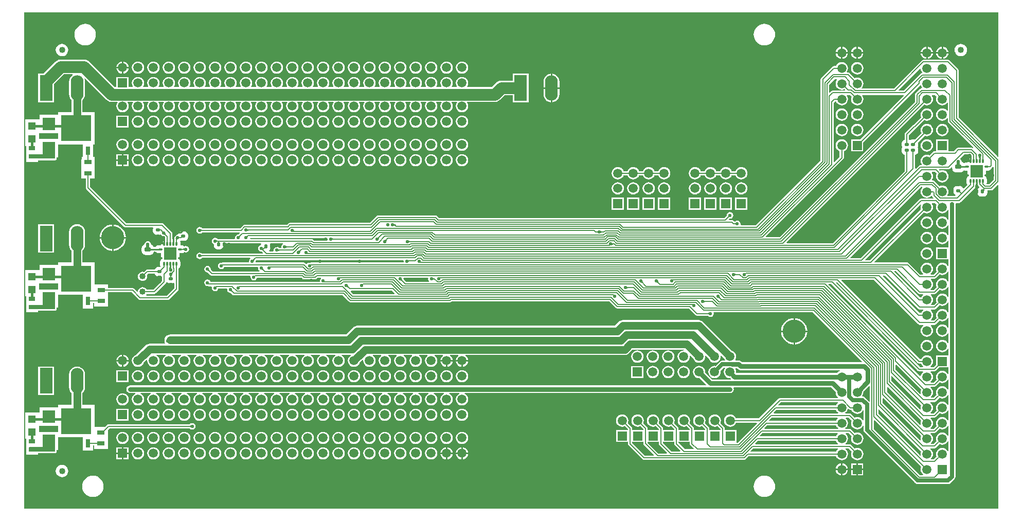
<source format=gtl>
G04 Layer_Physical_Order=1*
G04 Layer_Color=255*
%FSLAX25Y25*%
%MOIN*%
G70*
G01*
G75*
%ADD10C,0.06496*%
G04:AMPARAMS|DCode=11|XSize=40mil|YSize=40mil|CornerRadius=20mil|HoleSize=0mil|Usage=FLASHONLY|Rotation=0.000|XOffset=0mil|YOffset=0mil|HoleType=Round|Shape=RoundedRectangle|*
%AMROUNDEDRECTD11*
21,1,0.04000,0.00000,0,0,0.0*
21,1,0.00000,0.04000,0,0,0.0*
1,1,0.04000,0.00000,0.00000*
1,1,0.04000,0.00000,0.00000*
1,1,0.04000,0.00000,0.00000*
1,1,0.04000,0.00000,0.00000*
%
%ADD11ROUNDEDRECTD11*%
%ADD12C,0.06000*%
G04:AMPARAMS|DCode=13|XSize=22mil|YSize=24mil|CornerRadius=4.4mil|HoleSize=0mil|Usage=FLASHONLY|Rotation=270.000|XOffset=0mil|YOffset=0mil|HoleType=Round|Shape=RoundedRectangle|*
%AMROUNDEDRECTD13*
21,1,0.02200,0.01520,0,0,270.0*
21,1,0.01320,0.02400,0,0,270.0*
1,1,0.00880,-0.00760,-0.00660*
1,1,0.00880,-0.00760,0.00660*
1,1,0.00880,0.00760,0.00660*
1,1,0.00880,0.00760,-0.00660*
%
%ADD13ROUNDEDRECTD13*%
G04:AMPARAMS|DCode=14|XSize=29.13mil|YSize=39.37mil|CornerRadius=5.83mil|HoleSize=0mil|Usage=FLASHONLY|Rotation=90.000|XOffset=0mil|YOffset=0mil|HoleType=Round|Shape=RoundedRectangle|*
%AMROUNDEDRECTD14*
21,1,0.02913,0.02772,0,0,90.0*
21,1,0.01748,0.03937,0,0,90.0*
1,1,0.01165,0.01386,0.00874*
1,1,0.01165,0.01386,-0.00874*
1,1,0.01165,-0.01386,-0.00874*
1,1,0.01165,-0.01386,0.00874*
%
%ADD14ROUNDEDRECTD14*%
%ADD15R,0.03900X0.02900*%
%ADD16R,0.04921X0.03150*%
G04:AMPARAMS|DCode=17|XSize=22mil|YSize=24mil|CornerRadius=4.4mil|HoleSize=0mil|Usage=FLASHONLY|Rotation=180.000|XOffset=0mil|YOffset=0mil|HoleType=Round|Shape=RoundedRectangle|*
%AMROUNDEDRECTD17*
21,1,0.02200,0.01520,0,0,180.0*
21,1,0.01320,0.02400,0,0,180.0*
1,1,0.00880,-0.00660,0.00760*
1,1,0.00880,0.00660,0.00760*
1,1,0.00880,0.00660,-0.00760*
1,1,0.00880,-0.00660,-0.00760*
%
%ADD17ROUNDEDRECTD17*%
%ADD18R,0.08071X0.08071*%
%ADD19O,0.03150X0.01102*%
%ADD20O,0.01102X0.03150*%
%ADD21R,0.04800X0.04800*%
%ADD22R,0.07900X0.07900*%
%ADD23R,0.19700X0.17000*%
%ADD24R,0.02800X0.05600*%
%ADD25C,0.00700*%
%ADD26C,0.01000*%
%ADD27C,0.02000*%
%ADD28C,0.03000*%
%ADD29C,0.02500*%
%ADD30C,0.01500*%
%ADD31C,0.05000*%
%ADD32C,0.07500*%
%ADD33C,0.05905*%
%ADD34R,0.05905X0.05905*%
%ADD35R,0.05905X0.05905*%
%ADD36O,0.08250X0.16500*%
%ADD37R,0.08250X0.16500*%
%ADD38C,0.04000*%
%ADD39C,0.15000*%
%ADD40C,0.02200*%
G36*
X591900Y197677D02*
X591644Y197060D01*
X591508Y196028D01*
X591644Y194997D01*
X592043Y194035D01*
X592676Y193209D01*
X593502Y192576D01*
X594463Y192177D01*
X595495Y192042D01*
X596527Y192177D01*
X597489Y192576D01*
X598314Y193209D01*
X598948Y194035D01*
X599006Y194175D01*
X599506Y194075D01*
Y187981D01*
X599006Y187882D01*
X598948Y188022D01*
X598314Y188847D01*
X597489Y189481D01*
X596527Y189879D01*
X595495Y190015D01*
X594463Y189879D01*
X593502Y189481D01*
X592676Y188847D01*
X592043Y188022D01*
X591644Y187060D01*
X591508Y186028D01*
X591644Y184996D01*
X592043Y184035D01*
X592676Y183209D01*
X593502Y182576D01*
X594463Y182177D01*
X595495Y182042D01*
X596527Y182177D01*
X597489Y182576D01*
X598314Y183209D01*
X598948Y184035D01*
X599006Y184175D01*
X599506Y184075D01*
Y177981D01*
X599006Y177882D01*
X598948Y178022D01*
X598314Y178848D01*
X597489Y179481D01*
X596527Y179879D01*
X595495Y180015D01*
X594463Y179879D01*
X593502Y179481D01*
X592676Y178848D01*
X592043Y178022D01*
X591644Y177060D01*
X591508Y176028D01*
X591644Y174996D01*
X592043Y174035D01*
X592676Y173209D01*
X593502Y172576D01*
X594463Y172177D01*
X595495Y172041D01*
X596527Y172177D01*
X597489Y172576D01*
X598314Y173209D01*
X598948Y174035D01*
X599006Y174175D01*
X599506Y174075D01*
Y170457D01*
X599448Y169981D01*
X599006Y169981D01*
X591542D01*
Y162076D01*
X599448Y162076D01*
X599506Y161600D01*
Y157981D01*
X599006Y157882D01*
X598948Y158022D01*
X598314Y158847D01*
X597489Y159481D01*
X596527Y159879D01*
X595495Y160015D01*
X594463Y159879D01*
X593502Y159481D01*
X592676Y158847D01*
X592043Y158022D01*
X591644Y157060D01*
X591508Y156028D01*
X591644Y154997D01*
X591900Y154379D01*
X589897Y152376D01*
X588051D01*
X587881Y152876D01*
X588314Y153209D01*
X588948Y154035D01*
X589346Y154997D01*
X589482Y156028D01*
X589346Y157060D01*
X588948Y158022D01*
X588314Y158847D01*
X587489Y159481D01*
X586527Y159879D01*
X585495Y160015D01*
X584463Y159879D01*
X583502Y159481D01*
X582676Y158847D01*
X582043Y158022D01*
X581644Y157060D01*
X581508Y156028D01*
X581644Y154997D01*
X582043Y154035D01*
X582676Y153209D01*
X583110Y152876D01*
X582940Y152376D01*
X581270D01*
X573973Y159673D01*
X573527Y159972D01*
X573000Y160076D01*
X551676D01*
X551485Y160538D01*
X583516Y192570D01*
X584463Y192177D01*
X585495Y192042D01*
X586527Y192177D01*
X587489Y192576D01*
X588314Y193209D01*
X588948Y194035D01*
X589346Y194997D01*
X589482Y196028D01*
X589346Y197060D01*
X588948Y198022D01*
X588754Y198275D01*
X588975Y198724D01*
X590854D01*
X591900Y197677D01*
D02*
G37*
G36*
X579498Y95055D02*
X579498Y95055D01*
X579945Y94757D01*
X580472Y94652D01*
X581787D01*
X582043Y94035D01*
X582676Y93209D01*
X583110Y92876D01*
X582940Y92376D01*
X581170D01*
X526692Y146854D01*
X526873Y147381D01*
X527138Y147415D01*
X579498Y95055D01*
D02*
G37*
G36*
X457889Y189600D02*
X457774Y189598D01*
X457663Y189588D01*
X457557Y189571D01*
X457455Y189547D01*
X457359Y189515D01*
X457266Y189476D01*
X457179Y189430D01*
X457096Y189377D01*
X457017Y189316D01*
X456943Y189248D01*
X456448Y189743D01*
X456516Y189817D01*
X456577Y189896D01*
X456630Y189979D01*
X456676Y190066D01*
X456715Y190159D01*
X456747Y190255D01*
X456771Y190357D01*
X456788Y190463D01*
X456798Y190574D01*
X456800Y190689D01*
X457889Y189600D01*
D02*
G37*
G36*
X240311Y184845D02*
X240334Y184825D01*
X240364Y184807D01*
X240403Y184792D01*
X240449Y184779D01*
X240504Y184769D01*
X240566Y184760D01*
X240714Y184751D01*
X240800Y184750D01*
Y184050D01*
X240714Y184049D01*
X240504Y184031D01*
X240449Y184021D01*
X240403Y184008D01*
X240364Y183993D01*
X240334Y183975D01*
X240311Y183956D01*
X240296Y183933D01*
Y184867D01*
X240311Y184845D01*
D02*
G37*
G36*
X461814Y184430D02*
X461731Y184510D01*
X461646Y184581D01*
X461559Y184644D01*
X461470Y184699D01*
X461379Y184745D01*
X461287Y184783D01*
X461192Y184812D01*
X461096Y184833D01*
X460997Y184846D01*
X460897Y184850D01*
Y185550D01*
X460997Y185554D01*
X461096Y185567D01*
X461192Y185588D01*
X461287Y185617D01*
X461379Y185655D01*
X461470Y185701D01*
X461559Y185756D01*
X461646Y185819D01*
X461731Y185890D01*
X461814Y185970D01*
Y184430D01*
D02*
G37*
G36*
X462898Y91098D02*
X463725Y90545D01*
X464700Y90351D01*
X529199D01*
X529306Y89879D01*
X528344Y89481D01*
X527519Y88848D01*
X527311Y88577D01*
X462269D01*
X461876Y89014D01*
X461887Y89100D01*
X461751Y90132D01*
X461370Y91051D01*
X461501Y91416D01*
X461567Y91551D01*
X462444D01*
X462898Y91098D01*
D02*
G37*
G36*
X628824Y221950D02*
Y213770D01*
X626030Y210977D01*
X624527D01*
X624209Y211363D01*
X624318Y211909D01*
Y213956D01*
X624120Y214952D01*
X623815Y215408D01*
Y219704D01*
X625224D01*
X626219Y219902D01*
X627063Y220466D01*
X627627Y221310D01*
X627644Y221398D01*
X628273Y222027D01*
X628324Y222102D01*
X628824Y221950D01*
D02*
G37*
G36*
X601909Y221809D02*
Y221203D01*
X601998Y220529D01*
X602258Y219901D01*
X602672Y219361D01*
X603212Y218947D01*
X603840Y218687D01*
X604514Y218598D01*
X607286D01*
X607960Y218687D01*
X608588Y218947D01*
X609128Y219361D01*
X609516Y219867D01*
X610336Y219704D01*
X611745D01*
Y215408D01*
X611440Y214952D01*
X611242Y213956D01*
Y211909D01*
X611440Y210914D01*
X611731Y210478D01*
X609432Y208179D01*
X609128Y208271D01*
X608922Y208376D01*
X608419Y209129D01*
X607612Y209669D01*
X606660Y209858D01*
X605140D01*
X604188Y209669D01*
X603381Y209129D01*
X602842Y208322D01*
X602652Y207370D01*
Y206050D01*
X602842Y205098D01*
X603381Y204291D01*
X604151Y203776D01*
X604155Y203740D01*
X603850Y203276D01*
X598931D01*
X598710Y203725D01*
X598948Y204035D01*
X599346Y204996D01*
X599482Y206028D01*
X599346Y207060D01*
X598948Y208022D01*
X598314Y208847D01*
X597489Y209481D01*
X596527Y209879D01*
X595495Y210015D01*
X594463Y209879D01*
X593846Y209624D01*
X590497Y212973D01*
X590050Y213272D01*
X589524Y213376D01*
X589008D01*
X588787Y213825D01*
X588948Y214035D01*
X589346Y214997D01*
X589482Y216028D01*
X589346Y217060D01*
X588948Y218022D01*
X588677Y218375D01*
X588898Y218824D01*
X590754D01*
X591900Y217677D01*
X591644Y217060D01*
X591508Y216028D01*
X591644Y214997D01*
X592043Y214035D01*
X592676Y213209D01*
X593502Y212576D01*
X594463Y212177D01*
X595495Y212041D01*
X596527Y212177D01*
X597489Y212576D01*
X598314Y213209D01*
X598948Y214035D01*
X599346Y214997D01*
X599482Y216028D01*
X599346Y217060D01*
X598948Y218022D01*
X598314Y218847D01*
X597489Y219481D01*
X596527Y219879D01*
X595495Y220015D01*
X594463Y219879D01*
X593846Y219624D01*
X593409Y220062D01*
X593600Y220524D01*
X599400D01*
X599927Y220628D01*
X600373Y220927D01*
X601447Y222001D01*
X601909Y221809D01*
D02*
G37*
G36*
X618283Y211045D02*
X618304Y210835D01*
X618323Y210740D01*
X618348Y210651D01*
X618377Y210569D01*
X618412Y210494D01*
X618453Y210424D01*
X618499Y210362D01*
X618550Y210306D01*
X617010D01*
X617061Y210362D01*
X617107Y210424D01*
X617148Y210494D01*
X617183Y210569D01*
X617212Y210651D01*
X617237Y210740D01*
X617256Y210835D01*
X617269Y210937D01*
X617277Y211045D01*
X617280Y211160D01*
X618280D01*
X618283Y211045D01*
D02*
G37*
G36*
X599448Y92076D02*
X599506Y91600D01*
Y87934D01*
X599006Y87834D01*
X598928Y88022D01*
X598295Y88848D01*
X597469Y89481D01*
X596508Y89879D01*
X595476Y90015D01*
X594444Y89879D01*
X593482Y89481D01*
X592657Y88848D01*
X592023Y88022D01*
X591625Y87060D01*
X591489Y86028D01*
X591625Y84996D01*
X591880Y84380D01*
X589877Y82376D01*
X588031D01*
X587861Y82876D01*
X588295Y83209D01*
X588928Y84035D01*
X589327Y84996D01*
X589463Y86028D01*
X589327Y87060D01*
X588928Y88022D01*
X588295Y88848D01*
X587935Y89124D01*
X588105Y89624D01*
X590467D01*
X590994Y89728D01*
X591440Y90027D01*
X593489Y92076D01*
X599448D01*
D02*
G37*
G36*
X579627Y90027D02*
X579627Y90027D01*
X580073Y89728D01*
X580600Y89623D01*
X580600Y89624D01*
X582846D01*
X583016Y89124D01*
X582656Y88848D01*
X582023Y88022D01*
X581625Y87060D01*
X581563Y86591D01*
X581035Y86412D01*
X521785Y145662D01*
X521976Y146124D01*
X523530D01*
X579627Y90027D01*
D02*
G37*
G36*
X145069Y181790D02*
X145154Y181719D01*
X145241Y181656D01*
X145330Y181601D01*
X145421Y181555D01*
X145513Y181517D01*
X145608Y181488D01*
X145704Y181467D01*
X145803Y181454D01*
X145903Y181450D01*
Y180750D01*
X145803Y180746D01*
X145704Y180733D01*
X145608Y180712D01*
X145513Y180683D01*
X145421Y180645D01*
X145330Y180599D01*
X145241Y180544D01*
X145154Y180481D01*
X145069Y180410D01*
X144986Y180330D01*
Y181870D01*
X145069Y181790D01*
D02*
G37*
G36*
X145648Y177153D02*
X145572Y177073D01*
X145506Y176992D01*
X145449Y176910D01*
X145400Y176827D01*
X145361Y176743D01*
X145330Y176658D01*
X145308Y176573D01*
X145294Y176486D01*
X145290Y176398D01*
X145294Y176309D01*
X144309Y177295D01*
X144398Y177290D01*
X144486Y177294D01*
X144572Y177308D01*
X144658Y177330D01*
X144743Y177360D01*
X144827Y177400D01*
X144910Y177449D01*
X144992Y177506D01*
X145072Y177572D01*
X145152Y177647D01*
X145648Y177153D01*
D02*
G37*
G36*
X527748Y49024D02*
X527519Y48847D01*
X526885Y48022D01*
X526629Y47405D01*
X477505D01*
X477313Y47867D01*
X478970Y49524D01*
X527578D01*
X527748Y49024D01*
D02*
G37*
G36*
X599506Y54123D02*
Y47934D01*
X599006Y47834D01*
X598928Y48022D01*
X598295Y48847D01*
X597469Y49481D01*
X596508Y49879D01*
X595476Y50015D01*
X594444Y49879D01*
X593482Y49481D01*
X592657Y48847D01*
X592023Y48022D01*
X591625Y47060D01*
X591489Y46028D01*
X591625Y44997D01*
X591880Y44379D01*
X589977Y42476D01*
X588161D01*
X587991Y42976D01*
X588295Y43209D01*
X588928Y44035D01*
X589327Y44997D01*
X589463Y46028D01*
X589327Y47060D01*
X588928Y48022D01*
X588295Y48847D01*
X587935Y49124D01*
X588105Y49624D01*
X590447D01*
X590974Y49728D01*
X591421Y50027D01*
X593827Y52433D01*
X594444Y52177D01*
X595476Y52042D01*
X596508Y52177D01*
X597469Y52576D01*
X598295Y53209D01*
X598928Y54035D01*
X599006Y54222D01*
X599506Y54123D01*
D02*
G37*
G36*
X526885Y54035D02*
X527519Y53209D01*
X528083Y52776D01*
X527913Y52276D01*
X480376D01*
X480185Y52738D01*
X482098Y54652D01*
X526629D01*
X526885Y54035D01*
D02*
G37*
G36*
X140652Y177157D02*
X140584Y177083D01*
X140523Y177004D01*
X140470Y176921D01*
X140424Y176834D01*
X140385Y176741D01*
X140353Y176645D01*
X140329Y176543D01*
X140312Y176437D01*
X140302Y176326D01*
X140300Y176211D01*
X139211Y177300D01*
X139326Y177302D01*
X139437Y177312D01*
X139543Y177329D01*
X139645Y177353D01*
X139741Y177385D01*
X139834Y177424D01*
X139921Y177470D01*
X140004Y177523D01*
X140083Y177584D01*
X140157Y177652D01*
X140652Y177157D01*
D02*
G37*
G36*
X372514Y179130D02*
X372431Y179210D01*
X372346Y179281D01*
X372259Y179344D01*
X372170Y179399D01*
X372079Y179445D01*
X371987Y179483D01*
X371892Y179512D01*
X371796Y179533D01*
X371697Y179546D01*
X371597Y179550D01*
Y180250D01*
X371697Y180254D01*
X371796Y180267D01*
X371892Y180288D01*
X371987Y180317D01*
X372079Y180355D01*
X372170Y180401D01*
X372259Y180456D01*
X372346Y180519D01*
X372431Y180590D01*
X372514Y180670D01*
Y179130D01*
D02*
G37*
G36*
X175309Y180910D02*
X175332Y180834D01*
X175367Y180768D01*
X175411Y180710D01*
X175467Y180661D01*
X175533Y180621D01*
X175609Y180590D01*
X175697Y180568D01*
X175794Y180554D01*
X175903Y180550D01*
X175708Y179850D01*
X174432Y179825D01*
X175296Y180994D01*
X175309Y180910D01*
D02*
G37*
G36*
X115069Y181690D02*
X115154Y181619D01*
X115241Y181556D01*
X115330Y181501D01*
X115421Y181455D01*
X115513Y181417D01*
X115608Y181388D01*
X115704Y181367D01*
X115803Y181354D01*
X115903Y181350D01*
Y180650D01*
X115803Y180646D01*
X115704Y180633D01*
X115608Y180612D01*
X115513Y180583D01*
X115421Y180545D01*
X115330Y180499D01*
X115241Y180444D01*
X115154Y180381D01*
X115069Y180310D01*
X114986Y180230D01*
Y181770D01*
X115069Y181690D01*
D02*
G37*
G36*
X581880Y47677D02*
X581625Y47060D01*
X581489Y46028D01*
X581620Y45034D01*
X581584Y44995D01*
X581090Y44856D01*
X556877Y69070D01*
Y72028D01*
X557338Y72219D01*
X581880Y47677D01*
D02*
G37*
G36*
X374169Y180590D02*
X374254Y180519D01*
X374341Y180456D01*
X374430Y180401D01*
X374521Y180355D01*
X374613Y180317D01*
X374708Y180288D01*
X374804Y180267D01*
X374903Y180254D01*
X375003Y180250D01*
Y179550D01*
X374903Y179546D01*
X374804Y179533D01*
X374708Y179512D01*
X374613Y179483D01*
X374521Y179445D01*
X374430Y179399D01*
X374341Y179344D01*
X374254Y179281D01*
X374169Y179210D01*
X374086Y179130D01*
Y180670D01*
X374169Y180590D01*
D02*
G37*
G36*
X581880Y27677D02*
X581625Y27060D01*
X581489Y26028D01*
X581625Y24996D01*
X582023Y24035D01*
X582656Y23209D01*
X583090Y22876D01*
X582920Y22376D01*
X581170D01*
X551276Y52270D01*
Y57628D01*
X551738Y57819D01*
X581880Y27677D01*
D02*
G37*
G36*
X581737Y274774D02*
X582043Y274035D01*
X582394Y273576D01*
X582148Y273077D01*
X582000D01*
X581473Y272972D01*
X581027Y272673D01*
X578127Y269773D01*
X577828Y269327D01*
X577724Y268800D01*
Y264270D01*
X490030Y176576D01*
X481476D01*
X481285Y177038D01*
X531311Y227064D01*
X531311Y227064D01*
X531609Y227511D01*
X531714Y228038D01*
X531714Y228038D01*
Y232320D01*
X532331Y232576D01*
X533157Y233209D01*
X533790Y234035D01*
X534189Y234997D01*
X534325Y236028D01*
X534189Y237060D01*
X533790Y238022D01*
X533157Y238847D01*
X532331Y239481D01*
X531370Y239879D01*
X530338Y240015D01*
X529306Y239879D01*
X528344Y239481D01*
X527519Y238847D01*
X526885Y238022D01*
X526487Y237060D01*
X526351Y236028D01*
X526487Y234997D01*
X526885Y234035D01*
X527519Y233209D01*
X528344Y232576D01*
X528961Y232320D01*
Y228608D01*
X525538Y225185D01*
X525076Y225376D01*
Y263630D01*
X526098Y264652D01*
X526629D01*
X526885Y264035D01*
X527519Y263209D01*
X528344Y262576D01*
X529306Y262177D01*
X530338Y262041D01*
X531370Y262177D01*
X532331Y262576D01*
X533157Y263209D01*
X533790Y264035D01*
X534189Y264997D01*
X534325Y266028D01*
X534189Y267060D01*
X533790Y268022D01*
X533596Y268275D01*
X533817Y268724D01*
X535696D01*
X536742Y267677D01*
X536487Y267060D01*
X536351Y266028D01*
X536487Y264997D01*
X536885Y264035D01*
X537519Y263209D01*
X538344Y262576D01*
X539306Y262177D01*
X540338Y262041D01*
X541370Y262177D01*
X542331Y262576D01*
X543157Y263209D01*
X543790Y264035D01*
X544189Y264997D01*
X544325Y266028D01*
X544189Y267060D01*
X543790Y268022D01*
X543596Y268275D01*
X543817Y268724D01*
X570433D01*
X570624Y268262D01*
X542344Y239981D01*
X536385D01*
Y232076D01*
X544290D01*
Y238035D01*
X581163Y274907D01*
X581217Y274917D01*
X581737Y274774D01*
D02*
G37*
G36*
X527878Y39124D02*
X527519Y38848D01*
X526885Y38022D01*
X526629Y37405D01*
X471505D01*
X471313Y37867D01*
X473070Y39624D01*
X527709D01*
X527878Y39124D01*
D02*
G37*
G36*
X401723Y42800D02*
X401828Y42273D01*
X402127Y41827D01*
X408615Y35338D01*
X408424Y34876D01*
X402870D01*
X394499Y43247D01*
X394532Y43747D01*
X401723D01*
Y42800D01*
D02*
G37*
G36*
X421724Y42700D02*
X421828Y42173D01*
X422127Y41727D01*
X425715Y38138D01*
X425524Y37676D01*
X420070D01*
X414499Y43247D01*
X414532Y43747D01*
X421724D01*
Y42700D01*
D02*
G37*
G36*
X527270Y278523D02*
X526885Y278022D01*
X526487Y277060D01*
X526351Y276028D01*
X526487Y274996D01*
X526885Y274035D01*
X527519Y273209D01*
X528344Y272576D01*
X529306Y272177D01*
X530338Y272042D01*
X531370Y272177D01*
X531987Y272433D01*
X532481Y271938D01*
X532290Y271477D01*
X524500D01*
X523973Y271372D01*
X523527Y271073D01*
X522638Y270185D01*
X522177Y270376D01*
Y275330D01*
X525870Y279024D01*
X527024D01*
X527270Y278523D01*
D02*
G37*
G36*
X581552Y285698D02*
X581644Y284997D01*
X582043Y284035D01*
X582548Y283377D01*
X582533Y283216D01*
X582389Y282888D01*
X582352Y282847D01*
X581973Y282772D01*
X581527Y282473D01*
X581527Y282473D01*
X570530Y271477D01*
X567276D01*
X567085Y271938D01*
X581024Y285877D01*
X581552Y285698D01*
D02*
G37*
G36*
X581880Y37677D02*
X581625Y37060D01*
X581489Y36028D01*
X581589Y35264D01*
X581116Y35031D01*
X554076Y62070D01*
Y64828D01*
X554538Y65019D01*
X581880Y37677D01*
D02*
G37*
G36*
Y77677D02*
X581625Y77060D01*
X581489Y76028D01*
X581589Y75264D01*
X581116Y75031D01*
X565276Y90870D01*
Y93628D01*
X565738Y93819D01*
X581880Y77677D01*
D02*
G37*
G36*
X599506Y74123D02*
Y67934D01*
X599006Y67834D01*
X598928Y68022D01*
X598295Y68848D01*
X597469Y69481D01*
X596508Y69879D01*
X595476Y70015D01*
X594444Y69879D01*
X593482Y69481D01*
X592657Y68848D01*
X592023Y68022D01*
X591625Y67060D01*
X591489Y66028D01*
X591625Y64996D01*
X591880Y64380D01*
X589877Y62376D01*
X588031D01*
X587861Y62876D01*
X588295Y63209D01*
X588928Y64035D01*
X589327Y64996D01*
X589463Y66028D01*
X589327Y67060D01*
X588928Y68022D01*
X588295Y68848D01*
X587805Y69224D01*
X587974Y69724D01*
X590547D01*
X591074Y69828D01*
X591521Y70127D01*
X593827Y72433D01*
X594444Y72177D01*
X595476Y72041D01*
X596508Y72177D01*
X597469Y72576D01*
X598295Y73209D01*
X598928Y74035D01*
X599006Y74222D01*
X599506Y74123D01*
D02*
G37*
G36*
Y84123D02*
Y77934D01*
X599006Y77834D01*
X598928Y78022D01*
X598295Y78847D01*
X597469Y79481D01*
X596508Y79879D01*
X595476Y80015D01*
X594444Y79879D01*
X593482Y79481D01*
X592657Y78847D01*
X592023Y78022D01*
X591625Y77060D01*
X591489Y76028D01*
X591625Y74997D01*
X591880Y74379D01*
X589977Y72476D01*
X588161D01*
X587991Y72976D01*
X588295Y73209D01*
X588928Y74035D01*
X589327Y74997D01*
X589463Y76028D01*
X589327Y77060D01*
X588928Y78022D01*
X588295Y78847D01*
X587935Y79124D01*
X588105Y79624D01*
X590447D01*
X590974Y79728D01*
X591421Y80027D01*
X593827Y82433D01*
X594444Y82177D01*
X595476Y82042D01*
X596508Y82177D01*
X597469Y82576D01*
X598295Y83209D01*
X598928Y84035D01*
X599006Y84222D01*
X599506Y84123D01*
D02*
G37*
G36*
X411724Y42700D02*
X411828Y42173D01*
X412127Y41727D01*
X417115Y36738D01*
X416924Y36276D01*
X411570D01*
X404599Y43247D01*
X404773Y43747D01*
X411724D01*
Y42700D01*
D02*
G37*
G36*
X548524Y79956D02*
Y70228D01*
X548024Y70021D01*
X545422Y72622D01*
X544678Y73119D01*
X543845Y73285D01*
X543665Y73543D01*
X543566Y73743D01*
X543790Y74035D01*
X544189Y74997D01*
X544325Y76028D01*
X544280Y76366D01*
X548062Y80147D01*
X548524Y79956D01*
D02*
G37*
G36*
X431723Y42700D02*
X431828Y42173D01*
X432127Y41727D01*
X434315Y39538D01*
X434124Y39076D01*
X428670D01*
X424499Y43247D01*
X424532Y43747D01*
X431723D01*
Y42700D01*
D02*
G37*
G36*
X599506Y64123D02*
Y57934D01*
X599006Y57834D01*
X598928Y58022D01*
X598295Y58847D01*
X597469Y59481D01*
X596508Y59879D01*
X595476Y60015D01*
X594444Y59879D01*
X593482Y59481D01*
X592657Y58847D01*
X592023Y58022D01*
X591625Y57060D01*
X591489Y56028D01*
X591625Y54997D01*
X591880Y54379D01*
X589877Y52376D01*
X588031D01*
X587861Y52876D01*
X588295Y53209D01*
X588928Y54035D01*
X589327Y54997D01*
X589463Y56028D01*
X589327Y57060D01*
X588928Y58022D01*
X588295Y58847D01*
X587935Y59124D01*
X588105Y59624D01*
X590447D01*
X590974Y59728D01*
X591421Y60027D01*
X593827Y62433D01*
X594444Y62177D01*
X595476Y62041D01*
X596508Y62177D01*
X597469Y62576D01*
X598295Y63209D01*
X598928Y64035D01*
X599006Y64222D01*
X599506Y64123D01*
D02*
G37*
G36*
X526885Y64035D02*
X527519Y63209D01*
X528083Y62776D01*
X527913Y62276D01*
X486376D01*
X486185Y62738D01*
X488098Y64652D01*
X526629D01*
X526885Y64035D01*
D02*
G37*
G36*
X620467Y228610D02*
X620421Y228547D01*
X620381Y228478D01*
X620346Y228402D01*
X620316Y228320D01*
X620292Y228231D01*
X620273Y228136D01*
X620259Y228034D01*
X620251Y227926D01*
X620249Y227812D01*
X619248D01*
X619246Y227926D01*
X619224Y228136D01*
X619205Y228231D01*
X619181Y228320D01*
X619151Y228402D01*
X619116Y228478D01*
X619076Y228547D01*
X619030Y228610D01*
X618979Y228666D01*
X620518D01*
X620467Y228610D01*
D02*
G37*
G36*
X534998Y65055D02*
X535445Y64757D01*
X535972Y64652D01*
X536629D01*
X536885Y64035D01*
X537519Y63209D01*
X538344Y62576D01*
X539306Y62177D01*
X540338Y62041D01*
X541370Y62177D01*
X542331Y62576D01*
X543157Y63209D01*
X543790Y64035D01*
X543906Y64314D01*
X544406Y64214D01*
Y57843D01*
X543906Y57743D01*
X543790Y58022D01*
X543157Y58847D01*
X542331Y59481D01*
X541370Y59879D01*
X540338Y60015D01*
X539306Y59879D01*
X538689Y59624D01*
X536440Y61873D01*
X535993Y62172D01*
X535466Y62276D01*
X532763D01*
X532593Y62776D01*
X533157Y63209D01*
X533790Y64035D01*
X534189Y64996D01*
X534216Y65203D01*
X534690Y65364D01*
X534998Y65055D01*
D02*
G37*
G36*
X631900Y228900D02*
X631438Y228709D01*
X606076Y254070D01*
Y284600D01*
X605972Y285127D01*
X605673Y285573D01*
X605673Y285573D01*
X600173Y291073D01*
X599727Y291372D01*
X599200Y291476D01*
X583300D01*
X582773Y291372D01*
X582327Y291073D01*
X564130Y272877D01*
X543504D01*
X543285Y273376D01*
X543790Y274035D01*
X544189Y274996D01*
X544325Y276028D01*
X544189Y277060D01*
X543790Y278022D01*
X543157Y278848D01*
X542331Y279481D01*
X541370Y279879D01*
X540338Y280015D01*
X539306Y279879D01*
X538689Y279624D01*
X535339Y282973D01*
X534893Y283272D01*
X534366Y283377D01*
X533850D01*
X533629Y283825D01*
X533790Y284035D01*
X534189Y284997D01*
X534325Y286028D01*
X534189Y287060D01*
X533790Y288022D01*
X533157Y288847D01*
X532331Y289481D01*
X531370Y289879D01*
X530338Y290015D01*
X529306Y289879D01*
X528344Y289481D01*
X527519Y288847D01*
X526885Y288022D01*
X526629Y287405D01*
X525228D01*
X524702Y287300D01*
X524255Y287002D01*
X517027Y279773D01*
X516728Y279327D01*
X516623Y278800D01*
Y226270D01*
X474730Y184376D01*
X465087D01*
X464677Y184877D01*
X464741Y185200D01*
X464578Y186019D01*
X464114Y186714D01*
X463419Y187178D01*
X462600Y187341D01*
X461781Y187178D01*
X461086Y186714D01*
X460588Y186759D01*
X460146Y187200D01*
X459700Y187499D01*
X459173Y187603D01*
X457403D01*
X457212Y188065D01*
X457698Y188551D01*
X457702Y188553D01*
X457715Y188559D01*
X457732Y188565D01*
X457756Y188570D01*
X457788Y188575D01*
X457808Y188577D01*
X457900Y188559D01*
X458719Y188722D01*
X459414Y189186D01*
X459878Y189881D01*
X460041Y190700D01*
X459878Y191519D01*
X459414Y192214D01*
X458719Y192678D01*
X457900Y192841D01*
X457081Y192678D01*
X456386Y192214D01*
X455922Y191519D01*
X455759Y190700D01*
X455777Y190608D01*
X455775Y190588D01*
X455770Y190556D01*
X455764Y190532D01*
X455759Y190515D01*
X455753Y190502D01*
X455751Y190498D01*
X454157Y188903D01*
X269443D01*
X268073Y190273D01*
X267627Y190572D01*
X267100Y190676D01*
X229900D01*
X229900Y190676D01*
X229373Y190572D01*
X228927Y190273D01*
X228927Y190273D01*
X224430Y185776D01*
X172600D01*
X172600Y185776D01*
X172073Y185672D01*
X171627Y185373D01*
X171627Y185373D01*
X170830Y184576D01*
X143300D01*
X142773Y184472D01*
X142327Y184173D01*
X140530Y182376D01*
X115862D01*
X115858Y182378D01*
X115845Y182383D01*
X115829Y182391D01*
X115807Y182404D01*
X115781Y182423D01*
X115766Y182436D01*
X115714Y182514D01*
X115019Y182978D01*
X114200Y183141D01*
X113381Y182978D01*
X112686Y182514D01*
X112222Y181819D01*
X112059Y181000D01*
X112222Y180181D01*
X112686Y179486D01*
X113381Y179022D01*
X114200Y178859D01*
X115019Y179022D01*
X115714Y179486D01*
X115766Y179564D01*
X115781Y179577D01*
X115807Y179596D01*
X115829Y179609D01*
X115845Y179617D01*
X115858Y179622D01*
X115862Y179624D01*
X140024D01*
X140215Y179162D01*
X139402Y178349D01*
X139398Y178347D01*
X139385Y178341D01*
X139368Y178335D01*
X139344Y178330D01*
X139312Y178325D01*
X139292Y178323D01*
X139200Y178341D01*
X138381Y178178D01*
X137686Y177714D01*
X137222Y177019D01*
X137059Y176200D01*
X137123Y175876D01*
X136713Y175376D01*
X125862D01*
X125858Y175378D01*
X125845Y175383D01*
X125829Y175391D01*
X125807Y175404D01*
X125781Y175423D01*
X125766Y175436D01*
X125714Y175514D01*
X125019Y175978D01*
X124200Y176141D01*
X123381Y175978D01*
X122686Y175514D01*
X122222Y174819D01*
X122059Y174000D01*
X122222Y173181D01*
X122686Y172486D01*
X123362Y172034D01*
Y171040D01*
X123552Y170088D01*
X124091Y169281D01*
X124898Y168742D01*
X125850Y168552D01*
X127170D01*
X128122Y168742D01*
X128929Y169281D01*
X129469Y170088D01*
X129658Y171040D01*
Y172560D01*
X129710Y172624D01*
X153863D01*
X154099Y172183D01*
X154052Y172112D01*
X153907Y171383D01*
X153381Y171278D01*
X152686Y170814D01*
X152222Y170119D01*
X152059Y169300D01*
X152222Y168481D01*
X152686Y167786D01*
X153381Y167322D01*
X154200Y167159D01*
X154292Y167177D01*
X154312Y167175D01*
X154344Y167170D01*
X154368Y167165D01*
X154385Y167159D01*
X154398Y167153D01*
X154402Y167151D01*
X155215Y166338D01*
X155024Y165876D01*
X115812D01*
X115809Y165877D01*
X115788Y165883D01*
X115764Y165892D01*
X115735Y165905D01*
X115701Y165923D01*
X115693Y165928D01*
X115635Y165967D01*
X115620Y165978D01*
X115551Y166033D01*
X115483Y166068D01*
X115019Y166378D01*
X114200Y166541D01*
X113381Y166378D01*
X112686Y165914D01*
X112222Y165219D01*
X112059Y164400D01*
X112222Y163581D01*
X112686Y162886D01*
X113381Y162422D01*
X114200Y162259D01*
X115019Y162422D01*
X115714Y162886D01*
X115804Y163021D01*
X115819Y163032D01*
X115868Y163088D01*
X115888Y163108D01*
X115902Y163120D01*
X115908Y163124D01*
X146948D01*
X147100Y162624D01*
X146786Y162414D01*
X146322Y161719D01*
X146159Y160900D01*
X146223Y160576D01*
X145813Y160076D01*
X129000D01*
X128511Y159979D01*
X128200Y160041D01*
X127381Y159878D01*
X126686Y159414D01*
X126222Y158719D01*
X126059Y157900D01*
X126222Y157081D01*
X126686Y156386D01*
X127381Y155922D01*
X128200Y155759D01*
X129019Y155922D01*
X129714Y156386D01*
X130178Y157081D01*
X130227Y157324D01*
X151713D01*
X152123Y156824D01*
X152059Y156500D01*
X152222Y155681D01*
X152686Y154986D01*
X153000Y154776D01*
X152848Y154276D01*
X122770D01*
X121449Y155598D01*
X121447Y155602D01*
X121441Y155615D01*
X121435Y155632D01*
X121430Y155656D01*
X121425Y155688D01*
X121423Y155708D01*
X121441Y155800D01*
X121278Y156619D01*
X120814Y157314D01*
X120119Y157778D01*
X119300Y157941D01*
X118481Y157778D01*
X117786Y157314D01*
X117322Y156619D01*
X117159Y155800D01*
X117322Y154981D01*
X117786Y154286D01*
X118481Y153822D01*
X119300Y153659D01*
X119392Y153677D01*
X119412Y153675D01*
X119444Y153670D01*
X119468Y153665D01*
X119485Y153659D01*
X119498Y153653D01*
X119502Y153651D01*
X121227Y151927D01*
X121673Y151628D01*
X122200Y151524D01*
X146813D01*
X147223Y151023D01*
X147159Y150700D01*
X147322Y149881D01*
X147786Y149186D01*
X148481Y148722D01*
X149300Y148559D01*
X150119Y148722D01*
X150814Y149186D01*
X151278Y149881D01*
X151327Y150124D01*
X180330D01*
X180827Y149627D01*
X181273Y149328D01*
X181800Y149224D01*
X189000D01*
X189527Y149328D01*
X189973Y149627D01*
X190670Y150324D01*
X192698D01*
X192850Y149824D01*
X192686Y149714D01*
X192222Y149019D01*
X192059Y148200D01*
X192126Y147863D01*
X191809Y147476D01*
X121346D01*
X121278Y147819D01*
X120814Y148514D01*
X120119Y148978D01*
X119300Y149141D01*
X118481Y148978D01*
X117786Y148514D01*
X117322Y147819D01*
X117159Y147000D01*
X117322Y146181D01*
X117786Y145486D01*
X118481Y145022D01*
X119300Y144859D01*
X119552Y144909D01*
X119673Y144828D01*
X120200Y144724D01*
X121803D01*
X122163Y144223D01*
X122059Y143700D01*
X122222Y142881D01*
X122686Y142186D01*
X123381Y141722D01*
X124200Y141559D01*
X125019Y141722D01*
X125714Y142186D01*
X126178Y142881D01*
X126266Y143324D01*
X131736D01*
X132143Y142824D01*
X132059Y142400D01*
X132222Y141581D01*
X132686Y140886D01*
X133381Y140422D01*
X134200Y140259D01*
X134292Y140277D01*
X134312Y140275D01*
X134344Y140270D01*
X134368Y140264D01*
X134385Y140259D01*
X134398Y140253D01*
X134402Y140251D01*
X135427Y139227D01*
X135873Y138928D01*
X136400Y138824D01*
X206830D01*
X210927Y134727D01*
X211373Y134428D01*
X211900Y134324D01*
X276500D01*
X277027Y134428D01*
X277473Y134727D01*
X277670Y134924D01*
X379530D01*
X383727Y130727D01*
X384173Y130428D01*
X384700Y130324D01*
X431330D01*
X435627Y126027D01*
X435627Y126027D01*
X436073Y125728D01*
X436600Y125624D01*
X443538D01*
X443542Y125622D01*
X443555Y125617D01*
X443571Y125609D01*
X443593Y125596D01*
X443619Y125577D01*
X443634Y125564D01*
X443686Y125486D01*
X444381Y125022D01*
X445200Y124859D01*
X446019Y125022D01*
X446714Y125486D01*
X447178Y126181D01*
X447341Y127000D01*
X447257Y127424D01*
X447664Y127924D01*
X511430D01*
X543442Y95911D01*
X543251Y95449D01*
X465756D01*
X465302Y95902D01*
X464475Y96455D01*
X463500Y96649D01*
X461567D01*
X461501Y96784D01*
X461370Y97149D01*
X461751Y98068D01*
X461887Y99100D01*
X461751Y100132D01*
X461353Y101093D01*
X460719Y101919D01*
X459893Y102553D01*
X459119Y102874D01*
X440196Y121796D01*
X439465Y122357D01*
X438614Y122710D01*
X437700Y122830D01*
X388400D01*
X387486Y122710D01*
X386635Y122357D01*
X385904Y121796D01*
X383238Y119130D01*
X216300D01*
X215386Y119010D01*
X214535Y118657D01*
X213804Y118096D01*
X209138Y113430D01*
X95000D01*
X94086Y113310D01*
X93235Y112957D01*
X92504Y112396D01*
X91943Y111665D01*
X91590Y110814D01*
X91470Y109900D01*
X91529Y109452D01*
X91459Y109100D01*
X91622Y108281D01*
X91856Y107930D01*
X91589Y107430D01*
X81700D01*
X80786Y107310D01*
X79935Y106957D01*
X79204Y106396D01*
X72981Y100173D01*
X72207Y99853D01*
X71381Y99219D01*
X70747Y98393D01*
X70349Y97432D01*
X70213Y96400D01*
X70349Y95368D01*
X70747Y94407D01*
X71381Y93581D01*
X72207Y92947D01*
X73168Y92549D01*
X74200Y92413D01*
X75232Y92549D01*
X76193Y92947D01*
X77019Y93581D01*
X77653Y94407D01*
X77974Y95181D01*
X79787Y96995D01*
X80261Y96761D01*
X80213Y96400D01*
X80349Y95368D01*
X80747Y94407D01*
X81381Y93581D01*
X82207Y92947D01*
X83168Y92549D01*
X84200Y92413D01*
X85232Y92549D01*
X86193Y92947D01*
X87019Y93581D01*
X87653Y94407D01*
X88051Y95368D01*
X88187Y96400D01*
X88051Y97432D01*
X87653Y98393D01*
X87019Y99219D01*
X86193Y99853D01*
X86152Y99870D01*
X86252Y100370D01*
X92148D01*
X92248Y99870D01*
X92207Y99853D01*
X91381Y99219D01*
X90747Y98393D01*
X90349Y97432D01*
X90213Y96400D01*
X90349Y95368D01*
X90747Y94407D01*
X91381Y93581D01*
X92207Y92947D01*
X93168Y92549D01*
X94200Y92413D01*
X95232Y92549D01*
X96193Y92947D01*
X97019Y93581D01*
X97653Y94407D01*
X98051Y95368D01*
X98187Y96400D01*
X98051Y97432D01*
X97653Y98393D01*
X97019Y99219D01*
X96193Y99853D01*
X96152Y99870D01*
X96252Y100370D01*
X102148D01*
X102248Y99870D01*
X102207Y99853D01*
X101381Y99219D01*
X100747Y98393D01*
X100349Y97432D01*
X100213Y96400D01*
X100349Y95368D01*
X100747Y94407D01*
X101381Y93581D01*
X102207Y92947D01*
X103168Y92549D01*
X104200Y92413D01*
X105232Y92549D01*
X106193Y92947D01*
X107019Y93581D01*
X107653Y94407D01*
X108051Y95368D01*
X108187Y96400D01*
X108051Y97432D01*
X107653Y98393D01*
X107019Y99219D01*
X106193Y99853D01*
X106152Y99870D01*
X106252Y100370D01*
X112148D01*
X112248Y99870D01*
X112207Y99853D01*
X111381Y99219D01*
X110747Y98393D01*
X110349Y97432D01*
X110213Y96400D01*
X110349Y95368D01*
X110747Y94407D01*
X111381Y93581D01*
X112207Y92947D01*
X113168Y92549D01*
X114200Y92413D01*
X115232Y92549D01*
X116193Y92947D01*
X117019Y93581D01*
X117653Y94407D01*
X118051Y95368D01*
X118187Y96400D01*
X118051Y97432D01*
X117653Y98393D01*
X117019Y99219D01*
X116193Y99853D01*
X116152Y99870D01*
X116252Y100370D01*
X122148D01*
X122248Y99870D01*
X122207Y99853D01*
X121381Y99219D01*
X120747Y98393D01*
X120349Y97432D01*
X120213Y96400D01*
X120349Y95368D01*
X120747Y94407D01*
X121381Y93581D01*
X122207Y92947D01*
X123168Y92549D01*
X124200Y92413D01*
X125232Y92549D01*
X126193Y92947D01*
X127019Y93581D01*
X127653Y94407D01*
X128051Y95368D01*
X128187Y96400D01*
X128051Y97432D01*
X127653Y98393D01*
X127019Y99219D01*
X126193Y99853D01*
X126152Y99870D01*
X126252Y100370D01*
X132148D01*
X132248Y99870D01*
X132207Y99853D01*
X131381Y99219D01*
X130747Y98393D01*
X130349Y97432D01*
X130213Y96400D01*
X130349Y95368D01*
X130747Y94407D01*
X131381Y93581D01*
X132207Y92947D01*
X133168Y92549D01*
X134200Y92413D01*
X135232Y92549D01*
X136193Y92947D01*
X137019Y93581D01*
X137653Y94407D01*
X138051Y95368D01*
X138187Y96400D01*
X138051Y97432D01*
X137653Y98393D01*
X137019Y99219D01*
X136193Y99853D01*
X136152Y99870D01*
X136252Y100370D01*
X142148D01*
X142248Y99870D01*
X142207Y99853D01*
X141381Y99219D01*
X140747Y98393D01*
X140349Y97432D01*
X140213Y96400D01*
X140349Y95368D01*
X140747Y94407D01*
X141381Y93581D01*
X142207Y92947D01*
X143168Y92549D01*
X144200Y92413D01*
X145232Y92549D01*
X146193Y92947D01*
X147019Y93581D01*
X147653Y94407D01*
X148051Y95368D01*
X148187Y96400D01*
X148051Y97432D01*
X147653Y98393D01*
X147019Y99219D01*
X146193Y99853D01*
X146152Y99870D01*
X146252Y100370D01*
X152148D01*
X152248Y99870D01*
X152207Y99853D01*
X151381Y99219D01*
X150747Y98393D01*
X150349Y97432D01*
X150213Y96400D01*
X150349Y95368D01*
X150747Y94407D01*
X151381Y93581D01*
X152207Y92947D01*
X153168Y92549D01*
X154200Y92413D01*
X155232Y92549D01*
X156193Y92947D01*
X157019Y93581D01*
X157653Y94407D01*
X158051Y95368D01*
X158187Y96400D01*
X158051Y97432D01*
X157653Y98393D01*
X157019Y99219D01*
X156193Y99853D01*
X156152Y99870D01*
X156252Y100370D01*
X162148D01*
X162248Y99870D01*
X162207Y99853D01*
X161381Y99219D01*
X160747Y98393D01*
X160349Y97432D01*
X160213Y96400D01*
X160349Y95368D01*
X160747Y94407D01*
X161381Y93581D01*
X162207Y92947D01*
X163168Y92549D01*
X164200Y92413D01*
X165232Y92549D01*
X166193Y92947D01*
X167019Y93581D01*
X167653Y94407D01*
X168051Y95368D01*
X168187Y96400D01*
X168051Y97432D01*
X167653Y98393D01*
X167019Y99219D01*
X166193Y99853D01*
X166152Y99870D01*
X166252Y100370D01*
X172148D01*
X172248Y99870D01*
X172207Y99853D01*
X171381Y99219D01*
X170747Y98393D01*
X170349Y97432D01*
X170213Y96400D01*
X170349Y95368D01*
X170747Y94407D01*
X171381Y93581D01*
X172207Y92947D01*
X173168Y92549D01*
X174200Y92413D01*
X175232Y92549D01*
X176193Y92947D01*
X177019Y93581D01*
X177653Y94407D01*
X178051Y95368D01*
X178187Y96400D01*
X178051Y97432D01*
X177653Y98393D01*
X177019Y99219D01*
X176193Y99853D01*
X176152Y99870D01*
X176252Y100370D01*
X182148D01*
X182248Y99870D01*
X182207Y99853D01*
X181381Y99219D01*
X180747Y98393D01*
X180349Y97432D01*
X180213Y96400D01*
X180349Y95368D01*
X180747Y94407D01*
X181381Y93581D01*
X182207Y92947D01*
X183168Y92549D01*
X184200Y92413D01*
X185232Y92549D01*
X186193Y92947D01*
X187019Y93581D01*
X187653Y94407D01*
X188051Y95368D01*
X188187Y96400D01*
X188051Y97432D01*
X187653Y98393D01*
X187019Y99219D01*
X186193Y99853D01*
X186152Y99870D01*
X186252Y100370D01*
X192148D01*
X192248Y99870D01*
X192207Y99853D01*
X191381Y99219D01*
X190747Y98393D01*
X190349Y97432D01*
X190213Y96400D01*
X190349Y95368D01*
X190747Y94407D01*
X191381Y93581D01*
X192207Y92947D01*
X193168Y92549D01*
X194200Y92413D01*
X195232Y92549D01*
X196193Y92947D01*
X197019Y93581D01*
X197653Y94407D01*
X198051Y95368D01*
X198187Y96400D01*
X198051Y97432D01*
X197653Y98393D01*
X197019Y99219D01*
X196193Y99853D01*
X196152Y99870D01*
X196252Y100370D01*
X202148D01*
X202248Y99870D01*
X202207Y99853D01*
X201381Y99219D01*
X200747Y98393D01*
X200349Y97432D01*
X200213Y96400D01*
X200349Y95368D01*
X200747Y94407D01*
X201381Y93581D01*
X202207Y92947D01*
X203168Y92549D01*
X204200Y92413D01*
X205232Y92549D01*
X206193Y92947D01*
X207019Y93581D01*
X207653Y94407D01*
X208051Y95368D01*
X208187Y96400D01*
X208051Y97432D01*
X207653Y98393D01*
X207019Y99219D01*
X206193Y99853D01*
X206152Y99870D01*
X206252Y100370D01*
X212148D01*
X212248Y99870D01*
X212207Y99853D01*
X211381Y99219D01*
X210747Y98393D01*
X210349Y97432D01*
X210213Y96400D01*
X210349Y95368D01*
X210747Y94407D01*
X211381Y93581D01*
X212207Y92947D01*
X213168Y92549D01*
X214200Y92413D01*
X215232Y92549D01*
X216193Y92947D01*
X217019Y93581D01*
X217653Y94407D01*
X217973Y95181D01*
X219787Y96995D01*
X220261Y96761D01*
X220213Y96400D01*
X220349Y95368D01*
X220747Y94407D01*
X221381Y93581D01*
X222207Y92947D01*
X223168Y92549D01*
X224200Y92413D01*
X225232Y92549D01*
X226193Y92947D01*
X227019Y93581D01*
X227653Y94407D01*
X228051Y95368D01*
X228187Y96400D01*
X228051Y97432D01*
X227653Y98393D01*
X227019Y99219D01*
X226432Y99670D01*
X226602Y100170D01*
X231799D01*
X231968Y99670D01*
X231381Y99219D01*
X230747Y98393D01*
X230349Y97432D01*
X230213Y96400D01*
X230349Y95368D01*
X230747Y94407D01*
X231381Y93581D01*
X232207Y92947D01*
X233168Y92549D01*
X234200Y92413D01*
X235232Y92549D01*
X236193Y92947D01*
X237019Y93581D01*
X237653Y94407D01*
X238051Y95368D01*
X238187Y96400D01*
X238051Y97432D01*
X237653Y98393D01*
X237019Y99219D01*
X236432Y99670D01*
X236601Y100170D01*
X241798D01*
X241968Y99670D01*
X241381Y99219D01*
X240747Y98393D01*
X240349Y97432D01*
X240213Y96400D01*
X240349Y95368D01*
X240747Y94407D01*
X241381Y93581D01*
X242207Y92947D01*
X243168Y92549D01*
X244200Y92413D01*
X245232Y92549D01*
X246193Y92947D01*
X247019Y93581D01*
X247653Y94407D01*
X248051Y95368D01*
X248187Y96400D01*
X248051Y97432D01*
X247653Y98393D01*
X247019Y99219D01*
X246432Y99670D01*
X246602Y100170D01*
X251799D01*
X251968Y99670D01*
X251381Y99219D01*
X250747Y98393D01*
X250349Y97432D01*
X250213Y96400D01*
X250349Y95368D01*
X250747Y94407D01*
X251381Y93581D01*
X252207Y92947D01*
X253168Y92549D01*
X254200Y92413D01*
X255232Y92549D01*
X256193Y92947D01*
X257019Y93581D01*
X257653Y94407D01*
X258051Y95368D01*
X258187Y96400D01*
X258051Y97432D01*
X257653Y98393D01*
X257019Y99219D01*
X256432Y99670D01*
X256602Y100170D01*
X261799D01*
X261968Y99670D01*
X261381Y99219D01*
X260747Y98393D01*
X260349Y97432D01*
X260213Y96400D01*
X260349Y95368D01*
X260747Y94407D01*
X261381Y93581D01*
X262207Y92947D01*
X263168Y92549D01*
X264200Y92413D01*
X265232Y92549D01*
X266193Y92947D01*
X267019Y93581D01*
X267653Y94407D01*
X268051Y95368D01*
X268187Y96400D01*
X268051Y97432D01*
X267653Y98393D01*
X267019Y99219D01*
X266432Y99670D01*
X266601Y100170D01*
X271798D01*
X271968Y99670D01*
X271381Y99219D01*
X270747Y98393D01*
X270349Y97432D01*
X270279Y96900D01*
X278121D01*
X278051Y97432D01*
X277653Y98393D01*
X277019Y99219D01*
X276432Y99670D01*
X276602Y100170D01*
X281799D01*
X281968Y99670D01*
X281381Y99219D01*
X280747Y98393D01*
X280349Y97432D01*
X280279Y96900D01*
X288121D01*
X288051Y97432D01*
X287653Y98393D01*
X287019Y99219D01*
X286432Y99670D01*
X286601Y100170D01*
X389800D01*
X390714Y100290D01*
X391565Y100643D01*
X392296Y101204D01*
X394762Y103670D01*
X428015D01*
X428078Y103568D01*
X427995Y103343D01*
X427797Y103073D01*
X426868Y102951D01*
X425907Y102553D01*
X425081Y101919D01*
X424447Y101093D01*
X424049Y100132D01*
X423913Y99100D01*
X424049Y98068D01*
X424447Y97107D01*
X425081Y96281D01*
X425907Y95647D01*
X426868Y95249D01*
X427900Y95113D01*
X428932Y95249D01*
X429893Y95647D01*
X430719Y96281D01*
X431353Y97107D01*
X431751Y98068D01*
X431887Y99100D01*
X431839Y99461D01*
X432313Y99695D01*
X434127Y97881D01*
X434447Y97107D01*
X435081Y96281D01*
X435907Y95647D01*
X436868Y95249D01*
X437900Y95113D01*
X438932Y95249D01*
X439893Y95647D01*
X440719Y96281D01*
X441353Y97107D01*
X441751Y98068D01*
X441887Y99100D01*
X441839Y99461D01*
X442313Y99695D01*
X444127Y97881D01*
X444447Y97107D01*
X445081Y96281D01*
X445907Y95647D01*
X446868Y95249D01*
X447900Y95113D01*
X448932Y95249D01*
X449893Y95647D01*
X450719Y96281D01*
X451353Y97107D01*
X451751Y98068D01*
X451887Y99100D01*
X451839Y99461D01*
X452313Y99695D01*
X454127Y97881D01*
X454447Y97107D01*
X454650Y96842D01*
X454429Y96394D01*
X452900D01*
X452022Y96219D01*
X451278Y95722D01*
X448556Y93001D01*
X447900Y93087D01*
X446868Y92951D01*
X445907Y92553D01*
X445081Y91919D01*
X444447Y91093D01*
X444049Y90132D01*
X443913Y89100D01*
X444049Y88068D01*
X444447Y87107D01*
X445081Y86281D01*
X445907Y85647D01*
X446868Y85249D01*
X447900Y85113D01*
X448932Y85249D01*
X449893Y85647D01*
X450719Y86281D01*
X451353Y87107D01*
X451751Y88068D01*
X451887Y89100D01*
X451800Y89756D01*
X453850Y91806D01*
X454429D01*
X454650Y91357D01*
X454447Y91093D01*
X454049Y90132D01*
X453913Y89100D01*
X454049Y88068D01*
X454447Y87107D01*
X455081Y86281D01*
X455907Y85647D01*
X456868Y85249D01*
X457900Y85113D01*
X458238Y85158D01*
X458584Y84811D01*
X458393Y84349D01*
X446256D01*
X441842Y88762D01*
X441887Y89100D01*
X441751Y90132D01*
X441353Y91093D01*
X440719Y91919D01*
X439893Y92553D01*
X438932Y92951D01*
X437900Y93087D01*
X436868Y92951D01*
X435907Y92553D01*
X435081Y91919D01*
X434447Y91093D01*
X434049Y90132D01*
X433913Y89100D01*
X434049Y88068D01*
X434447Y87107D01*
X435081Y86281D01*
X435907Y85647D01*
X436868Y85249D01*
X437900Y85113D01*
X438238Y85158D01*
X442384Y81011D01*
X442193Y80549D01*
X69300D01*
X68325Y80355D01*
X67498Y79802D01*
X66945Y78975D01*
X66751Y78000D01*
X66945Y77025D01*
X67498Y76198D01*
X68325Y75645D01*
X69300Y75451D01*
X72344D01*
X72444Y74951D01*
X72207Y74853D01*
X71381Y74219D01*
X70747Y73393D01*
X70349Y72432D01*
X70213Y71400D01*
X70349Y70368D01*
X70747Y69407D01*
X71381Y68581D01*
X72207Y67947D01*
X73168Y67549D01*
X74200Y67413D01*
X75232Y67549D01*
X76193Y67947D01*
X77019Y68581D01*
X77653Y69407D01*
X78051Y70368D01*
X78187Y71400D01*
X78051Y72432D01*
X77653Y73393D01*
X77019Y74219D01*
X76193Y74853D01*
X75956Y74951D01*
X76056Y75451D01*
X82344D01*
X82444Y74951D01*
X82207Y74853D01*
X81381Y74219D01*
X80747Y73393D01*
X80349Y72432D01*
X80213Y71400D01*
X80349Y70368D01*
X80747Y69407D01*
X81381Y68581D01*
X82207Y67947D01*
X83168Y67549D01*
X84200Y67413D01*
X85232Y67549D01*
X86193Y67947D01*
X87019Y68581D01*
X87653Y69407D01*
X88051Y70368D01*
X88187Y71400D01*
X88051Y72432D01*
X87653Y73393D01*
X87019Y74219D01*
X86193Y74853D01*
X85956Y74951D01*
X86056Y75451D01*
X92344D01*
X92444Y74951D01*
X92207Y74853D01*
X91381Y74219D01*
X90747Y73393D01*
X90349Y72432D01*
X90213Y71400D01*
X90349Y70368D01*
X90747Y69407D01*
X91381Y68581D01*
X92207Y67947D01*
X93168Y67549D01*
X94200Y67413D01*
X95232Y67549D01*
X96193Y67947D01*
X97019Y68581D01*
X97653Y69407D01*
X98051Y70368D01*
X98187Y71400D01*
X98051Y72432D01*
X97653Y73393D01*
X97019Y74219D01*
X96193Y74853D01*
X95956Y74951D01*
X96056Y75451D01*
X102344D01*
X102444Y74951D01*
X102207Y74853D01*
X101381Y74219D01*
X100747Y73393D01*
X100349Y72432D01*
X100213Y71400D01*
X100349Y70368D01*
X100747Y69407D01*
X101381Y68581D01*
X102207Y67947D01*
X103168Y67549D01*
X104200Y67413D01*
X105232Y67549D01*
X106193Y67947D01*
X107019Y68581D01*
X107653Y69407D01*
X108051Y70368D01*
X108187Y71400D01*
X108051Y72432D01*
X107653Y73393D01*
X107019Y74219D01*
X106193Y74853D01*
X105956Y74951D01*
X106056Y75451D01*
X112344D01*
X112444Y74951D01*
X112207Y74853D01*
X111381Y74219D01*
X110747Y73393D01*
X110349Y72432D01*
X110213Y71400D01*
X110349Y70368D01*
X110747Y69407D01*
X111381Y68581D01*
X112207Y67947D01*
X113168Y67549D01*
X114200Y67413D01*
X115232Y67549D01*
X116193Y67947D01*
X117019Y68581D01*
X117653Y69407D01*
X118051Y70368D01*
X118187Y71400D01*
X118051Y72432D01*
X117653Y73393D01*
X117019Y74219D01*
X116193Y74853D01*
X115956Y74951D01*
X116056Y75451D01*
X122344D01*
X122444Y74951D01*
X122207Y74853D01*
X121381Y74219D01*
X120747Y73393D01*
X120349Y72432D01*
X120213Y71400D01*
X120349Y70368D01*
X120747Y69407D01*
X121381Y68581D01*
X122207Y67947D01*
X123168Y67549D01*
X124200Y67413D01*
X125232Y67549D01*
X126193Y67947D01*
X127019Y68581D01*
X127653Y69407D01*
X128051Y70368D01*
X128187Y71400D01*
X128051Y72432D01*
X127653Y73393D01*
X127019Y74219D01*
X126193Y74853D01*
X125956Y74951D01*
X126056Y75451D01*
X132344D01*
X132444Y74951D01*
X132207Y74853D01*
X131381Y74219D01*
X130747Y73393D01*
X130349Y72432D01*
X130213Y71400D01*
X130349Y70368D01*
X130747Y69407D01*
X131381Y68581D01*
X132207Y67947D01*
X133168Y67549D01*
X134200Y67413D01*
X135232Y67549D01*
X136193Y67947D01*
X137019Y68581D01*
X137653Y69407D01*
X138051Y70368D01*
X138187Y71400D01*
X138051Y72432D01*
X137653Y73393D01*
X137019Y74219D01*
X136193Y74853D01*
X135956Y74951D01*
X136056Y75451D01*
X142344D01*
X142444Y74951D01*
X142207Y74853D01*
X141381Y74219D01*
X140747Y73393D01*
X140349Y72432D01*
X140213Y71400D01*
X140349Y70368D01*
X140747Y69407D01*
X141381Y68581D01*
X142207Y67947D01*
X143168Y67549D01*
X144200Y67413D01*
X145232Y67549D01*
X146193Y67947D01*
X147019Y68581D01*
X147653Y69407D01*
X148051Y70368D01*
X148187Y71400D01*
X148051Y72432D01*
X147653Y73393D01*
X147019Y74219D01*
X146193Y74853D01*
X145956Y74951D01*
X146056Y75451D01*
X152344D01*
X152444Y74951D01*
X152207Y74853D01*
X151381Y74219D01*
X150747Y73393D01*
X150349Y72432D01*
X150213Y71400D01*
X150349Y70368D01*
X150747Y69407D01*
X151381Y68581D01*
X152207Y67947D01*
X153168Y67549D01*
X154200Y67413D01*
X155232Y67549D01*
X156193Y67947D01*
X157019Y68581D01*
X157653Y69407D01*
X158051Y70368D01*
X158187Y71400D01*
X158051Y72432D01*
X157653Y73393D01*
X157019Y74219D01*
X156193Y74853D01*
X155956Y74951D01*
X156056Y75451D01*
X162344D01*
X162444Y74951D01*
X162207Y74853D01*
X161381Y74219D01*
X160747Y73393D01*
X160349Y72432D01*
X160213Y71400D01*
X160349Y70368D01*
X160747Y69407D01*
X161381Y68581D01*
X162207Y67947D01*
X163168Y67549D01*
X164200Y67413D01*
X165232Y67549D01*
X166193Y67947D01*
X167019Y68581D01*
X167653Y69407D01*
X168051Y70368D01*
X168187Y71400D01*
X168051Y72432D01*
X167653Y73393D01*
X167019Y74219D01*
X166193Y74853D01*
X165956Y74951D01*
X166056Y75451D01*
X172344D01*
X172444Y74951D01*
X172207Y74853D01*
X171381Y74219D01*
X170747Y73393D01*
X170349Y72432D01*
X170213Y71400D01*
X170349Y70368D01*
X170747Y69407D01*
X171381Y68581D01*
X172207Y67947D01*
X173168Y67549D01*
X174200Y67413D01*
X175232Y67549D01*
X176193Y67947D01*
X177019Y68581D01*
X177653Y69407D01*
X178051Y70368D01*
X178187Y71400D01*
X178051Y72432D01*
X177653Y73393D01*
X177019Y74219D01*
X176193Y74853D01*
X175956Y74951D01*
X176056Y75451D01*
X182344D01*
X182444Y74951D01*
X182207Y74853D01*
X181381Y74219D01*
X180747Y73393D01*
X180349Y72432D01*
X180213Y71400D01*
X180349Y70368D01*
X180747Y69407D01*
X181381Y68581D01*
X182207Y67947D01*
X183168Y67549D01*
X184200Y67413D01*
X185232Y67549D01*
X186193Y67947D01*
X187019Y68581D01*
X187653Y69407D01*
X188051Y70368D01*
X188187Y71400D01*
X188051Y72432D01*
X187653Y73393D01*
X187019Y74219D01*
X186193Y74853D01*
X185956Y74951D01*
X186056Y75451D01*
X192344D01*
X192444Y74951D01*
X192207Y74853D01*
X191381Y74219D01*
X190747Y73393D01*
X190349Y72432D01*
X190213Y71400D01*
X190349Y70368D01*
X190747Y69407D01*
X191381Y68581D01*
X192207Y67947D01*
X193168Y67549D01*
X194200Y67413D01*
X195232Y67549D01*
X196193Y67947D01*
X197019Y68581D01*
X197653Y69407D01*
X198051Y70368D01*
X198187Y71400D01*
X198051Y72432D01*
X197653Y73393D01*
X197019Y74219D01*
X196193Y74853D01*
X195956Y74951D01*
X196056Y75451D01*
X202344D01*
X202444Y74951D01*
X202207Y74853D01*
X201381Y74219D01*
X200747Y73393D01*
X200349Y72432D01*
X200213Y71400D01*
X200349Y70368D01*
X200747Y69407D01*
X201381Y68581D01*
X202207Y67947D01*
X203168Y67549D01*
X204200Y67413D01*
X205232Y67549D01*
X206193Y67947D01*
X207019Y68581D01*
X207653Y69407D01*
X208051Y70368D01*
X208187Y71400D01*
X208051Y72432D01*
X207653Y73393D01*
X207019Y74219D01*
X206193Y74853D01*
X205956Y74951D01*
X206056Y75451D01*
X212344D01*
X212444Y74951D01*
X212207Y74853D01*
X211381Y74219D01*
X210747Y73393D01*
X210349Y72432D01*
X210213Y71400D01*
X210349Y70368D01*
X210747Y69407D01*
X211381Y68581D01*
X212207Y67947D01*
X213168Y67549D01*
X214200Y67413D01*
X215232Y67549D01*
X216193Y67947D01*
X217019Y68581D01*
X217653Y69407D01*
X218051Y70368D01*
X218187Y71400D01*
X218051Y72432D01*
X217653Y73393D01*
X217019Y74219D01*
X216193Y74853D01*
X215956Y74951D01*
X216056Y75451D01*
X222344D01*
X222444Y74951D01*
X222207Y74853D01*
X221381Y74219D01*
X220747Y73393D01*
X220349Y72432D01*
X220213Y71400D01*
X220349Y70368D01*
X220747Y69407D01*
X221381Y68581D01*
X222207Y67947D01*
X223168Y67549D01*
X224200Y67413D01*
X225232Y67549D01*
X226193Y67947D01*
X227019Y68581D01*
X227653Y69407D01*
X228051Y70368D01*
X228187Y71400D01*
X228051Y72432D01*
X227653Y73393D01*
X227019Y74219D01*
X226193Y74853D01*
X225956Y74951D01*
X226056Y75451D01*
X232344D01*
X232444Y74951D01*
X232207Y74853D01*
X231381Y74219D01*
X230747Y73393D01*
X230349Y72432D01*
X230213Y71400D01*
X230349Y70368D01*
X230747Y69407D01*
X231381Y68581D01*
X232207Y67947D01*
X233168Y67549D01*
X234200Y67413D01*
X235232Y67549D01*
X236193Y67947D01*
X237019Y68581D01*
X237653Y69407D01*
X238051Y70368D01*
X238187Y71400D01*
X238051Y72432D01*
X237653Y73393D01*
X237019Y74219D01*
X236193Y74853D01*
X235956Y74951D01*
X236056Y75451D01*
X242344D01*
X242444Y74951D01*
X242207Y74853D01*
X241381Y74219D01*
X240747Y73393D01*
X240349Y72432D01*
X240213Y71400D01*
X240349Y70368D01*
X240747Y69407D01*
X241381Y68581D01*
X242207Y67947D01*
X243168Y67549D01*
X244200Y67413D01*
X245232Y67549D01*
X246193Y67947D01*
X247019Y68581D01*
X247653Y69407D01*
X248051Y70368D01*
X248187Y71400D01*
X248051Y72432D01*
X247653Y73393D01*
X247019Y74219D01*
X246193Y74853D01*
X245956Y74951D01*
X246056Y75451D01*
X252344D01*
X252444Y74951D01*
X252207Y74853D01*
X251381Y74219D01*
X250747Y73393D01*
X250349Y72432D01*
X250213Y71400D01*
X250349Y70368D01*
X250747Y69407D01*
X251381Y68581D01*
X252207Y67947D01*
X253168Y67549D01*
X254200Y67413D01*
X255232Y67549D01*
X256193Y67947D01*
X257019Y68581D01*
X257653Y69407D01*
X258051Y70368D01*
X258187Y71400D01*
X258051Y72432D01*
X257653Y73393D01*
X257019Y74219D01*
X256193Y74853D01*
X255956Y74951D01*
X256056Y75451D01*
X262344D01*
X262444Y74951D01*
X262207Y74853D01*
X261381Y74219D01*
X260747Y73393D01*
X260349Y72432D01*
X260213Y71400D01*
X260349Y70368D01*
X260747Y69407D01*
X261381Y68581D01*
X262207Y67947D01*
X263168Y67549D01*
X264200Y67413D01*
X265232Y67549D01*
X266193Y67947D01*
X267019Y68581D01*
X267653Y69407D01*
X268051Y70368D01*
X268187Y71400D01*
X268051Y72432D01*
X267653Y73393D01*
X267019Y74219D01*
X266193Y74853D01*
X265956Y74951D01*
X266056Y75451D01*
X272344D01*
X272444Y74951D01*
X272207Y74853D01*
X271381Y74219D01*
X270747Y73393D01*
X270349Y72432D01*
X270213Y71400D01*
X270349Y70368D01*
X270747Y69407D01*
X271381Y68581D01*
X272207Y67947D01*
X273168Y67549D01*
X274200Y67413D01*
X275232Y67549D01*
X276193Y67947D01*
X277019Y68581D01*
X277653Y69407D01*
X278051Y70368D01*
X278187Y71400D01*
X278051Y72432D01*
X277653Y73393D01*
X277019Y74219D01*
X276193Y74853D01*
X275956Y74951D01*
X276056Y75451D01*
X282344D01*
X282444Y74951D01*
X282207Y74853D01*
X281381Y74219D01*
X280747Y73393D01*
X280349Y72432D01*
X280213Y71400D01*
X280349Y70368D01*
X280747Y69407D01*
X281381Y68581D01*
X282207Y67947D01*
X283168Y67549D01*
X284200Y67413D01*
X285232Y67549D01*
X286193Y67947D01*
X287019Y68581D01*
X287653Y69407D01*
X288051Y70368D01*
X288187Y71400D01*
X288051Y72432D01*
X287653Y73393D01*
X287019Y74219D01*
X286193Y74853D01*
X285956Y74951D01*
X286056Y75451D01*
X457900D01*
X458876Y75645D01*
X459702Y76198D01*
X460255Y77025D01*
X460449Y78000D01*
X460300Y78751D01*
X460626Y79251D01*
X523510D01*
X526395Y76366D01*
X526351Y76028D01*
X526487Y74997D01*
X526885Y74035D01*
X527519Y73209D01*
X527952Y72876D01*
X527783Y72376D01*
X490500D01*
X489973Y72272D01*
X489527Y71973D01*
X476630Y59076D01*
X461808D01*
X461553Y59693D01*
X460919Y60519D01*
X460093Y61153D01*
X459132Y61551D01*
X458100Y61687D01*
X457068Y61551D01*
X456107Y61153D01*
X455281Y60519D01*
X454647Y59693D01*
X454249Y58732D01*
X454113Y57700D01*
X454249Y56668D01*
X454647Y55707D01*
X455281Y54881D01*
X456107Y54247D01*
X457068Y53849D01*
X458100Y53713D01*
X459132Y53849D01*
X460093Y54247D01*
X460919Y54881D01*
X461553Y55707D01*
X461808Y56324D01*
X475224D01*
X475415Y55862D01*
X462830Y43276D01*
X462123D01*
X462053Y43747D01*
X462053D01*
Y51653D01*
X454476D01*
Y52700D01*
X454476Y52700D01*
X454372Y53227D01*
X454073Y53673D01*
X451695Y56051D01*
X451951Y56668D01*
X452087Y57700D01*
X451951Y58732D01*
X451553Y59693D01*
X450919Y60519D01*
X450093Y61153D01*
X449132Y61551D01*
X448100Y61687D01*
X447068Y61551D01*
X446107Y61153D01*
X445281Y60519D01*
X444647Y59693D01*
X444249Y58732D01*
X444113Y57700D01*
X444249Y56668D01*
X444647Y55707D01*
X445281Y54881D01*
X446107Y54247D01*
X447068Y53849D01*
X448100Y53713D01*
X449132Y53849D01*
X449749Y54105D01*
X451701Y52153D01*
X451668Y51653D01*
X444477D01*
Y52700D01*
X444477Y52700D01*
X444372Y53227D01*
X444073Y53673D01*
X441695Y56051D01*
X441951Y56668D01*
X442087Y57700D01*
X441951Y58732D01*
X441553Y59693D01*
X440919Y60519D01*
X440093Y61153D01*
X439132Y61551D01*
X438100Y61687D01*
X437068Y61551D01*
X436107Y61153D01*
X435281Y60519D01*
X434647Y59693D01*
X434249Y58732D01*
X434113Y57700D01*
X434249Y56668D01*
X434647Y55707D01*
X435281Y54881D01*
X436107Y54247D01*
X437068Y53849D01*
X438100Y53713D01*
X439132Y53849D01*
X439749Y54105D01*
X441701Y52153D01*
X441668Y51653D01*
X434477D01*
Y52700D01*
X434477Y52700D01*
X434372Y53227D01*
X434073Y53673D01*
X431695Y56051D01*
X431951Y56668D01*
X432087Y57700D01*
X431951Y58732D01*
X431553Y59693D01*
X430919Y60519D01*
X430093Y61153D01*
X429132Y61551D01*
X428100Y61687D01*
X427068Y61551D01*
X426107Y61153D01*
X425281Y60519D01*
X424647Y59693D01*
X424249Y58732D01*
X424113Y57700D01*
X424249Y56668D01*
X424647Y55707D01*
X425281Y54881D01*
X426107Y54247D01*
X427068Y53849D01*
X428100Y53713D01*
X429132Y53849D01*
X429749Y54105D01*
X431701Y52153D01*
X431668Y51653D01*
X424476D01*
Y52700D01*
X424476Y52700D01*
X424372Y53227D01*
X424073Y53673D01*
X421695Y56051D01*
X421951Y56668D01*
X422087Y57700D01*
X421951Y58732D01*
X421553Y59693D01*
X420919Y60519D01*
X420093Y61153D01*
X419132Y61551D01*
X418100Y61687D01*
X417068Y61551D01*
X416107Y61153D01*
X415281Y60519D01*
X414647Y59693D01*
X414249Y58732D01*
X414113Y57700D01*
X414249Y56668D01*
X414647Y55707D01*
X415281Y54881D01*
X416107Y54247D01*
X417068Y53849D01*
X418100Y53713D01*
X419132Y53849D01*
X419749Y54105D01*
X421701Y52153D01*
X421668Y51653D01*
X414476D01*
Y52700D01*
X414476Y52700D01*
X414372Y53227D01*
X414073Y53673D01*
X411695Y56051D01*
X411951Y56668D01*
X412087Y57700D01*
X411951Y58732D01*
X411553Y59693D01*
X410919Y60519D01*
X410093Y61153D01*
X409132Y61551D01*
X408100Y61687D01*
X407068Y61551D01*
X406107Y61153D01*
X405281Y60519D01*
X404647Y59693D01*
X404249Y58732D01*
X404113Y57700D01*
X404249Y56668D01*
X404647Y55707D01*
X405281Y54881D01*
X406107Y54247D01*
X407068Y53849D01*
X408100Y53713D01*
X409132Y53849D01*
X409749Y54105D01*
X411701Y52153D01*
X411668Y51653D01*
X404476D01*
Y52700D01*
X404476Y52700D01*
X404372Y53227D01*
X404073Y53673D01*
X401695Y56051D01*
X401951Y56668D01*
X402087Y57700D01*
X401951Y58732D01*
X401553Y59693D01*
X400919Y60519D01*
X400093Y61153D01*
X399132Y61551D01*
X398100Y61687D01*
X397068Y61551D01*
X396107Y61153D01*
X395281Y60519D01*
X394647Y59693D01*
X394249Y58732D01*
X394113Y57700D01*
X394249Y56668D01*
X394647Y55707D01*
X395281Y54881D01*
X396107Y54247D01*
X397068Y53849D01*
X398100Y53713D01*
X399132Y53849D01*
X399749Y54105D01*
X401701Y52153D01*
X401668Y51653D01*
X394477D01*
Y52700D01*
X394477Y52700D01*
X394372Y53227D01*
X394073Y53673D01*
X391695Y56051D01*
X391951Y56668D01*
X392087Y57700D01*
X391951Y58732D01*
X391553Y59693D01*
X390919Y60519D01*
X390093Y61153D01*
X389132Y61551D01*
X388100Y61687D01*
X387068Y61551D01*
X386107Y61153D01*
X385281Y60519D01*
X384647Y59693D01*
X384249Y58732D01*
X384113Y57700D01*
X384249Y56668D01*
X384647Y55707D01*
X385281Y54881D01*
X386107Y54247D01*
X387068Y53849D01*
X388100Y53713D01*
X389132Y53849D01*
X389749Y54105D01*
X391701Y52153D01*
X391668Y51653D01*
X384147D01*
Y43747D01*
X391723D01*
Y42700D01*
X391828Y42173D01*
X392127Y41727D01*
X401327Y32527D01*
X401327Y32527D01*
X401773Y32228D01*
X402300Y32124D01*
X467000D01*
X467527Y32228D01*
X467973Y32527D01*
X470098Y34652D01*
X526629D01*
X526885Y34035D01*
X527519Y33209D01*
X528344Y32576D01*
X529306Y32177D01*
X530338Y32041D01*
X531370Y32177D01*
X532331Y32576D01*
X533157Y33209D01*
X533790Y34035D01*
X534189Y34997D01*
X534325Y36028D01*
X534189Y37060D01*
X533790Y38022D01*
X533157Y38848D01*
X532797Y39124D01*
X532967Y39624D01*
X534796D01*
X536742Y37677D01*
X536487Y37060D01*
X536351Y36028D01*
X536487Y34997D01*
X536885Y34035D01*
X537519Y33209D01*
X538344Y32576D01*
X539306Y32177D01*
X540338Y32041D01*
X541370Y32177D01*
X542331Y32576D01*
X543157Y33209D01*
X543790Y34035D01*
X544189Y34997D01*
X544325Y36028D01*
X544189Y37060D01*
X543790Y38022D01*
X543157Y38848D01*
X542331Y39481D01*
X541370Y39879D01*
X540338Y40015D01*
X539306Y39879D01*
X538689Y39624D01*
X536340Y41973D01*
X535893Y42272D01*
X535366Y42376D01*
X532893D01*
X532723Y42876D01*
X533157Y43209D01*
X533790Y44035D01*
X534189Y44997D01*
X534325Y46028D01*
X534189Y47060D01*
X533790Y48022D01*
X533157Y48847D01*
X532928Y49024D01*
X533097Y49524D01*
X534896D01*
X536742Y47677D01*
X536487Y47060D01*
X536351Y46028D01*
X536487Y44997D01*
X536885Y44035D01*
X537519Y43209D01*
X538344Y42576D01*
X539306Y42177D01*
X540338Y42042D01*
X541370Y42177D01*
X542331Y42576D01*
X543157Y43209D01*
X543790Y44035D01*
X544189Y44997D01*
X544325Y46028D01*
X544189Y47060D01*
X543790Y48022D01*
X543157Y48847D01*
X542331Y49481D01*
X541370Y49879D01*
X540338Y50015D01*
X539306Y49879D01*
X538689Y49624D01*
X536440Y51873D01*
X535993Y52172D01*
X535466Y52276D01*
X532763D01*
X532593Y52776D01*
X533157Y53209D01*
X533790Y54035D01*
X534189Y54997D01*
X534325Y56028D01*
X534189Y57060D01*
X533790Y58022D01*
X533157Y58847D01*
X532928Y59024D01*
X533097Y59524D01*
X534896D01*
X536742Y57677D01*
X536487Y57060D01*
X536351Y56028D01*
X536487Y54997D01*
X536885Y54035D01*
X537519Y53209D01*
X538344Y52576D01*
X539306Y52177D01*
X540338Y52042D01*
X541370Y52177D01*
X542331Y52576D01*
X543157Y53209D01*
X543790Y54035D01*
X543906Y54313D01*
X544406Y54214D01*
Y51700D01*
X544581Y50822D01*
X545078Y50078D01*
X577978Y17178D01*
X578722Y16680D01*
X579600Y16506D01*
X599300D01*
X600178Y16680D01*
X600922Y17178D01*
X603422Y19678D01*
X603919Y20422D01*
X604094Y21300D01*
Y197900D01*
X604007Y198337D01*
X604324Y198724D01*
X606400D01*
X606927Y198828D01*
X607373Y199127D01*
X616673Y208427D01*
X616673Y208427D01*
X616972Y208873D01*
X617076Y209400D01*
X617076Y209400D01*
Y209686D01*
X617414Y209911D01*
X617909Y210070D01*
X618753Y209506D01*
X619245Y209408D01*
X619410Y209244D01*
X619361Y208746D01*
X619171Y208619D01*
X618631Y207812D01*
X618442Y206860D01*
Y205340D01*
X618631Y204388D01*
X619171Y203581D01*
X619978Y203042D01*
X620930Y202852D01*
X622250D01*
X623202Y203042D01*
X624009Y203581D01*
X624548Y204388D01*
X624738Y205340D01*
Y206823D01*
X627200D01*
X627727Y206928D01*
X628173Y207227D01*
X631438Y210491D01*
X631900Y210300D01*
Y600D01*
X600D01*
Y322200D01*
X631900D01*
Y228900D01*
D02*
G37*
G36*
X581880Y67677D02*
X581625Y67060D01*
X581489Y66028D01*
X581620Y65034D01*
X581584Y64995D01*
X581090Y64856D01*
X562476Y83470D01*
Y86428D01*
X562938Y86619D01*
X581880Y67677D01*
D02*
G37*
G36*
X526885Y44035D02*
X527519Y43209D01*
X527952Y42876D01*
X527783Y42376D01*
X474476D01*
X474285Y42838D01*
X476098Y44652D01*
X526629D01*
X526885Y44035D01*
D02*
G37*
G36*
X599506Y44123D02*
Y37934D01*
X599006Y37834D01*
X598928Y38022D01*
X598295Y38848D01*
X597469Y39481D01*
X596508Y39879D01*
X595476Y40015D01*
X594444Y39879D01*
X593482Y39481D01*
X592657Y38848D01*
X592023Y38022D01*
X591625Y37060D01*
X591489Y36028D01*
X591625Y34997D01*
X591880Y34380D01*
X589977Y32476D01*
X588161D01*
X587991Y32976D01*
X588295Y33209D01*
X588928Y34035D01*
X589327Y34997D01*
X589463Y36028D01*
X589327Y37060D01*
X588928Y38022D01*
X588295Y38848D01*
X587805Y39224D01*
X587974Y39724D01*
X590547D01*
X591074Y39828D01*
X591521Y40127D01*
X593827Y42433D01*
X594444Y42177D01*
X595476Y42042D01*
X596508Y42177D01*
X597469Y42576D01*
X598295Y43209D01*
X598928Y44035D01*
X599006Y44222D01*
X599506Y44123D01*
D02*
G37*
G36*
X591900Y267677D02*
X591644Y267060D01*
X591508Y266028D01*
X591644Y264997D01*
X592043Y264035D01*
X592676Y263209D01*
X593502Y262576D01*
X594463Y262177D01*
X595495Y262041D01*
X596527Y262177D01*
X597489Y262576D01*
X598314Y263209D01*
X598624Y263612D01*
X599123Y263442D01*
Y258614D01*
X598624Y258445D01*
X598314Y258847D01*
X597489Y259481D01*
X596527Y259879D01*
X595495Y260015D01*
X594463Y259879D01*
X593502Y259481D01*
X592676Y258847D01*
X592043Y258022D01*
X591644Y257060D01*
X591508Y256028D01*
X591644Y254996D01*
X592043Y254035D01*
X592676Y253209D01*
X593502Y252576D01*
X594463Y252177D01*
X595495Y252042D01*
X596527Y252177D01*
X597489Y252576D01*
X598314Y253209D01*
X598624Y253612D01*
X599123Y253442D01*
Y251700D01*
X599228Y251173D01*
X599527Y250727D01*
X615590Y234664D01*
X615271Y234275D01*
X615127Y234372D01*
X614600Y234476D01*
X605800D01*
X605800Y234476D01*
X605273Y234372D01*
X604827Y234073D01*
X603130Y232377D01*
X599448D01*
Y239981D01*
X591542D01*
Y232377D01*
X590467D01*
X589940Y232272D01*
X589494Y231973D01*
X589494Y231973D01*
X587144Y229624D01*
X586527Y229879D01*
X585495Y230015D01*
X584463Y229879D01*
X583502Y229481D01*
X582676Y228848D01*
X582043Y228022D01*
X581644Y227060D01*
X581508Y226028D01*
X581644Y224996D01*
X582043Y224035D01*
X582280Y223725D01*
X582059Y223276D01*
X581300D01*
X580773Y223172D01*
X580327Y222873D01*
X580327Y222873D01*
X578476Y221023D01*
X577977Y221230D01*
Y229875D01*
X578312Y229942D01*
X579119Y230481D01*
X579658Y231288D01*
X579848Y232240D01*
Y233560D01*
X579658Y234512D01*
X579469Y234795D01*
X579658Y235078D01*
X579848Y236030D01*
Y237350D01*
X579741Y237885D01*
X584160Y242303D01*
X584463Y242177D01*
X585495Y242041D01*
X586527Y242177D01*
X587489Y242576D01*
X588314Y243209D01*
X588948Y244035D01*
X589346Y244997D01*
X589482Y246028D01*
X589346Y247060D01*
X588948Y248022D01*
X588314Y248848D01*
X587489Y249481D01*
X586527Y249879D01*
X585495Y250015D01*
X584463Y249879D01*
X583502Y249481D01*
X582676Y248848D01*
X582043Y248022D01*
X581644Y247060D01*
X581508Y246028D01*
X581644Y244997D01*
X582030Y244066D01*
X577728Y239764D01*
X577360Y239838D01*
X575840D01*
X574888Y239648D01*
X574550Y239422D01*
X574212Y239648D01*
X573876Y239715D01*
Y242530D01*
X578439Y247092D01*
X578640Y247227D01*
X583846Y252433D01*
X584463Y252177D01*
X585495Y252042D01*
X586527Y252177D01*
X587489Y252576D01*
X588314Y253209D01*
X588948Y254035D01*
X589346Y254996D01*
X589482Y256028D01*
X589346Y257060D01*
X588948Y258022D01*
X588314Y258847D01*
X587489Y259481D01*
X586527Y259879D01*
X585495Y260015D01*
X584463Y259879D01*
X583502Y259481D01*
X582676Y258847D01*
X582043Y258022D01*
X581644Y257060D01*
X581508Y256028D01*
X581644Y254996D01*
X581900Y254380D01*
X576828Y249308D01*
X576627Y249173D01*
X571527Y244073D01*
X571228Y243627D01*
X571124Y243100D01*
Y239715D01*
X570788Y239648D01*
X569981Y239109D01*
X569442Y238302D01*
X569252Y237350D01*
Y236030D01*
X569442Y235078D01*
X569631Y234795D01*
X569442Y234512D01*
X569252Y233560D01*
Y232240D01*
X569442Y231288D01*
X569981Y230481D01*
X570788Y229942D01*
X571124Y229875D01*
Y219309D01*
X524491Y172676D01*
X494743D01*
X494552Y173138D01*
X583846Y262433D01*
X584463Y262177D01*
X585495Y262041D01*
X586527Y262177D01*
X587489Y262576D01*
X588314Y263209D01*
X588948Y264035D01*
X589346Y264997D01*
X589482Y266028D01*
X589346Y267060D01*
X588948Y268022D01*
X588754Y268275D01*
X588975Y268724D01*
X590854D01*
X591900Y267677D01*
D02*
G37*
G36*
X614326Y229427D02*
X614343Y229457D01*
X614343Y229426D01*
X614342Y229412D01*
X614354Y229400D01*
X614318Y228867D01*
X613972Y228636D01*
X613408Y227792D01*
X613210Y226796D01*
Y225388D01*
X611745D01*
Y224907D01*
X610336D01*
X609341Y224709D01*
X609243Y224643D01*
X609128Y224793D01*
X608588Y225207D01*
X608034Y225437D01*
X607878Y226219D01*
X607414Y226914D01*
X607110Y227117D01*
X607061Y227615D01*
X609770Y230324D01*
X613430D01*
X614326Y229427D01*
D02*
G37*
G36*
X527878Y69124D02*
X527519Y68848D01*
X526885Y68022D01*
X526629Y67405D01*
X489505D01*
X489313Y67867D01*
X491070Y69624D01*
X527709D01*
X527878Y69124D01*
D02*
G37*
G36*
X262323Y149823D02*
X262259Y149500D01*
X262422Y148681D01*
X262886Y147986D01*
X262900Y147976D01*
X262749Y147476D01*
X248170D01*
X246349Y149298D01*
X246347Y149302D01*
X246341Y149315D01*
X246336Y149332D01*
X246330Y149356D01*
X246325Y149388D01*
X246323Y149408D01*
X246341Y149500D01*
X246277Y149823D01*
X246687Y150324D01*
X261913D01*
X262323Y149823D01*
D02*
G37*
G36*
X411402Y148074D02*
X411412Y147963D01*
X411429Y147857D01*
X411453Y147755D01*
X411485Y147659D01*
X411524Y147566D01*
X411570Y147479D01*
X411623Y147396D01*
X411684Y147317D01*
X411752Y147243D01*
X411257Y146748D01*
X411183Y146816D01*
X411104Y146877D01*
X411021Y146930D01*
X410934Y146976D01*
X410841Y147015D01*
X410745Y147047D01*
X410643Y147071D01*
X410537Y147088D01*
X410426Y147098D01*
X410311Y147100D01*
X411400Y148189D01*
X411402Y148074D01*
D02*
G37*
G36*
X245302Y149374D02*
X245312Y149263D01*
X245329Y149157D01*
X245353Y149055D01*
X245385Y148959D01*
X245424Y148866D01*
X245470Y148779D01*
X245523Y148696D01*
X245584Y148617D01*
X245652Y148543D01*
X245157Y148048D01*
X245083Y148116D01*
X245004Y148177D01*
X244921Y148230D01*
X244834Y148276D01*
X244741Y148315D01*
X244645Y148347D01*
X244543Y148371D01*
X244437Y148388D01*
X244326Y148398D01*
X244211Y148400D01*
X245300Y149489D01*
X245302Y149374D01*
D02*
G37*
G36*
X599506Y134075D02*
Y127981D01*
X599006Y127882D01*
X598948Y128022D01*
X598314Y128848D01*
X597489Y129481D01*
X596527Y129879D01*
X595495Y130015D01*
X594463Y129879D01*
X593502Y129481D01*
X592676Y128848D01*
X592043Y128022D01*
X591644Y127060D01*
X591508Y126028D01*
X591644Y124996D01*
X591900Y124380D01*
X589997Y122476D01*
X588181D01*
X588011Y122976D01*
X588314Y123209D01*
X588948Y124035D01*
X589346Y124996D01*
X589482Y126028D01*
X589346Y127060D01*
X588948Y128022D01*
X588314Y128848D01*
X587824Y129224D01*
X587994Y129724D01*
X590567D01*
X591094Y129828D01*
X591540Y130127D01*
X593846Y132433D01*
X594463Y132177D01*
X595495Y132042D01*
X596527Y132177D01*
X597489Y132576D01*
X598314Y133209D01*
X598948Y134035D01*
X599006Y134175D01*
X599506Y134075D01*
D02*
G37*
G36*
X265269Y150190D02*
X265354Y150119D01*
X265441Y150056D01*
X265530Y150001D01*
X265621Y149955D01*
X265713Y149917D01*
X265808Y149888D01*
X265904Y149867D01*
X266003Y149854D01*
X266103Y149850D01*
Y149150D01*
X266003Y149146D01*
X265904Y149133D01*
X265808Y149112D01*
X265713Y149083D01*
X265621Y149045D01*
X265530Y148999D01*
X265441Y148944D01*
X265354Y148881D01*
X265269Y148810D01*
X265186Y148730D01*
Y150270D01*
X265269Y150190D01*
D02*
G37*
G36*
X441069Y135490D02*
X441154Y135419D01*
X441241Y135356D01*
X441330Y135301D01*
X441421Y135255D01*
X441513Y135217D01*
X441608Y135188D01*
X441704Y135167D01*
X441803Y135154D01*
X441903Y135150D01*
Y134450D01*
X441803Y134446D01*
X441704Y134433D01*
X441608Y134412D01*
X441513Y134383D01*
X441421Y134345D01*
X441330Y134299D01*
X441241Y134244D01*
X441154Y134181D01*
X441069Y134110D01*
X440986Y134030D01*
Y135570D01*
X441069Y135490D01*
D02*
G37*
G36*
X179752Y167657D02*
X179684Y167583D01*
X179623Y167504D01*
X179570Y167421D01*
X179524Y167334D01*
X179485Y167241D01*
X179453Y167145D01*
X179429Y167043D01*
X179412Y166937D01*
X179402Y166826D01*
X179400Y166711D01*
X178311Y167800D01*
X178426Y167802D01*
X178537Y167812D01*
X178643Y167829D01*
X178745Y167853D01*
X178841Y167885D01*
X178934Y167924D01*
X179021Y167970D01*
X179104Y168023D01*
X179183Y168084D01*
X179257Y168152D01*
X179752Y167657D01*
D02*
G37*
G36*
X115004Y165164D02*
X115097Y165099D01*
X115190Y165040D01*
X115284Y164990D01*
X115379Y164947D01*
X115474Y164912D01*
X115570Y164885D01*
X115667Y164866D01*
X115765Y164854D01*
X115864Y164850D01*
X115931Y164150D01*
X115830Y164146D01*
X115731Y164132D01*
X115636Y164110D01*
X115543Y164079D01*
X115454Y164039D01*
X115367Y163990D01*
X115284Y163932D01*
X115204Y163865D01*
X115127Y163789D01*
X115052Y163705D01*
X114912Y165238D01*
X115004Y165164D01*
D02*
G37*
G36*
X401302Y147974D02*
X401312Y147863D01*
X401329Y147757D01*
X401353Y147655D01*
X401385Y147559D01*
X401424Y147466D01*
X401470Y147379D01*
X401523Y147296D01*
X401584Y147217D01*
X401652Y147143D01*
X401157Y146648D01*
X401083Y146716D01*
X401004Y146777D01*
X400921Y146830D01*
X400834Y146876D01*
X400741Y146915D01*
X400645Y146947D01*
X400543Y146971D01*
X400437Y146988D01*
X400326Y146998D01*
X400211Y147000D01*
X401300Y148089D01*
X401302Y147974D01*
D02*
G37*
G36*
X582581Y208723D02*
X582043Y208022D01*
X581644Y207060D01*
X581508Y206028D01*
X581644Y204996D01*
X582043Y204035D01*
X582676Y203209D01*
X583502Y202576D01*
X584463Y202177D01*
X585495Y202042D01*
X586527Y202177D01*
X587489Y202576D01*
X588314Y203209D01*
X588828Y203073D01*
X589127Y202627D01*
X589815Y201938D01*
X589624Y201476D01*
X581700D01*
X581173Y201372D01*
X580727Y201073D01*
X580727Y201073D01*
X542530Y162876D01*
X536076D01*
X535885Y163338D01*
X581770Y209224D01*
X582404D01*
X582581Y208723D01*
D02*
G37*
G36*
X461069Y152990D02*
X461154Y152919D01*
X461241Y152856D01*
X461330Y152801D01*
X461421Y152755D01*
X461513Y152717D01*
X461608Y152688D01*
X461704Y152667D01*
X461803Y152654D01*
X461903Y152650D01*
Y151950D01*
X461803Y151946D01*
X461704Y151933D01*
X461608Y151912D01*
X461513Y151883D01*
X461421Y151845D01*
X461330Y151799D01*
X461241Y151744D01*
X461154Y151681D01*
X461069Y151610D01*
X460986Y151530D01*
Y153070D01*
X461069Y152990D01*
D02*
G37*
G36*
X155302Y156374D02*
X155312Y156263D01*
X155329Y156157D01*
X155353Y156055D01*
X155385Y155959D01*
X155424Y155866D01*
X155470Y155779D01*
X155523Y155696D01*
X155584Y155617D01*
X155652Y155543D01*
X155157Y155048D01*
X155083Y155116D01*
X155004Y155177D01*
X154921Y155230D01*
X154834Y155276D01*
X154741Y155315D01*
X154645Y155347D01*
X154543Y155371D01*
X154437Y155388D01*
X154326Y155398D01*
X154211Y155400D01*
X155300Y156489D01*
X155302Y156374D01*
D02*
G37*
G36*
X444414Y126230D02*
X444331Y126310D01*
X444246Y126381D01*
X444159Y126444D01*
X444070Y126499D01*
X443979Y126545D01*
X443887Y126583D01*
X443792Y126612D01*
X443696Y126633D01*
X443597Y126646D01*
X443497Y126650D01*
Y127350D01*
X443597Y127354D01*
X443696Y127367D01*
X443792Y127388D01*
X443887Y127417D01*
X443979Y127455D01*
X444070Y127501D01*
X444159Y127556D01*
X444246Y127619D01*
X444331Y127690D01*
X444414Y127770D01*
Y126230D01*
D02*
G37*
G36*
X120402Y155674D02*
X120412Y155563D01*
X120429Y155457D01*
X120453Y155355D01*
X120485Y155259D01*
X120524Y155166D01*
X120570Y155079D01*
X120623Y154996D01*
X120684Y154917D01*
X120752Y154843D01*
X120257Y154348D01*
X120183Y154416D01*
X120104Y154477D01*
X120021Y154530D01*
X119934Y154576D01*
X119841Y154615D01*
X119745Y154647D01*
X119643Y154671D01*
X119537Y154688D01*
X119426Y154698D01*
X119311Y154700D01*
X120400Y155789D01*
X120402Y155674D01*
D02*
G37*
G36*
X599506Y154075D02*
Y147981D01*
X599006Y147882D01*
X598948Y148022D01*
X598314Y148847D01*
X597489Y149481D01*
X596527Y149879D01*
X595495Y150015D01*
X594463Y149879D01*
X593502Y149481D01*
X592676Y148847D01*
X592043Y148022D01*
X591644Y147060D01*
X591508Y146028D01*
X591644Y144997D01*
X591900Y144379D01*
X589897Y142376D01*
X588051D01*
X587881Y142876D01*
X588314Y143209D01*
X588948Y144035D01*
X589346Y144997D01*
X589482Y146028D01*
X589346Y147060D01*
X588948Y148022D01*
X588314Y148847D01*
X587955Y149124D01*
X588124Y149624D01*
X590467D01*
X590994Y149728D01*
X591440Y150027D01*
X593846Y152433D01*
X594463Y152177D01*
X595495Y152041D01*
X596527Y152177D01*
X597489Y152576D01*
X598314Y153209D01*
X598948Y154035D01*
X599006Y154175D01*
X599506Y154075D01*
D02*
G37*
G36*
X579727Y130127D02*
X580173Y129828D01*
X580700Y129724D01*
X580700Y129724D01*
X582997D01*
X583166Y129224D01*
X582676Y128848D01*
X582043Y128022D01*
X581787Y127405D01*
X580842D01*
X556985Y151262D01*
X557176Y151724D01*
X558130D01*
X579727Y130127D01*
D02*
G37*
G36*
X581878Y197624D02*
X581644Y197060D01*
X581508Y196028D01*
X581644Y194997D01*
X581763Y194710D01*
X548530Y161476D01*
X545676D01*
X545485Y161938D01*
X581454Y197907D01*
X581878Y197624D01*
D02*
G37*
G36*
X579927Y120127D02*
X579927Y120127D01*
X580373Y119828D01*
X580900Y119723D01*
X580900Y119724D01*
X582997D01*
X583166Y119224D01*
X582676Y118848D01*
X582043Y118022D01*
X581644Y117060D01*
X581508Y116028D01*
X581644Y114997D01*
X582043Y114035D01*
X582676Y113209D01*
X583502Y112576D01*
X584463Y112177D01*
X585495Y112041D01*
X586527Y112177D01*
X587489Y112576D01*
X588314Y113209D01*
X588948Y114035D01*
X589346Y114997D01*
X589482Y116028D01*
X589346Y117060D01*
X588948Y118022D01*
X588314Y118848D01*
X587824Y119224D01*
X587994Y119724D01*
X590567D01*
X591094Y119828D01*
X591540Y120127D01*
X593846Y122433D01*
X594463Y122177D01*
X595495Y122041D01*
X596527Y122177D01*
X597489Y122576D01*
X598314Y123209D01*
X598948Y124035D01*
X599006Y124175D01*
X599506Y124075D01*
Y117981D01*
X599006Y117882D01*
X598948Y118022D01*
X598314Y118848D01*
X597489Y119481D01*
X596527Y119879D01*
X595495Y120015D01*
X594463Y119879D01*
X593502Y119481D01*
X592676Y118848D01*
X592043Y118022D01*
X591644Y117060D01*
X591508Y116028D01*
X591644Y114997D01*
X592043Y114035D01*
X592676Y113209D01*
X593502Y112576D01*
X594463Y112177D01*
X595495Y112041D01*
X596527Y112177D01*
X597489Y112576D01*
X598314Y113209D01*
X598948Y114035D01*
X599006Y114175D01*
X599506Y114075D01*
Y107981D01*
X599006Y107882D01*
X598948Y108022D01*
X598314Y108847D01*
X597489Y109481D01*
X596527Y109879D01*
X595495Y110015D01*
X594463Y109879D01*
X593502Y109481D01*
X592676Y108847D01*
X592043Y108022D01*
X591644Y107060D01*
X591508Y106028D01*
X591644Y104997D01*
X592043Y104035D01*
X592676Y103209D01*
X593502Y102576D01*
X594463Y102177D01*
X595495Y102041D01*
X596527Y102177D01*
X597489Y102576D01*
X598314Y103209D01*
X598948Y104035D01*
X599006Y104175D01*
X599506Y104075D01*
Y100457D01*
X599448Y99981D01*
X591542D01*
Y94022D01*
X589897Y92376D01*
X588051D01*
X587881Y92876D01*
X588314Y93209D01*
X588948Y94035D01*
X589346Y94997D01*
X589482Y96028D01*
X589346Y97060D01*
X588948Y98022D01*
X588314Y98848D01*
X587489Y99481D01*
X586527Y99879D01*
X585495Y100015D01*
X584463Y99879D01*
X583502Y99481D01*
X582676Y98848D01*
X582043Y98022D01*
X581787Y97405D01*
X581042D01*
X529985Y148462D01*
X530176Y148924D01*
X551130D01*
X579927Y120127D01*
D02*
G37*
G36*
X149752Y161857D02*
X149684Y161783D01*
X149623Y161704D01*
X149570Y161621D01*
X149524Y161534D01*
X149485Y161441D01*
X149453Y161345D01*
X149429Y161243D01*
X149412Y161137D01*
X149402Y161026D01*
X149400Y160911D01*
X148311Y162000D01*
X148426Y162002D01*
X148537Y162012D01*
X148643Y162029D01*
X148745Y162053D01*
X148841Y162085D01*
X148934Y162124D01*
X149021Y162170D01*
X149104Y162223D01*
X149183Y162284D01*
X149257Y162352D01*
X149752Y161857D01*
D02*
G37*
G36*
X246523Y161223D02*
X246459Y160900D01*
X246523Y160576D01*
X246113Y160076D01*
X186200D01*
X185711Y159979D01*
X185400Y160041D01*
X184581Y159878D01*
X183886Y159414D01*
X183723Y159170D01*
X183226Y159121D01*
X182673Y159673D01*
X182227Y159972D01*
X181700Y160076D01*
X150787D01*
X150377Y160576D01*
X150441Y160900D01*
X150423Y160992D01*
X150425Y161012D01*
X150430Y161044D01*
X150435Y161068D01*
X150441Y161085D01*
X150447Y161098D01*
X150449Y161102D01*
X151070Y161724D01*
X246113D01*
X246523Y161223D01*
D02*
G37*
G36*
X249252Y161797D02*
X249460Y161699D01*
X249562Y161660D01*
X249763Y161599D01*
X249861Y161577D01*
X249958Y161562D01*
X250053Y161553D01*
X250147Y161550D01*
X250359Y160850D01*
X250255Y160845D01*
X250156Y160831D01*
X250063Y160807D01*
X249976Y160774D01*
X249894Y160731D01*
X249817Y160678D01*
X249746Y160617D01*
X249681Y160545D01*
X249621Y160464D01*
X249566Y160373D01*
X249146Y161855D01*
X249252Y161797D01*
D02*
G37*
G36*
X140548Y144453D02*
X140293Y144174D01*
X139774Y144693D01*
X139780Y144694D01*
X139790Y144700D01*
X139806Y144712D01*
X139852Y144753D01*
X140052Y144948D01*
X140548Y144453D01*
D02*
G37*
G36*
X249669Y174390D02*
X249754Y174319D01*
X249841Y174256D01*
X249930Y174201D01*
X250021Y174155D01*
X250113Y174117D01*
X250208Y174088D01*
X250304Y174067D01*
X250403Y174054D01*
X250503Y174050D01*
Y173350D01*
X250403Y173346D01*
X250304Y173333D01*
X250208Y173312D01*
X250113Y173283D01*
X250021Y173245D01*
X249930Y173199D01*
X249841Y173144D01*
X249754Y173081D01*
X249669Y173010D01*
X249586Y172930D01*
Y174470D01*
X249669Y174390D01*
D02*
G37*
G36*
X125069Y174690D02*
X125154Y174619D01*
X125241Y174556D01*
X125330Y174501D01*
X125421Y174455D01*
X125513Y174417D01*
X125608Y174388D01*
X125704Y174367D01*
X125803Y174354D01*
X125903Y174350D01*
Y173650D01*
X125803Y173646D01*
X125704Y173633D01*
X125608Y173612D01*
X125513Y173583D01*
X125421Y173545D01*
X125330Y173499D01*
X125241Y173444D01*
X125154Y173381D01*
X125069Y173310D01*
X124986Y173230D01*
Y174770D01*
X125069Y174690D01*
D02*
G37*
G36*
X527748Y59024D02*
X527519Y58847D01*
X526885Y58022D01*
X526629Y57405D01*
X483505D01*
X483313Y57867D01*
X484970Y59524D01*
X527578D01*
X527748Y59024D01*
D02*
G37*
G36*
X170169Y170990D02*
X170254Y170919D01*
X170341Y170856D01*
X170430Y170801D01*
X170521Y170755D01*
X170613Y170717D01*
X170708Y170688D01*
X170804Y170667D01*
X170903Y170654D01*
X171003Y170650D01*
Y169950D01*
X170903Y169946D01*
X170804Y169933D01*
X170708Y169912D01*
X170613Y169883D01*
X170521Y169845D01*
X170430Y169799D01*
X170341Y169744D01*
X170254Y169681D01*
X170169Y169610D01*
X170086Y169530D01*
Y171070D01*
X170169Y170990D01*
D02*
G37*
G36*
X381369Y172790D02*
X381454Y172719D01*
X381541Y172656D01*
X381630Y172601D01*
X381721Y172555D01*
X381813Y172517D01*
X381908Y172488D01*
X382004Y172467D01*
X382103Y172454D01*
X382203Y172450D01*
Y171750D01*
X382103Y171746D01*
X382004Y171733D01*
X381908Y171712D01*
X381813Y171683D01*
X381721Y171645D01*
X381630Y171599D01*
X381541Y171544D01*
X381454Y171481D01*
X381369Y171410D01*
X381286Y171330D01*
Y172870D01*
X381369Y172790D01*
D02*
G37*
G36*
X235652Y174657D02*
X235584Y174583D01*
X235523Y174504D01*
X235470Y174421D01*
X235424Y174334D01*
X235385Y174241D01*
X235353Y174145D01*
X235329Y174043D01*
X235312Y173937D01*
X235302Y173826D01*
X235300Y173711D01*
X234211Y174800D01*
X234326Y174802D01*
X234437Y174812D01*
X234543Y174829D01*
X234645Y174853D01*
X234741Y174885D01*
X234834Y174924D01*
X234921Y174970D01*
X235004Y175023D01*
X235083Y175084D01*
X235157Y175152D01*
X235652Y174657D01*
D02*
G37*
G36*
X200069Y175990D02*
X200154Y175919D01*
X200241Y175856D01*
X200330Y175801D01*
X200421Y175755D01*
X200513Y175717D01*
X200608Y175688D01*
X200704Y175667D01*
X200803Y175654D01*
X200903Y175650D01*
Y174950D01*
X200803Y174946D01*
X200704Y174933D01*
X200608Y174912D01*
X200513Y174883D01*
X200421Y174845D01*
X200330Y174799D01*
X200241Y174744D01*
X200154Y174681D01*
X200069Y174610D01*
X199986Y174530D01*
Y176070D01*
X200069Y175990D01*
D02*
G37*
G36*
X230752Y176057D02*
X230684Y175983D01*
X230623Y175904D01*
X230570Y175821D01*
X230524Y175734D01*
X230485Y175641D01*
X230453Y175545D01*
X230429Y175443D01*
X230412Y175337D01*
X230402Y175226D01*
X230400Y175111D01*
X229311Y176200D01*
X229426Y176202D01*
X229537Y176212D01*
X229643Y176229D01*
X229745Y176253D01*
X229841Y176285D01*
X229934Y176324D01*
X230021Y176370D01*
X230104Y176423D01*
X230183Y176484D01*
X230257Y176552D01*
X230752Y176057D01*
D02*
G37*
G36*
X581880Y57677D02*
X581625Y57060D01*
X581489Y56028D01*
X581604Y55149D01*
X581147Y54899D01*
X559677Y76370D01*
Y79228D01*
X560138Y79419D01*
X581880Y57677D01*
D02*
G37*
G36*
X197126Y175637D02*
X197059Y175300D01*
X197163Y174776D01*
X196803Y174276D01*
X188570D01*
X187873Y174973D01*
X187427Y175272D01*
X186900Y175376D01*
X147050D01*
X146733Y175876D01*
X146803Y176024D01*
X196809D01*
X197126Y175637D01*
D02*
G37*
G36*
X579927Y140027D02*
X580373Y139728D01*
X580900Y139624D01*
X582866D01*
X583036Y139124D01*
X582676Y138847D01*
X582043Y138022D01*
X581787Y137405D01*
X581042D01*
X564385Y154062D01*
X564576Y154524D01*
X565430D01*
X579927Y140027D01*
D02*
G37*
G36*
X165069Y168790D02*
X165154Y168719D01*
X165241Y168656D01*
X165330Y168601D01*
X165421Y168555D01*
X165513Y168517D01*
X165608Y168488D01*
X165704Y168467D01*
X165803Y168454D01*
X165903Y168450D01*
Y167750D01*
X165803Y167746D01*
X165704Y167733D01*
X165608Y167712D01*
X165513Y167683D01*
X165421Y167645D01*
X165330Y167599D01*
X165241Y167544D01*
X165154Y167481D01*
X165069Y167410D01*
X164986Y167330D01*
Y168870D01*
X165069Y168790D01*
D02*
G37*
G36*
X599506Y144075D02*
Y137981D01*
X599006Y137882D01*
X598948Y138022D01*
X598314Y138847D01*
X597489Y139481D01*
X596527Y139879D01*
X595495Y140015D01*
X594463Y139879D01*
X593502Y139481D01*
X592676Y138847D01*
X592043Y138022D01*
X591644Y137060D01*
X591508Y136028D01*
X591644Y134996D01*
X591900Y134379D01*
X589997Y132476D01*
X588181D01*
X588011Y132976D01*
X588314Y133209D01*
X588948Y134035D01*
X589346Y134996D01*
X589482Y136028D01*
X589346Y137060D01*
X588948Y138022D01*
X588314Y138847D01*
X587955Y139124D01*
X588124Y139624D01*
X590467D01*
X590994Y139728D01*
X591440Y140027D01*
X593846Y142433D01*
X594463Y142177D01*
X595495Y142042D01*
X596527Y142177D01*
X597489Y142576D01*
X598314Y143209D01*
X598948Y144035D01*
X599006Y144175D01*
X599506Y144075D01*
D02*
G37*
G36*
X391069Y144490D02*
X391154Y144419D01*
X391241Y144356D01*
X391330Y144301D01*
X391421Y144255D01*
X391513Y144217D01*
X391608Y144188D01*
X391704Y144167D01*
X391803Y144154D01*
X391903Y144150D01*
Y143450D01*
X391803Y143446D01*
X391704Y143433D01*
X391608Y143412D01*
X391513Y143383D01*
X391421Y143345D01*
X391330Y143299D01*
X391241Y143244D01*
X391154Y143181D01*
X391069Y143110D01*
X390986Y143030D01*
Y144570D01*
X391069Y144490D01*
D02*
G37*
G36*
X125447Y144453D02*
X125193Y144174D01*
X124674Y144693D01*
X124680Y144694D01*
X124690Y144700D01*
X124706Y144712D01*
X124752Y144753D01*
X124952Y144948D01*
X125447Y144453D01*
D02*
G37*
G36*
X210402Y145174D02*
X210412Y145063D01*
X210429Y144957D01*
X210453Y144855D01*
X210485Y144759D01*
X210524Y144666D01*
X210570Y144579D01*
X210623Y144496D01*
X210684Y144417D01*
X210752Y144343D01*
X210257Y143848D01*
X210183Y143916D01*
X210104Y143977D01*
X210021Y144030D01*
X209934Y144076D01*
X209841Y144115D01*
X209745Y144147D01*
X209643Y144171D01*
X209537Y144188D01*
X209426Y144198D01*
X209311Y144200D01*
X210400Y145289D01*
X210402Y145174D01*
D02*
G37*
G36*
X135302Y142274D02*
X135312Y142163D01*
X135329Y142057D01*
X135353Y141955D01*
X135385Y141859D01*
X135424Y141766D01*
X135470Y141679D01*
X135523Y141596D01*
X135584Y141517D01*
X135652Y141443D01*
X135157Y140948D01*
X135083Y141016D01*
X135004Y141077D01*
X134921Y141130D01*
X134834Y141176D01*
X134741Y141215D01*
X134645Y141247D01*
X134543Y141271D01*
X134437Y141288D01*
X134326Y141298D01*
X134211Y141300D01*
X135300Y142389D01*
X135302Y142274D01*
D02*
G37*
G36*
X451302Y138074D02*
X451312Y137963D01*
X451329Y137857D01*
X451353Y137755D01*
X451385Y137659D01*
X451424Y137566D01*
X451470Y137479D01*
X451523Y137396D01*
X451584Y137317D01*
X451652Y137243D01*
X451157Y136748D01*
X451083Y136816D01*
X451004Y136877D01*
X450921Y136930D01*
X450834Y136976D01*
X450741Y137015D01*
X450645Y137047D01*
X450543Y137071D01*
X450437Y137088D01*
X450326Y137098D01*
X450211Y137100D01*
X451300Y138189D01*
X451302Y138074D01*
D02*
G37*
G36*
X168249Y172124D02*
X167786Y171814D01*
X167322Y171119D01*
X167159Y170300D01*
X167223Y169976D01*
X166813Y169476D01*
X165862D01*
X165858Y169478D01*
X165845Y169483D01*
X165829Y169491D01*
X165807Y169504D01*
X165781Y169523D01*
X165766Y169536D01*
X165714Y169614D01*
X165019Y170078D01*
X164200Y170241D01*
X163381Y170078D01*
X162686Y169614D01*
X162222Y168919D01*
X162059Y168100D01*
X162123Y167777D01*
X161713Y167276D01*
X159425D01*
X159273Y167776D01*
X159429Y167881D01*
X159969Y168688D01*
X160158Y169640D01*
Y171160D01*
X159969Y172112D01*
X159922Y172183D01*
X160157Y172624D01*
X168098D01*
X168249Y172124D01*
D02*
G37*
G36*
X155302Y169174D02*
X155312Y169063D01*
X155329Y168957D01*
X155353Y168855D01*
X155385Y168759D01*
X155424Y168666D01*
X155470Y168579D01*
X155523Y168496D01*
X155584Y168417D01*
X155652Y168343D01*
X155157Y167848D01*
X155083Y167916D01*
X155004Y167977D01*
X154921Y168030D01*
X154834Y168076D01*
X154741Y168115D01*
X154645Y168147D01*
X154543Y168171D01*
X154437Y168188D01*
X154326Y168198D01*
X154211Y168200D01*
X155300Y169289D01*
X155302Y169174D01*
D02*
G37*
G36*
X240615Y140138D02*
X240424Y139676D01*
X213870D01*
X212185Y141362D01*
X212376Y141824D01*
X238930D01*
X240615Y140138D01*
D02*
G37*
%LPC*%
G36*
X585495Y190015D02*
X584463Y189879D01*
X583502Y189481D01*
X582676Y188847D01*
X582043Y188022D01*
X581644Y187060D01*
X581508Y186028D01*
X581644Y184996D01*
X582043Y184035D01*
X582676Y183209D01*
X583502Y182576D01*
X584463Y182177D01*
X585495Y182042D01*
X586527Y182177D01*
X587489Y182576D01*
X588314Y183209D01*
X588948Y184035D01*
X589346Y184996D01*
X589482Y186028D01*
X589346Y187060D01*
X588948Y188022D01*
X588314Y188847D01*
X587489Y189481D01*
X586527Y189879D01*
X585495Y190015D01*
D02*
G37*
G36*
Y170015D02*
X584463Y169879D01*
X583502Y169481D01*
X582676Y168848D01*
X582043Y168022D01*
X581644Y167060D01*
X581508Y166028D01*
X581644Y164997D01*
X582043Y164035D01*
X582676Y163209D01*
X583502Y162576D01*
X584463Y162177D01*
X585495Y162041D01*
X586527Y162177D01*
X587489Y162576D01*
X588314Y163209D01*
X588948Y164035D01*
X589346Y164997D01*
X589482Y166028D01*
X589346Y167060D01*
X588948Y168022D01*
X588314Y168848D01*
X587489Y169481D01*
X586527Y169879D01*
X585495Y170015D01*
D02*
G37*
G36*
Y180015D02*
X584463Y179879D01*
X583502Y179481D01*
X582676Y178848D01*
X582043Y178022D01*
X581644Y177060D01*
X581508Y176028D01*
X581644Y174996D01*
X582043Y174035D01*
X582676Y173209D01*
X583502Y172576D01*
X584463Y172177D01*
X585495Y172041D01*
X586527Y172177D01*
X587489Y172576D01*
X588314Y173209D01*
X588948Y174035D01*
X589346Y174996D01*
X589482Y176028D01*
X589346Y177060D01*
X588948Y178022D01*
X588314Y178848D01*
X587489Y179481D01*
X586527Y179879D01*
X585495Y180015D01*
D02*
G37*
G36*
X540338Y260015D02*
X539306Y259879D01*
X538344Y259481D01*
X537519Y258847D01*
X536885Y258022D01*
X536487Y257060D01*
X536351Y256028D01*
X536487Y254996D01*
X536885Y254035D01*
X537519Y253209D01*
X538344Y252576D01*
X539306Y252177D01*
X540338Y252042D01*
X541370Y252177D01*
X542331Y252576D01*
X543157Y253209D01*
X543790Y254035D01*
X544189Y254996D01*
X544325Y256028D01*
X544189Y257060D01*
X543790Y258022D01*
X543157Y258847D01*
X542331Y259481D01*
X541370Y259879D01*
X540338Y260015D01*
D02*
G37*
G36*
X530338D02*
X529306Y259879D01*
X528344Y259481D01*
X527519Y258847D01*
X526885Y258022D01*
X526487Y257060D01*
X526351Y256028D01*
X526487Y254996D01*
X526885Y254035D01*
X527519Y253209D01*
X528344Y252576D01*
X529306Y252177D01*
X530338Y252042D01*
X531370Y252177D01*
X532331Y252576D01*
X533157Y253209D01*
X533790Y254035D01*
X534189Y254996D01*
X534325Y256028D01*
X534189Y257060D01*
X533790Y258022D01*
X533157Y258847D01*
X532331Y259481D01*
X531370Y259879D01*
X530338Y260015D01*
D02*
G37*
G36*
X540338Y250015D02*
X539306Y249879D01*
X538344Y249481D01*
X537519Y248848D01*
X536885Y248022D01*
X536487Y247060D01*
X536351Y246028D01*
X536487Y244997D01*
X536885Y244035D01*
X537519Y243209D01*
X538344Y242576D01*
X539306Y242177D01*
X540338Y242041D01*
X541370Y242177D01*
X542331Y242576D01*
X543157Y243209D01*
X543790Y244035D01*
X544189Y244997D01*
X544325Y246028D01*
X544189Y247060D01*
X543790Y248022D01*
X543157Y248848D01*
X542331Y249481D01*
X541370Y249879D01*
X540338Y250015D01*
D02*
G37*
G36*
X530338D02*
X529306Y249879D01*
X528344Y249481D01*
X527519Y248848D01*
X526885Y248022D01*
X526487Y247060D01*
X526351Y246028D01*
X526487Y244997D01*
X526885Y244035D01*
X527519Y243209D01*
X528344Y242576D01*
X529306Y242177D01*
X530338Y242041D01*
X531370Y242177D01*
X532331Y242576D01*
X533157Y243209D01*
X533790Y244035D01*
X534189Y244997D01*
X534325Y246028D01*
X534189Y247060D01*
X533790Y248022D01*
X533157Y248848D01*
X532331Y249481D01*
X531370Y249879D01*
X530338Y250015D01*
D02*
G37*
G36*
X64200Y75387D02*
X63168Y75251D01*
X62207Y74853D01*
X61381Y74219D01*
X60747Y73393D01*
X60349Y72432D01*
X60213Y71400D01*
X60349Y70368D01*
X60747Y69407D01*
X61381Y68581D01*
X62207Y67947D01*
X63168Y67549D01*
X64200Y67413D01*
X65232Y67549D01*
X66193Y67947D01*
X67019Y68581D01*
X67653Y69407D01*
X68051Y70368D01*
X68187Y71400D01*
X68051Y72432D01*
X67653Y73393D01*
X67019Y74219D01*
X66193Y74853D01*
X65232Y75251D01*
X64200Y75387D01*
D02*
G37*
G36*
X194200Y65387D02*
X193168Y65251D01*
X192207Y64853D01*
X191381Y64219D01*
X190747Y63393D01*
X190349Y62432D01*
X190213Y61400D01*
X190349Y60368D01*
X190747Y59407D01*
X191381Y58581D01*
X192207Y57947D01*
X193168Y57549D01*
X194200Y57413D01*
X195232Y57549D01*
X196193Y57947D01*
X197019Y58581D01*
X197653Y59407D01*
X198051Y60368D01*
X198187Y61400D01*
X198051Y62432D01*
X197653Y63393D01*
X197019Y64219D01*
X196193Y64853D01*
X195232Y65251D01*
X194200Y65387D01*
D02*
G37*
G36*
X184200D02*
X183168Y65251D01*
X182207Y64853D01*
X181381Y64219D01*
X180747Y63393D01*
X180349Y62432D01*
X180213Y61400D01*
X180349Y60368D01*
X180747Y59407D01*
X181381Y58581D01*
X182207Y57947D01*
X183168Y57549D01*
X184200Y57413D01*
X185232Y57549D01*
X186193Y57947D01*
X187019Y58581D01*
X187653Y59407D01*
X188051Y60368D01*
X188187Y61400D01*
X188051Y62432D01*
X187653Y63393D01*
X187019Y64219D01*
X186193Y64853D01*
X185232Y65251D01*
X184200Y65387D01*
D02*
G37*
G36*
X214200D02*
X213168Y65251D01*
X212207Y64853D01*
X211381Y64219D01*
X210747Y63393D01*
X210349Y62432D01*
X210213Y61400D01*
X210349Y60368D01*
X210747Y59407D01*
X211381Y58581D01*
X212207Y57947D01*
X213168Y57549D01*
X214200Y57413D01*
X215232Y57549D01*
X216193Y57947D01*
X217019Y58581D01*
X217653Y59407D01*
X218051Y60368D01*
X218187Y61400D01*
X218051Y62432D01*
X217653Y63393D01*
X217019Y64219D01*
X216193Y64853D01*
X215232Y65251D01*
X214200Y65387D01*
D02*
G37*
G36*
X204200D02*
X203168Y65251D01*
X202207Y64853D01*
X201381Y64219D01*
X200747Y63393D01*
X200349Y62432D01*
X200213Y61400D01*
X200349Y60368D01*
X200747Y59407D01*
X201381Y58581D01*
X202207Y57947D01*
X203168Y57549D01*
X204200Y57413D01*
X205232Y57549D01*
X206193Y57947D01*
X207019Y58581D01*
X207653Y59407D01*
X208051Y60368D01*
X208187Y61400D01*
X208051Y62432D01*
X207653Y63393D01*
X207019Y64219D01*
X206193Y64853D01*
X205232Y65251D01*
X204200Y65387D01*
D02*
G37*
G36*
X134200D02*
X133168Y65251D01*
X132207Y64853D01*
X131381Y64219D01*
X130747Y63393D01*
X130349Y62432D01*
X130213Y61400D01*
X130349Y60368D01*
X130747Y59407D01*
X131381Y58581D01*
X132207Y57947D01*
X133168Y57549D01*
X134200Y57413D01*
X135232Y57549D01*
X136193Y57947D01*
X137019Y58581D01*
X137653Y59407D01*
X138051Y60368D01*
X138187Y61400D01*
X138051Y62432D01*
X137653Y63393D01*
X137019Y64219D01*
X136193Y64853D01*
X135232Y65251D01*
X134200Y65387D01*
D02*
G37*
G36*
X154200D02*
X153168Y65251D01*
X152207Y64853D01*
X151381Y64219D01*
X150747Y63393D01*
X150349Y62432D01*
X150213Y61400D01*
X150349Y60368D01*
X150747Y59407D01*
X151381Y58581D01*
X152207Y57947D01*
X153168Y57549D01*
X154200Y57413D01*
X155232Y57549D01*
X156193Y57947D01*
X157019Y58581D01*
X157653Y59407D01*
X158051Y60368D01*
X158187Y61400D01*
X158051Y62432D01*
X157653Y63393D01*
X157019Y64219D01*
X156193Y64853D01*
X155232Y65251D01*
X154200Y65387D01*
D02*
G37*
G36*
X164200D02*
X163168Y65251D01*
X162207Y64853D01*
X161381Y64219D01*
X160747Y63393D01*
X160349Y62432D01*
X160213Y61400D01*
X160349Y60368D01*
X160747Y59407D01*
X161381Y58581D01*
X162207Y57947D01*
X163168Y57549D01*
X164200Y57413D01*
X165232Y57549D01*
X166193Y57947D01*
X167019Y58581D01*
X167653Y59407D01*
X168051Y60368D01*
X168187Y61400D01*
X168051Y62432D01*
X167653Y63393D01*
X167019Y64219D01*
X166193Y64853D01*
X165232Y65251D01*
X164200Y65387D01*
D02*
G37*
G36*
X144200D02*
X143168Y65251D01*
X142207Y64853D01*
X141381Y64219D01*
X140747Y63393D01*
X140349Y62432D01*
X140213Y61400D01*
X140349Y60368D01*
X140747Y59407D01*
X141381Y58581D01*
X142207Y57947D01*
X143168Y57549D01*
X144200Y57413D01*
X145232Y57549D01*
X146193Y57947D01*
X147019Y58581D01*
X147653Y59407D01*
X148051Y60368D01*
X148187Y61400D01*
X148051Y62432D01*
X147653Y63393D01*
X147019Y64219D01*
X146193Y64853D01*
X145232Y65251D01*
X144200Y65387D01*
D02*
G37*
G36*
X174200D02*
X173168Y65251D01*
X172207Y64853D01*
X171381Y64219D01*
X170747Y63393D01*
X170349Y62432D01*
X170213Y61400D01*
X170349Y60368D01*
X170747Y59407D01*
X171381Y58581D01*
X172207Y57947D01*
X173168Y57549D01*
X174200Y57413D01*
X175232Y57549D01*
X176193Y57947D01*
X177019Y58581D01*
X177653Y59407D01*
X178051Y60368D01*
X178187Y61400D01*
X178051Y62432D01*
X177653Y63393D01*
X177019Y64219D01*
X176193Y64853D01*
X175232Y65251D01*
X174200Y65387D01*
D02*
G37*
G36*
X274200D02*
X273168Y65251D01*
X272207Y64853D01*
X271381Y64219D01*
X270747Y63393D01*
X270349Y62432D01*
X270213Y61400D01*
X270349Y60368D01*
X270747Y59407D01*
X271381Y58581D01*
X272207Y57947D01*
X273168Y57549D01*
X274200Y57413D01*
X275232Y57549D01*
X276193Y57947D01*
X277019Y58581D01*
X277653Y59407D01*
X278051Y60368D01*
X278187Y61400D01*
X278051Y62432D01*
X277653Y63393D01*
X277019Y64219D01*
X276193Y64853D01*
X275232Y65251D01*
X274200Y65387D01*
D02*
G37*
G36*
X264200D02*
X263168Y65251D01*
X262207Y64853D01*
X261381Y64219D01*
X260747Y63393D01*
X260349Y62432D01*
X260213Y61400D01*
X260349Y60368D01*
X260747Y59407D01*
X261381Y58581D01*
X262207Y57947D01*
X263168Y57549D01*
X264200Y57413D01*
X265232Y57549D01*
X266193Y57947D01*
X267019Y58581D01*
X267653Y59407D01*
X268051Y60368D01*
X268187Y61400D01*
X268051Y62432D01*
X267653Y63393D01*
X267019Y64219D01*
X266193Y64853D01*
X265232Y65251D01*
X264200Y65387D01*
D02*
G37*
G36*
X68153Y65353D02*
X60247D01*
Y57447D01*
X68153D01*
Y65353D01*
D02*
G37*
G36*
X284200Y65387D02*
X283168Y65251D01*
X282207Y64853D01*
X281381Y64219D01*
X280747Y63393D01*
X280349Y62432D01*
X280213Y61400D01*
X280349Y60368D01*
X280747Y59407D01*
X281381Y58581D01*
X282207Y57947D01*
X283168Y57549D01*
X284200Y57413D01*
X285232Y57549D01*
X286193Y57947D01*
X287019Y58581D01*
X287653Y59407D01*
X288051Y60368D01*
X288187Y61400D01*
X288051Y62432D01*
X287653Y63393D01*
X287019Y64219D01*
X286193Y64853D01*
X285232Y65251D01*
X284200Y65387D01*
D02*
G37*
G36*
X254200D02*
X253168Y65251D01*
X252207Y64853D01*
X251381Y64219D01*
X250747Y63393D01*
X250349Y62432D01*
X250213Y61400D01*
X250349Y60368D01*
X250747Y59407D01*
X251381Y58581D01*
X252207Y57947D01*
X253168Y57549D01*
X254200Y57413D01*
X255232Y57549D01*
X256193Y57947D01*
X257019Y58581D01*
X257653Y59407D01*
X258051Y60368D01*
X258187Y61400D01*
X258051Y62432D01*
X257653Y63393D01*
X257019Y64219D01*
X256193Y64853D01*
X255232Y65251D01*
X254200Y65387D01*
D02*
G37*
G36*
X224200D02*
X223168Y65251D01*
X222207Y64853D01*
X221381Y64219D01*
X220747Y63393D01*
X220349Y62432D01*
X220213Y61400D01*
X220349Y60368D01*
X220747Y59407D01*
X221381Y58581D01*
X222207Y57947D01*
X223168Y57549D01*
X224200Y57413D01*
X225232Y57549D01*
X226193Y57947D01*
X227019Y58581D01*
X227653Y59407D01*
X228051Y60368D01*
X228187Y61400D01*
X228051Y62432D01*
X227653Y63393D01*
X227019Y64219D01*
X226193Y64853D01*
X225232Y65251D01*
X224200Y65387D01*
D02*
G37*
G36*
X124200D02*
X123168Y65251D01*
X122207Y64853D01*
X121381Y64219D01*
X120747Y63393D01*
X120349Y62432D01*
X120213Y61400D01*
X120349Y60368D01*
X120747Y59407D01*
X121381Y58581D01*
X122207Y57947D01*
X123168Y57549D01*
X124200Y57413D01*
X125232Y57549D01*
X126193Y57947D01*
X127019Y58581D01*
X127653Y59407D01*
X128051Y60368D01*
X128187Y61400D01*
X128051Y62432D01*
X127653Y63393D01*
X127019Y64219D01*
X126193Y64853D01*
X125232Y65251D01*
X124200Y65387D01*
D02*
G37*
G36*
X244200D02*
X243168Y65251D01*
X242207Y64853D01*
X241381Y64219D01*
X240747Y63393D01*
X240349Y62432D01*
X240213Y61400D01*
X240349Y60368D01*
X240747Y59407D01*
X241381Y58581D01*
X242207Y57947D01*
X243168Y57549D01*
X244200Y57413D01*
X245232Y57549D01*
X246193Y57947D01*
X247019Y58581D01*
X247653Y59407D01*
X248051Y60368D01*
X248187Y61400D01*
X248051Y62432D01*
X247653Y63393D01*
X247019Y64219D01*
X246193Y64853D01*
X245232Y65251D01*
X244200Y65387D01*
D02*
G37*
G36*
X234200D02*
X233168Y65251D01*
X232207Y64853D01*
X231381Y64219D01*
X230747Y63393D01*
X230349Y62432D01*
X230213Y61400D01*
X230349Y60368D01*
X230747Y59407D01*
X231381Y58581D01*
X232207Y57947D01*
X233168Y57549D01*
X234200Y57413D01*
X235232Y57549D01*
X236193Y57947D01*
X237019Y58581D01*
X237653Y59407D01*
X238051Y60368D01*
X238187Y61400D01*
X238051Y62432D01*
X237653Y63393D01*
X237019Y64219D01*
X236193Y64853D01*
X235232Y65251D01*
X234200Y65387D01*
D02*
G37*
G36*
X278121Y95900D02*
X274700D01*
Y92479D01*
X275232Y92549D01*
X276193Y92947D01*
X277019Y93581D01*
X277653Y94407D01*
X278051Y95368D01*
X278121Y95900D01*
D02*
G37*
G36*
X273700D02*
X270279D01*
X270349Y95368D01*
X270747Y94407D01*
X271381Y93581D01*
X272207Y92947D01*
X273168Y92549D01*
X273700Y92479D01*
Y95900D01*
D02*
G37*
G36*
X283700D02*
X280279D01*
X280349Y95368D01*
X280747Y94407D01*
X281381Y93581D01*
X282207Y92947D01*
X283168Y92549D01*
X283700Y92479D01*
Y95900D01*
D02*
G37*
G36*
X63700D02*
X60279D01*
X60349Y95368D01*
X60747Y94407D01*
X61381Y93581D01*
X62207Y92947D01*
X63168Y92549D01*
X63700Y92479D01*
Y95900D01*
D02*
G37*
G36*
X288121D02*
X284700D01*
Y92479D01*
X285232Y92549D01*
X286193Y92947D01*
X287019Y93581D01*
X287653Y94407D01*
X288051Y95368D01*
X288121Y95900D01*
D02*
G37*
G36*
X401853Y93053D02*
X393947D01*
Y85147D01*
X401853D01*
Y93053D01*
D02*
G37*
G36*
X68153Y90353D02*
X60247D01*
Y82447D01*
X68153D01*
Y90353D01*
D02*
G37*
G36*
X284200Y90387D02*
X283168Y90251D01*
X282207Y89853D01*
X281381Y89219D01*
X280747Y88393D01*
X280349Y87432D01*
X280213Y86400D01*
X280349Y85368D01*
X280747Y84407D01*
X281381Y83581D01*
X282207Y82947D01*
X283168Y82549D01*
X284200Y82413D01*
X285232Y82549D01*
X286193Y82947D01*
X287019Y83581D01*
X287653Y84407D01*
X288051Y85368D01*
X288187Y86400D01*
X288051Y87432D01*
X287653Y88393D01*
X287019Y89219D01*
X286193Y89853D01*
X285232Y90251D01*
X284200Y90387D01*
D02*
G37*
G36*
X407900Y93087D02*
X406868Y92951D01*
X405907Y92553D01*
X405081Y91919D01*
X404447Y91093D01*
X404049Y90132D01*
X403913Y89100D01*
X404049Y88068D01*
X404447Y87107D01*
X405081Y86281D01*
X405907Y85647D01*
X406868Y85249D01*
X407900Y85113D01*
X408932Y85249D01*
X409893Y85647D01*
X410719Y86281D01*
X411353Y87107D01*
X411751Y88068D01*
X411887Y89100D01*
X411751Y90132D01*
X411353Y91093D01*
X410719Y91919D01*
X409893Y92553D01*
X408932Y92951D01*
X407900Y93087D01*
D02*
G37*
G36*
X427900D02*
X426868Y92951D01*
X425907Y92553D01*
X425081Y91919D01*
X424447Y91093D01*
X424049Y90132D01*
X423913Y89100D01*
X424049Y88068D01*
X424447Y87107D01*
X425081Y86281D01*
X425907Y85647D01*
X426868Y85249D01*
X427900Y85113D01*
X428932Y85249D01*
X429893Y85647D01*
X430719Y86281D01*
X431353Y87107D01*
X431751Y88068D01*
X431887Y89100D01*
X431751Y90132D01*
X431353Y91093D01*
X430719Y91919D01*
X429893Y92553D01*
X428932Y92951D01*
X427900Y93087D01*
D02*
G37*
G36*
X417900D02*
X416868Y92951D01*
X415907Y92553D01*
X415081Y91919D01*
X414447Y91093D01*
X414049Y90132D01*
X413913Y89100D01*
X414049Y88068D01*
X414447Y87107D01*
X415081Y86281D01*
X415907Y85647D01*
X416868Y85249D01*
X417900Y85113D01*
X418932Y85249D01*
X419893Y85647D01*
X420719Y86281D01*
X421353Y87107D01*
X421751Y88068D01*
X421887Y89100D01*
X421751Y90132D01*
X421353Y91093D01*
X420719Y91919D01*
X419893Y92553D01*
X418932Y92951D01*
X417900Y93087D01*
D02*
G37*
G36*
X499000Y115000D02*
X491008D01*
X491123Y113834D01*
X491609Y112231D01*
X492398Y110755D01*
X493461Y109460D01*
X494755Y108398D01*
X496232Y107609D01*
X497834Y107123D01*
X499000Y107008D01*
Y115000D01*
D02*
G37*
G36*
X507992D02*
X500000D01*
Y107008D01*
X501166Y107123D01*
X502769Y107609D01*
X504245Y108398D01*
X505540Y109460D01*
X506602Y110755D01*
X507391Y112231D01*
X507877Y113834D01*
X507992Y115000D01*
D02*
G37*
G36*
X500000Y123992D02*
Y116000D01*
X507992D01*
X507877Y117166D01*
X507391Y118769D01*
X506602Y120245D01*
X505540Y121539D01*
X504245Y122602D01*
X502769Y123391D01*
X501166Y123877D01*
X500000Y123992D01*
D02*
G37*
G36*
X499000D02*
X497834Y123877D01*
X496232Y123391D01*
X494755Y122602D01*
X493461Y121539D01*
X492398Y120245D01*
X491609Y118769D01*
X491123Y117166D01*
X491008Y116000D01*
X499000D01*
Y123992D01*
D02*
G37*
G36*
X64700Y100321D02*
Y96900D01*
X68121D01*
X68051Y97432D01*
X67653Y98393D01*
X67019Y99219D01*
X66193Y99853D01*
X65232Y100251D01*
X64700Y100321D01*
D02*
G37*
G36*
X397900Y103087D02*
X396868Y102951D01*
X395907Y102553D01*
X395081Y101919D01*
X394447Y101093D01*
X394049Y100132D01*
X393913Y99100D01*
X394049Y98068D01*
X394447Y97107D01*
X395081Y96281D01*
X395907Y95647D01*
X396868Y95249D01*
X397900Y95113D01*
X398932Y95249D01*
X399893Y95647D01*
X400719Y96281D01*
X401353Y97107D01*
X401751Y98068D01*
X401887Y99100D01*
X401751Y100132D01*
X401353Y101093D01*
X400719Y101919D01*
X399893Y102553D01*
X398932Y102951D01*
X397900Y103087D01*
D02*
G37*
G36*
X68121Y95900D02*
X64700D01*
Y92479D01*
X65232Y92549D01*
X66193Y92947D01*
X67019Y93581D01*
X67653Y94407D01*
X68051Y95368D01*
X68121Y95900D01*
D02*
G37*
G36*
X407900Y103087D02*
X406868Y102951D01*
X405907Y102553D01*
X405081Y101919D01*
X404447Y101093D01*
X404049Y100132D01*
X403913Y99100D01*
X404049Y98068D01*
X404447Y97107D01*
X405081Y96281D01*
X405907Y95647D01*
X406868Y95249D01*
X407900Y95113D01*
X408932Y95249D01*
X409893Y95647D01*
X410719Y96281D01*
X411353Y97107D01*
X411751Y98068D01*
X411887Y99100D01*
X411751Y100132D01*
X411353Y101093D01*
X410719Y101919D01*
X409893Y102553D01*
X408932Y102951D01*
X407900Y103087D01*
D02*
G37*
G36*
X63700Y100321D02*
X63168Y100251D01*
X62207Y99853D01*
X61381Y99219D01*
X60747Y98393D01*
X60349Y97432D01*
X60279Y96900D01*
X63700D01*
Y100321D01*
D02*
G37*
G36*
X417900Y103087D02*
X416868Y102951D01*
X415907Y102553D01*
X415081Y101919D01*
X414447Y101093D01*
X414049Y100132D01*
X413913Y99100D01*
X414049Y98068D01*
X414447Y97107D01*
X415081Y96281D01*
X415907Y95647D01*
X416868Y95249D01*
X417900Y95113D01*
X418932Y95249D01*
X419893Y95647D01*
X420719Y96281D01*
X421353Y97107D01*
X421751Y98068D01*
X421887Y99100D01*
X421751Y100132D01*
X421353Y101093D01*
X420719Y101919D01*
X419893Y102553D01*
X418932Y102951D01*
X417900Y103087D01*
D02*
G37*
G36*
X134200Y90387D02*
X133168Y90251D01*
X132207Y89853D01*
X131381Y89219D01*
X130747Y88393D01*
X130349Y87432D01*
X130213Y86400D01*
X130349Y85368D01*
X130747Y84407D01*
X131381Y83581D01*
X132207Y82947D01*
X133168Y82549D01*
X134200Y82413D01*
X135232Y82549D01*
X136193Y82947D01*
X137019Y83581D01*
X137653Y84407D01*
X138051Y85368D01*
X138187Y86400D01*
X138051Y87432D01*
X137653Y88393D01*
X137019Y89219D01*
X136193Y89853D01*
X135232Y90251D01*
X134200Y90387D01*
D02*
G37*
G36*
X124200D02*
X123168Y90251D01*
X122207Y89853D01*
X121381Y89219D01*
X120747Y88393D01*
X120349Y87432D01*
X120213Y86400D01*
X120349Y85368D01*
X120747Y84407D01*
X121381Y83581D01*
X122207Y82947D01*
X123168Y82549D01*
X124200Y82413D01*
X125232Y82549D01*
X126193Y82947D01*
X127019Y83581D01*
X127653Y84407D01*
X128051Y85368D01*
X128187Y86400D01*
X128051Y87432D01*
X127653Y88393D01*
X127019Y89219D01*
X126193Y89853D01*
X125232Y90251D01*
X124200Y90387D01*
D02*
G37*
G36*
X144200D02*
X143168Y90251D01*
X142207Y89853D01*
X141381Y89219D01*
X140747Y88393D01*
X140349Y87432D01*
X140213Y86400D01*
X140349Y85368D01*
X140747Y84407D01*
X141381Y83581D01*
X142207Y82947D01*
X143168Y82549D01*
X144200Y82413D01*
X145232Y82549D01*
X146193Y82947D01*
X147019Y83581D01*
X147653Y84407D01*
X148051Y85368D01*
X148187Y86400D01*
X148051Y87432D01*
X147653Y88393D01*
X147019Y89219D01*
X146193Y89853D01*
X145232Y90251D01*
X144200Y90387D01*
D02*
G37*
G36*
X164200D02*
X163168Y90251D01*
X162207Y89853D01*
X161381Y89219D01*
X160747Y88393D01*
X160349Y87432D01*
X160213Y86400D01*
X160349Y85368D01*
X160747Y84407D01*
X161381Y83581D01*
X162207Y82947D01*
X163168Y82549D01*
X164200Y82413D01*
X165232Y82549D01*
X166193Y82947D01*
X167019Y83581D01*
X167653Y84407D01*
X168051Y85368D01*
X168187Y86400D01*
X168051Y87432D01*
X167653Y88393D01*
X167019Y89219D01*
X166193Y89853D01*
X165232Y90251D01*
X164200Y90387D01*
D02*
G37*
G36*
X154200D02*
X153168Y90251D01*
X152207Y89853D01*
X151381Y89219D01*
X150747Y88393D01*
X150349Y87432D01*
X150213Y86400D01*
X150349Y85368D01*
X150747Y84407D01*
X151381Y83581D01*
X152207Y82947D01*
X153168Y82549D01*
X154200Y82413D01*
X155232Y82549D01*
X156193Y82947D01*
X157019Y83581D01*
X157653Y84407D01*
X158051Y85368D01*
X158187Y86400D01*
X158051Y87432D01*
X157653Y88393D01*
X157019Y89219D01*
X156193Y89853D01*
X155232Y90251D01*
X154200Y90387D01*
D02*
G37*
G36*
X114200D02*
X113168Y90251D01*
X112207Y89853D01*
X111381Y89219D01*
X110747Y88393D01*
X110349Y87432D01*
X110213Y86400D01*
X110349Y85368D01*
X110747Y84407D01*
X111381Y83581D01*
X112207Y82947D01*
X113168Y82549D01*
X114200Y82413D01*
X115232Y82549D01*
X116193Y82947D01*
X117019Y83581D01*
X117653Y84407D01*
X118051Y85368D01*
X118187Y86400D01*
X118051Y87432D01*
X117653Y88393D01*
X117019Y89219D01*
X116193Y89853D01*
X115232Y90251D01*
X114200Y90387D01*
D02*
G37*
G36*
X74200D02*
X73168Y90251D01*
X72207Y89853D01*
X71381Y89219D01*
X70747Y88393D01*
X70349Y87432D01*
X70213Y86400D01*
X70349Y85368D01*
X70747Y84407D01*
X71381Y83581D01*
X72207Y82947D01*
X73168Y82549D01*
X74200Y82413D01*
X75232Y82549D01*
X76193Y82947D01*
X77019Y83581D01*
X77653Y84407D01*
X78051Y85368D01*
X78187Y86400D01*
X78051Y87432D01*
X77653Y88393D01*
X77019Y89219D01*
X76193Y89853D01*
X75232Y90251D01*
X74200Y90387D01*
D02*
G37*
G36*
X19825Y92650D02*
X9575D01*
Y74150D01*
X19825D01*
Y92650D01*
D02*
G37*
G36*
X84200Y90387D02*
X83168Y90251D01*
X82207Y89853D01*
X81381Y89219D01*
X80747Y88393D01*
X80349Y87432D01*
X80213Y86400D01*
X80349Y85368D01*
X80747Y84407D01*
X81381Y83581D01*
X82207Y82947D01*
X83168Y82549D01*
X84200Y82413D01*
X85232Y82549D01*
X86193Y82947D01*
X87019Y83581D01*
X87653Y84407D01*
X88051Y85368D01*
X88187Y86400D01*
X88051Y87432D01*
X87653Y88393D01*
X87019Y89219D01*
X86193Y89853D01*
X85232Y90251D01*
X84200Y90387D01*
D02*
G37*
G36*
X104200D02*
X103168Y90251D01*
X102207Y89853D01*
X101381Y89219D01*
X100747Y88393D01*
X100349Y87432D01*
X100213Y86400D01*
X100349Y85368D01*
X100747Y84407D01*
X101381Y83581D01*
X102207Y82947D01*
X103168Y82549D01*
X104200Y82413D01*
X105232Y82549D01*
X106193Y82947D01*
X107019Y83581D01*
X107653Y84407D01*
X108051Y85368D01*
X108187Y86400D01*
X108051Y87432D01*
X107653Y88393D01*
X107019Y89219D01*
X106193Y89853D01*
X105232Y90251D01*
X104200Y90387D01*
D02*
G37*
G36*
X94200D02*
X93168Y90251D01*
X92207Y89853D01*
X91381Y89219D01*
X90747Y88393D01*
X90349Y87432D01*
X90213Y86400D01*
X90349Y85368D01*
X90747Y84407D01*
X91381Y83581D01*
X92207Y82947D01*
X93168Y82549D01*
X94200Y82413D01*
X95232Y82549D01*
X96193Y82947D01*
X97019Y83581D01*
X97653Y84407D01*
X98051Y85368D01*
X98187Y86400D01*
X98051Y87432D01*
X97653Y88393D01*
X97019Y89219D01*
X96193Y89853D01*
X95232Y90251D01*
X94200Y90387D01*
D02*
G37*
G36*
X244200D02*
X243168Y90251D01*
X242207Y89853D01*
X241381Y89219D01*
X240747Y88393D01*
X240349Y87432D01*
X240213Y86400D01*
X240349Y85368D01*
X240747Y84407D01*
X241381Y83581D01*
X242207Y82947D01*
X243168Y82549D01*
X244200Y82413D01*
X245232Y82549D01*
X246193Y82947D01*
X247019Y83581D01*
X247653Y84407D01*
X248051Y85368D01*
X248187Y86400D01*
X248051Y87432D01*
X247653Y88393D01*
X247019Y89219D01*
X246193Y89853D01*
X245232Y90251D01*
X244200Y90387D01*
D02*
G37*
G36*
X234200D02*
X233168Y90251D01*
X232207Y89853D01*
X231381Y89219D01*
X230747Y88393D01*
X230349Y87432D01*
X230213Y86400D01*
X230349Y85368D01*
X230747Y84407D01*
X231381Y83581D01*
X232207Y82947D01*
X233168Y82549D01*
X234200Y82413D01*
X235232Y82549D01*
X236193Y82947D01*
X237019Y83581D01*
X237653Y84407D01*
X238051Y85368D01*
X238187Y86400D01*
X238051Y87432D01*
X237653Y88393D01*
X237019Y89219D01*
X236193Y89853D01*
X235232Y90251D01*
X234200Y90387D01*
D02*
G37*
G36*
X254200D02*
X253168Y90251D01*
X252207Y89853D01*
X251381Y89219D01*
X250747Y88393D01*
X250349Y87432D01*
X250213Y86400D01*
X250349Y85368D01*
X250747Y84407D01*
X251381Y83581D01*
X252207Y82947D01*
X253168Y82549D01*
X254200Y82413D01*
X255232Y82549D01*
X256193Y82947D01*
X257019Y83581D01*
X257653Y84407D01*
X258051Y85368D01*
X258187Y86400D01*
X258051Y87432D01*
X257653Y88393D01*
X257019Y89219D01*
X256193Y89853D01*
X255232Y90251D01*
X254200Y90387D01*
D02*
G37*
G36*
X274200D02*
X273168Y90251D01*
X272207Y89853D01*
X271381Y89219D01*
X270747Y88393D01*
X270349Y87432D01*
X270213Y86400D01*
X270349Y85368D01*
X270747Y84407D01*
X271381Y83581D01*
X272207Y82947D01*
X273168Y82549D01*
X274200Y82413D01*
X275232Y82549D01*
X276193Y82947D01*
X277019Y83581D01*
X277653Y84407D01*
X278051Y85368D01*
X278187Y86400D01*
X278051Y87432D01*
X277653Y88393D01*
X277019Y89219D01*
X276193Y89853D01*
X275232Y90251D01*
X274200Y90387D01*
D02*
G37*
G36*
X264200D02*
X263168Y90251D01*
X262207Y89853D01*
X261381Y89219D01*
X260747Y88393D01*
X260349Y87432D01*
X260213Y86400D01*
X260349Y85368D01*
X260747Y84407D01*
X261381Y83581D01*
X262207Y82947D01*
X263168Y82549D01*
X264200Y82413D01*
X265232Y82549D01*
X266193Y82947D01*
X267019Y83581D01*
X267653Y84407D01*
X268051Y85368D01*
X268187Y86400D01*
X268051Y87432D01*
X267653Y88393D01*
X267019Y89219D01*
X266193Y89853D01*
X265232Y90251D01*
X264200Y90387D01*
D02*
G37*
G36*
X224200D02*
X223168Y90251D01*
X222207Y89853D01*
X221381Y89219D01*
X220747Y88393D01*
X220349Y87432D01*
X220213Y86400D01*
X220349Y85368D01*
X220747Y84407D01*
X221381Y83581D01*
X222207Y82947D01*
X223168Y82549D01*
X224200Y82413D01*
X225232Y82549D01*
X226193Y82947D01*
X227019Y83581D01*
X227653Y84407D01*
X228051Y85368D01*
X228187Y86400D01*
X228051Y87432D01*
X227653Y88393D01*
X227019Y89219D01*
X226193Y89853D01*
X225232Y90251D01*
X224200Y90387D01*
D02*
G37*
G36*
X184200D02*
X183168Y90251D01*
X182207Y89853D01*
X181381Y89219D01*
X180747Y88393D01*
X180349Y87432D01*
X180213Y86400D01*
X180349Y85368D01*
X180747Y84407D01*
X181381Y83581D01*
X182207Y82947D01*
X183168Y82549D01*
X184200Y82413D01*
X185232Y82549D01*
X186193Y82947D01*
X187019Y83581D01*
X187653Y84407D01*
X188051Y85368D01*
X188187Y86400D01*
X188051Y87432D01*
X187653Y88393D01*
X187019Y89219D01*
X186193Y89853D01*
X185232Y90251D01*
X184200Y90387D01*
D02*
G37*
G36*
X174200D02*
X173168Y90251D01*
X172207Y89853D01*
X171381Y89219D01*
X170747Y88393D01*
X170349Y87432D01*
X170213Y86400D01*
X170349Y85368D01*
X170747Y84407D01*
X171381Y83581D01*
X172207Y82947D01*
X173168Y82549D01*
X174200Y82413D01*
X175232Y82549D01*
X176193Y82947D01*
X177019Y83581D01*
X177653Y84407D01*
X178051Y85368D01*
X178187Y86400D01*
X178051Y87432D01*
X177653Y88393D01*
X177019Y89219D01*
X176193Y89853D01*
X175232Y90251D01*
X174200Y90387D01*
D02*
G37*
G36*
X194200D02*
X193168Y90251D01*
X192207Y89853D01*
X191381Y89219D01*
X190747Y88393D01*
X190349Y87432D01*
X190213Y86400D01*
X190349Y85368D01*
X190747Y84407D01*
X191381Y83581D01*
X192207Y82947D01*
X193168Y82549D01*
X194200Y82413D01*
X195232Y82549D01*
X196193Y82947D01*
X197019Y83581D01*
X197653Y84407D01*
X198051Y85368D01*
X198187Y86400D01*
X198051Y87432D01*
X197653Y88393D01*
X197019Y89219D01*
X196193Y89853D01*
X195232Y90251D01*
X194200Y90387D01*
D02*
G37*
G36*
X214200D02*
X213168Y90251D01*
X212207Y89853D01*
X211381Y89219D01*
X210747Y88393D01*
X210349Y87432D01*
X210213Y86400D01*
X210349Y85368D01*
X210747Y84407D01*
X211381Y83581D01*
X212207Y82947D01*
X213168Y82549D01*
X214200Y82413D01*
X215232Y82549D01*
X216193Y82947D01*
X217019Y83581D01*
X217653Y84407D01*
X218051Y85368D01*
X218187Y86400D01*
X218051Y87432D01*
X217653Y88393D01*
X217019Y89219D01*
X216193Y89853D01*
X215232Y90251D01*
X214200Y90387D01*
D02*
G37*
G36*
X204200D02*
X203168Y90251D01*
X202207Y89853D01*
X201381Y89219D01*
X200747Y88393D01*
X200349Y87432D01*
X200213Y86400D01*
X200349Y85368D01*
X200747Y84407D01*
X201381Y83581D01*
X202207Y82947D01*
X203168Y82549D01*
X204200Y82413D01*
X205232Y82549D01*
X206193Y82947D01*
X207019Y83581D01*
X207653Y84407D01*
X208051Y85368D01*
X208187Y86400D01*
X208051Y87432D01*
X207653Y88393D01*
X207019Y89219D01*
X206193Y89853D01*
X205232Y90251D01*
X204200Y90387D01*
D02*
G37*
G36*
X114200Y65387D02*
X113168Y65251D01*
X112207Y64853D01*
X111381Y64219D01*
X110747Y63393D01*
X110349Y62432D01*
X110213Y61400D01*
X110349Y60368D01*
X110747Y59407D01*
X111381Y58581D01*
X112207Y57947D01*
X113168Y57549D01*
X114200Y57413D01*
X115232Y57549D01*
X116193Y57947D01*
X117019Y58581D01*
X117653Y59407D01*
X118051Y60368D01*
X118187Y61400D01*
X118051Y62432D01*
X117653Y63393D01*
X117019Y64219D01*
X116193Y64853D01*
X115232Y65251D01*
X114200Y65387D01*
D02*
G37*
G36*
X51500Y21500D02*
X50315D01*
X50352Y21317D01*
X50738Y20738D01*
X51317Y20351D01*
X51500Y20315D01*
Y21500D01*
D02*
G37*
G36*
X53685D02*
X52500D01*
Y20315D01*
X52683Y20351D01*
X53262Y20738D01*
X53649Y21317D01*
X53685Y21500D01*
D02*
G37*
G36*
X37500D02*
X36315D01*
X36351Y21317D01*
X36738Y20738D01*
X37317Y20351D01*
X37500Y20315D01*
Y21500D01*
D02*
G37*
G36*
X39685D02*
X38500D01*
Y20315D01*
X38683Y20351D01*
X39262Y20738D01*
X39649Y21317D01*
X39685Y21500D01*
D02*
G37*
G36*
X486700D02*
X485515D01*
X485552Y21317D01*
X485938Y20738D01*
X486517Y20351D01*
X486700Y20315D01*
Y21500D01*
D02*
G37*
G36*
X488885D02*
X487700D01*
Y20315D01*
X487883Y20351D01*
X488462Y20738D01*
X488848Y21317D01*
X488885Y21500D01*
D02*
G37*
G36*
X472700D02*
X471515D01*
X471552Y21317D01*
X471938Y20738D01*
X472517Y20351D01*
X472700Y20315D01*
Y21500D01*
D02*
G37*
G36*
X474885D02*
X473700D01*
Y20315D01*
X473883Y20351D01*
X474462Y20738D01*
X474849Y21317D01*
X474885Y21500D01*
D02*
G37*
G36*
X54500Y16685D02*
X54317Y16648D01*
X53738Y16262D01*
X53351Y15683D01*
X53315Y15500D01*
X54500D01*
Y16685D01*
D02*
G37*
G36*
X55500D02*
Y15500D01*
X56685D01*
X56648Y15683D01*
X56262Y16262D01*
X55683Y16648D01*
X55500Y16685D01*
D02*
G37*
G36*
X34500D02*
X34317Y16648D01*
X33738Y16262D01*
X33351Y15683D01*
X33315Y15500D01*
X34500D01*
Y16685D01*
D02*
G37*
G36*
X35500D02*
Y15500D01*
X36685D01*
X36648Y15683D01*
X36262Y16262D01*
X35683Y16648D01*
X35500Y16685D01*
D02*
G37*
G36*
X489700D02*
X489517Y16648D01*
X488938Y16262D01*
X488552Y15683D01*
X488515Y15500D01*
X489700D01*
Y16685D01*
D02*
G37*
G36*
X490700D02*
Y15500D01*
X491885D01*
X491849Y15683D01*
X491462Y16262D01*
X490883Y16648D01*
X490700Y16685D01*
D02*
G37*
G36*
X469700D02*
X469517Y16648D01*
X468938Y16262D01*
X468551Y15683D01*
X468515Y15500D01*
X469700D01*
Y16685D01*
D02*
G37*
G36*
X470700D02*
Y15500D01*
X471885D01*
X471848Y15683D01*
X471462Y16262D01*
X470883Y16648D01*
X470700Y16685D01*
D02*
G37*
G36*
X25000Y29035D02*
X23956Y28897D01*
X22983Y28494D01*
X22147Y27853D01*
X21506Y27017D01*
X21103Y26044D01*
X20966Y25000D01*
X21103Y23956D01*
X21506Y22983D01*
X22147Y22147D01*
X22983Y21506D01*
X23956Y21103D01*
X25000Y20966D01*
X26044Y21103D01*
X27017Y21506D01*
X27853Y22147D01*
X28494Y22983D01*
X28897Y23956D01*
X29035Y25000D01*
X28897Y26044D01*
X28494Y27017D01*
X27853Y27853D01*
X27017Y28494D01*
X26044Y28897D01*
X25000Y29035D01*
D02*
G37*
G36*
X486700Y23685D02*
X486517Y23649D01*
X485938Y23262D01*
X485552Y22683D01*
X485515Y22500D01*
X486700D01*
Y23685D01*
D02*
G37*
G36*
X487700D02*
Y22500D01*
X488885D01*
X488848Y22683D01*
X488462Y23262D01*
X487883Y23649D01*
X487700Y23685D01*
D02*
G37*
G36*
X472700D02*
X472517Y23649D01*
X471938Y23262D01*
X471552Y22683D01*
X471515Y22500D01*
X472700D01*
Y23685D01*
D02*
G37*
G36*
X473700D02*
Y22500D01*
X474885D01*
X474849Y22683D01*
X474462Y23262D01*
X473883Y23649D01*
X473700Y23685D01*
D02*
G37*
G36*
X479700Y24500D02*
X478515D01*
X478551Y24317D01*
X478938Y23738D01*
X479517Y23351D01*
X479700Y23315D01*
Y24500D01*
D02*
G37*
G36*
X481885D02*
X480700D01*
Y23315D01*
X480883Y23351D01*
X481462Y23738D01*
X481848Y24317D01*
X481885Y24500D01*
D02*
G37*
G36*
X44500D02*
X43315D01*
X43352Y24317D01*
X43738Y23738D01*
X44317Y23351D01*
X44500Y23315D01*
Y24500D01*
D02*
G37*
G36*
X46685D02*
X45500D01*
Y23315D01*
X45683Y23351D01*
X46262Y23738D01*
X46648Y24317D01*
X46685Y24500D01*
D02*
G37*
G36*
X534259Y25528D02*
X530838D01*
Y22107D01*
X531370Y22177D01*
X532331Y22576D01*
X533157Y23209D01*
X533790Y24035D01*
X534189Y24996D01*
X534259Y25528D01*
D02*
G37*
G36*
X529838D02*
X526417D01*
X526487Y24996D01*
X526885Y24035D01*
X527519Y23209D01*
X528344Y22576D01*
X529306Y22177D01*
X529838Y22107D01*
Y25528D01*
D02*
G37*
G36*
X539838D02*
X536385D01*
Y22076D01*
X539838D01*
Y25528D01*
D02*
G37*
G36*
X544290D02*
X540838D01*
Y22076D01*
X544290D01*
Y25528D01*
D02*
G37*
G36*
X51500Y23685D02*
X51317Y23649D01*
X50738Y23262D01*
X50352Y22683D01*
X50315Y22500D01*
X51500D01*
Y23685D01*
D02*
G37*
G36*
X52500D02*
Y22500D01*
X53685D01*
X53649Y22683D01*
X53262Y23262D01*
X52683Y23649D01*
X52500Y23685D01*
D02*
G37*
G36*
X37500D02*
X37317Y23649D01*
X36738Y23262D01*
X36351Y22683D01*
X36315Y22500D01*
X37500D01*
Y23685D01*
D02*
G37*
G36*
X38500D02*
Y22500D01*
X39685D01*
X39649Y22683D01*
X39262Y23262D01*
X38683Y23649D01*
X38500Y23685D01*
D02*
G37*
G36*
X491885Y14500D02*
X490700D01*
Y13315D01*
X490883Y13352D01*
X491462Y13738D01*
X491849Y14317D01*
X491885Y14500D01*
D02*
G37*
G36*
X51500Y7500D02*
X50315D01*
X50352Y7317D01*
X50738Y6738D01*
X51317Y6352D01*
X51500Y6315D01*
Y7500D01*
D02*
G37*
G36*
X53685D02*
X52500D01*
Y6315D01*
X52683Y6352D01*
X53262Y6738D01*
X53649Y7317D01*
X53685Y7500D01*
D02*
G37*
G36*
X37500D02*
X36315D01*
X36351Y7317D01*
X36738Y6738D01*
X37317Y6352D01*
X37500Y6315D01*
Y7500D01*
D02*
G37*
G36*
X39685D02*
X38500D01*
Y6315D01*
X38683Y6352D01*
X39262Y6738D01*
X39649Y7317D01*
X39685Y7500D01*
D02*
G37*
G36*
X486700D02*
X485515D01*
X485552Y7317D01*
X485938Y6738D01*
X486517Y6352D01*
X486700Y6315D01*
Y7500D01*
D02*
G37*
G36*
X488885D02*
X487700D01*
Y6315D01*
X487883Y6352D01*
X488462Y6738D01*
X488848Y7317D01*
X488885Y7500D01*
D02*
G37*
G36*
X472700D02*
X471515D01*
X471552Y7317D01*
X471938Y6738D01*
X472517Y6352D01*
X472700Y6315D01*
Y7500D01*
D02*
G37*
G36*
X474885D02*
X473700D01*
Y6315D01*
X473883Y6352D01*
X474462Y6738D01*
X474849Y7317D01*
X474885Y7500D01*
D02*
G37*
G36*
X479700Y4500D02*
X478515D01*
X478551Y4317D01*
X478938Y3738D01*
X479517Y3351D01*
X479700Y3315D01*
Y4500D01*
D02*
G37*
G36*
X481885D02*
X480700D01*
Y3315D01*
X480883Y3351D01*
X481462Y3738D01*
X481848Y4317D01*
X481885Y4500D01*
D02*
G37*
G36*
X44500D02*
X43315D01*
X43352Y4317D01*
X43738Y3738D01*
X44317Y3351D01*
X44500Y3315D01*
Y4500D01*
D02*
G37*
G36*
X46685D02*
X45500D01*
Y3315D01*
X45683Y3351D01*
X46262Y3738D01*
X46648Y4317D01*
X46685Y4500D01*
D02*
G37*
G36*
X479700Y6685D02*
X479517Y6649D01*
X478938Y6262D01*
X478551Y5683D01*
X478515Y5500D01*
X479700D01*
Y6685D01*
D02*
G37*
G36*
X480700D02*
Y5500D01*
X481885D01*
X481848Y5683D01*
X481462Y6262D01*
X480883Y6649D01*
X480700Y6685D01*
D02*
G37*
G36*
X44500D02*
X44317Y6649D01*
X43738Y6262D01*
X43352Y5683D01*
X43315Y5500D01*
X44500D01*
Y6685D01*
D02*
G37*
G36*
X45500D02*
Y5500D01*
X46685D01*
X46648Y5683D01*
X46262Y6262D01*
X45683Y6649D01*
X45500Y6685D01*
D02*
G37*
G36*
X45000Y21939D02*
X43646Y21806D01*
X42345Y21411D01*
X41145Y20770D01*
X40093Y19907D01*
X39230Y18855D01*
X38589Y17655D01*
X38194Y16354D01*
X38061Y15000D01*
X38194Y13646D01*
X38589Y12345D01*
X39230Y11145D01*
X40093Y10093D01*
X41145Y9230D01*
X42345Y8589D01*
X43646Y8194D01*
X45000Y8061D01*
X46354Y8194D01*
X47655Y8589D01*
X48855Y9230D01*
X49907Y10093D01*
X50770Y11145D01*
X51411Y12345D01*
X51806Y13646D01*
X51939Y15000D01*
X51806Y16354D01*
X51411Y17655D01*
X50770Y18855D01*
X49907Y19907D01*
X48855Y20770D01*
X47655Y21411D01*
X46354Y21806D01*
X45000Y21939D01*
D02*
G37*
G36*
X36685Y14500D02*
X35500D01*
Y13315D01*
X35683Y13352D01*
X36262Y13738D01*
X36648Y14317D01*
X36685Y14500D01*
D02*
G37*
G36*
X54500D02*
X53315D01*
X53351Y14317D01*
X53738Y13738D01*
X54317Y13352D01*
X54500Y13315D01*
Y14500D01*
D02*
G37*
G36*
X487700Y9685D02*
Y8500D01*
X488885D01*
X488848Y8683D01*
X488462Y9262D01*
X487883Y9648D01*
X487700Y9685D01*
D02*
G37*
G36*
X34500Y14500D02*
X33315D01*
X33351Y14317D01*
X33738Y13738D01*
X34317Y13352D01*
X34500Y13315D01*
Y14500D01*
D02*
G37*
G36*
X471885D02*
X470700D01*
Y13315D01*
X470883Y13352D01*
X471462Y13738D01*
X471848Y14317D01*
X471885Y14500D01*
D02*
G37*
G36*
X489700D02*
X488515D01*
X488552Y14317D01*
X488938Y13738D01*
X489517Y13352D01*
X489700Y13315D01*
Y14500D01*
D02*
G37*
G36*
X56685D02*
X55500D01*
Y13315D01*
X55683Y13352D01*
X56262Y13738D01*
X56648Y14317D01*
X56685Y14500D01*
D02*
G37*
G36*
X469700D02*
X468515D01*
X468551Y14317D01*
X468938Y13738D01*
X469517Y13352D01*
X469700Y13315D01*
Y14500D01*
D02*
G37*
G36*
X38500Y9685D02*
Y8500D01*
X39685D01*
X39649Y8683D01*
X39262Y9262D01*
X38683Y9648D01*
X38500Y9685D01*
D02*
G37*
G36*
X51500D02*
X51317Y9648D01*
X50738Y9262D01*
X50352Y8683D01*
X50315Y8500D01*
X51500D01*
Y9685D01*
D02*
G37*
G36*
X480200Y21939D02*
X478846Y21806D01*
X477545Y21411D01*
X476345Y20770D01*
X475293Y19907D01*
X474431Y18855D01*
X473789Y17655D01*
X473394Y16354D01*
X473261Y15000D01*
X473394Y13646D01*
X473789Y12345D01*
X474431Y11145D01*
X475293Y10093D01*
X476345Y9230D01*
X477545Y8589D01*
X478846Y8194D01*
X480200Y8061D01*
X481554Y8194D01*
X482855Y8589D01*
X484055Y9230D01*
X485107Y10093D01*
X485969Y11145D01*
X486611Y12345D01*
X487006Y13646D01*
X487139Y15000D01*
X487006Y16354D01*
X486611Y17655D01*
X485969Y18855D01*
X485107Y19907D01*
X484055Y20770D01*
X482855Y21411D01*
X481554Y21806D01*
X480200Y21939D01*
D02*
G37*
G36*
X37500Y9685D02*
X37317Y9648D01*
X36738Y9262D01*
X36351Y8683D01*
X36315Y8500D01*
X37500D01*
Y9685D01*
D02*
G37*
G36*
X473700D02*
Y8500D01*
X474885D01*
X474849Y8683D01*
X474462Y9262D01*
X473883Y9648D01*
X473700Y9685D01*
D02*
G37*
G36*
X486700D02*
X486517Y9648D01*
X485938Y9262D01*
X485552Y8683D01*
X485515Y8500D01*
X486700D01*
Y9685D01*
D02*
G37*
G36*
X52500D02*
Y8500D01*
X53685D01*
X53649Y8683D01*
X53262Y9262D01*
X52683Y9648D01*
X52500Y9685D01*
D02*
G37*
G36*
X472700D02*
X472517Y9648D01*
X471938Y9262D01*
X471552Y8683D01*
X471515Y8500D01*
X472700D01*
Y9685D01*
D02*
G37*
G36*
X44500Y26685D02*
X44317Y26649D01*
X43738Y26262D01*
X43352Y25683D01*
X43315Y25500D01*
X44500D01*
Y26685D01*
D02*
G37*
G36*
X114200Y50387D02*
X113168Y50251D01*
X112207Y49853D01*
X111381Y49219D01*
X110747Y48393D01*
X110349Y47432D01*
X110213Y46400D01*
X110349Y45368D01*
X110747Y44407D01*
X111381Y43581D01*
X112207Y42947D01*
X113168Y42549D01*
X114200Y42413D01*
X115232Y42549D01*
X116193Y42947D01*
X117019Y43581D01*
X117653Y44407D01*
X118051Y45368D01*
X118187Y46400D01*
X118051Y47432D01*
X117653Y48393D01*
X117019Y49219D01*
X116193Y49853D01*
X115232Y50251D01*
X114200Y50387D01*
D02*
G37*
G36*
X124200D02*
X123168Y50251D01*
X122207Y49853D01*
X121381Y49219D01*
X120747Y48393D01*
X120349Y47432D01*
X120213Y46400D01*
X120349Y45368D01*
X120747Y44407D01*
X121381Y43581D01*
X122207Y42947D01*
X123168Y42549D01*
X124200Y42413D01*
X125232Y42549D01*
X126193Y42947D01*
X127019Y43581D01*
X127653Y44407D01*
X128051Y45368D01*
X128187Y46400D01*
X128051Y47432D01*
X127653Y48393D01*
X127019Y49219D01*
X126193Y49853D01*
X125232Y50251D01*
X124200Y50387D01*
D02*
G37*
G36*
X94200D02*
X93168Y50251D01*
X92207Y49853D01*
X91381Y49219D01*
X90747Y48393D01*
X90349Y47432D01*
X90213Y46400D01*
X90349Y45368D01*
X90747Y44407D01*
X91381Y43581D01*
X92207Y42947D01*
X93168Y42549D01*
X94200Y42413D01*
X95232Y42549D01*
X96193Y42947D01*
X97019Y43581D01*
X97653Y44407D01*
X98051Y45368D01*
X98187Y46400D01*
X98051Y47432D01*
X97653Y48393D01*
X97019Y49219D01*
X96193Y49853D01*
X95232Y50251D01*
X94200Y50387D01*
D02*
G37*
G36*
X104200D02*
X103168Y50251D01*
X102207Y49853D01*
X101381Y49219D01*
X100747Y48393D01*
X100349Y47432D01*
X100213Y46400D01*
X100349Y45368D01*
X100747Y44407D01*
X101381Y43581D01*
X102207Y42947D01*
X103168Y42549D01*
X104200Y42413D01*
X105232Y42549D01*
X106193Y42947D01*
X107019Y43581D01*
X107653Y44407D01*
X108051Y45368D01*
X108187Y46400D01*
X108051Y47432D01*
X107653Y48393D01*
X107019Y49219D01*
X106193Y49853D01*
X105232Y50251D01*
X104200Y50387D01*
D02*
G37*
G36*
X154200D02*
X153168Y50251D01*
X152207Y49853D01*
X151381Y49219D01*
X150747Y48393D01*
X150349Y47432D01*
X150213Y46400D01*
X150349Y45368D01*
X150747Y44407D01*
X151381Y43581D01*
X152207Y42947D01*
X153168Y42549D01*
X154200Y42413D01*
X155232Y42549D01*
X156193Y42947D01*
X157019Y43581D01*
X157653Y44407D01*
X158051Y45368D01*
X158187Y46400D01*
X158051Y47432D01*
X157653Y48393D01*
X157019Y49219D01*
X156193Y49853D01*
X155232Y50251D01*
X154200Y50387D01*
D02*
G37*
G36*
X164200D02*
X163168Y50251D01*
X162207Y49853D01*
X161381Y49219D01*
X160747Y48393D01*
X160349Y47432D01*
X160213Y46400D01*
X160349Y45368D01*
X160747Y44407D01*
X161381Y43581D01*
X162207Y42947D01*
X163168Y42549D01*
X164200Y42413D01*
X165232Y42549D01*
X166193Y42947D01*
X167019Y43581D01*
X167653Y44407D01*
X168051Y45368D01*
X168187Y46400D01*
X168051Y47432D01*
X167653Y48393D01*
X167019Y49219D01*
X166193Y49853D01*
X165232Y50251D01*
X164200Y50387D01*
D02*
G37*
G36*
X134200D02*
X133168Y50251D01*
X132207Y49853D01*
X131381Y49219D01*
X130747Y48393D01*
X130349Y47432D01*
X130213Y46400D01*
X130349Y45368D01*
X130747Y44407D01*
X131381Y43581D01*
X132207Y42947D01*
X133168Y42549D01*
X134200Y42413D01*
X135232Y42549D01*
X136193Y42947D01*
X137019Y43581D01*
X137653Y44407D01*
X138051Y45368D01*
X138187Y46400D01*
X138051Y47432D01*
X137653Y48393D01*
X137019Y49219D01*
X136193Y49853D01*
X135232Y50251D01*
X134200Y50387D01*
D02*
G37*
G36*
X144200D02*
X143168Y50251D01*
X142207Y49853D01*
X141381Y49219D01*
X140747Y48393D01*
X140349Y47432D01*
X140213Y46400D01*
X140349Y45368D01*
X140747Y44407D01*
X141381Y43581D01*
X142207Y42947D01*
X143168Y42549D01*
X144200Y42413D01*
X145232Y42549D01*
X146193Y42947D01*
X147019Y43581D01*
X147653Y44407D01*
X148051Y45368D01*
X148187Y46400D01*
X148051Y47432D01*
X147653Y48393D01*
X147019Y49219D01*
X146193Y49853D01*
X145232Y50251D01*
X144200Y50387D01*
D02*
G37*
G36*
X274700Y40321D02*
Y36900D01*
X278121D01*
X278051Y37432D01*
X277653Y38393D01*
X277019Y39219D01*
X276193Y39853D01*
X275232Y40251D01*
X274700Y40321D01*
D02*
G37*
G36*
X283700D02*
X283168Y40251D01*
X282207Y39853D01*
X281381Y39219D01*
X280747Y38393D01*
X280349Y37432D01*
X280279Y36900D01*
X283700D01*
Y40321D01*
D02*
G37*
G36*
X68153Y40353D02*
X64700D01*
Y36900D01*
X68153D01*
Y40353D01*
D02*
G37*
G36*
X273700Y40321D02*
X273168Y40251D01*
X272207Y39853D01*
X271381Y39219D01*
X270747Y38393D01*
X270349Y37432D01*
X270279Y36900D01*
X273700D01*
Y40321D01*
D02*
G37*
G36*
X74200Y50387D02*
X73168Y50251D01*
X72207Y49853D01*
X71381Y49219D01*
X70747Y48393D01*
X70349Y47432D01*
X70213Y46400D01*
X70349Y45368D01*
X70747Y44407D01*
X71381Y43581D01*
X72207Y42947D01*
X73168Y42549D01*
X74200Y42413D01*
X75232Y42549D01*
X76193Y42947D01*
X77019Y43581D01*
X77653Y44407D01*
X78051Y45368D01*
X78187Y46400D01*
X78051Y47432D01*
X77653Y48393D01*
X77019Y49219D01*
X76193Y49853D01*
X75232Y50251D01*
X74200Y50387D01*
D02*
G37*
G36*
X84200D02*
X83168Y50251D01*
X82207Y49853D01*
X81381Y49219D01*
X80747Y48393D01*
X80349Y47432D01*
X80213Y46400D01*
X80349Y45368D01*
X80747Y44407D01*
X81381Y43581D01*
X82207Y42947D01*
X83168Y42549D01*
X84200Y42413D01*
X85232Y42549D01*
X86193Y42947D01*
X87019Y43581D01*
X87653Y44407D01*
X88051Y45368D01*
X88187Y46400D01*
X88051Y47432D01*
X87653Y48393D01*
X87019Y49219D01*
X86193Y49853D01*
X85232Y50251D01*
X84200Y50387D01*
D02*
G37*
G36*
X284700Y40321D02*
Y36900D01*
X288121D01*
X288051Y37432D01*
X287653Y38393D01*
X287019Y39219D01*
X286193Y39853D01*
X285232Y40251D01*
X284700Y40321D01*
D02*
G37*
G36*
X64200Y50387D02*
X63168Y50251D01*
X62207Y49853D01*
X61381Y49219D01*
X60747Y48393D01*
X60349Y47432D01*
X60213Y46400D01*
X60349Y45368D01*
X60747Y44407D01*
X61381Y43581D01*
X62207Y42947D01*
X63168Y42549D01*
X64200Y42413D01*
X65232Y42549D01*
X66193Y42947D01*
X67019Y43581D01*
X67653Y44407D01*
X68051Y45368D01*
X68187Y46400D01*
X68051Y47432D01*
X67653Y48393D01*
X67019Y49219D01*
X66193Y49853D01*
X65232Y50251D01*
X64200Y50387D01*
D02*
G37*
G36*
X174200D02*
X173168Y50251D01*
X172207Y49853D01*
X171381Y49219D01*
X170747Y48393D01*
X170349Y47432D01*
X170213Y46400D01*
X170349Y45368D01*
X170747Y44407D01*
X171381Y43581D01*
X172207Y42947D01*
X173168Y42549D01*
X174200Y42413D01*
X175232Y42549D01*
X176193Y42947D01*
X177019Y43581D01*
X177653Y44407D01*
X178051Y45368D01*
X178187Y46400D01*
X178051Y47432D01*
X177653Y48393D01*
X177019Y49219D01*
X176193Y49853D01*
X175232Y50251D01*
X174200Y50387D01*
D02*
G37*
G36*
X284200D02*
X283168Y50251D01*
X282207Y49853D01*
X281381Y49219D01*
X280747Y48393D01*
X280349Y47432D01*
X280213Y46400D01*
X280349Y45368D01*
X280747Y44407D01*
X281381Y43581D01*
X282207Y42947D01*
X283168Y42549D01*
X284200Y42413D01*
X285232Y42549D01*
X286193Y42947D01*
X287019Y43581D01*
X287653Y44407D01*
X288051Y45368D01*
X288187Y46400D01*
X288051Y47432D01*
X287653Y48393D01*
X287019Y49219D01*
X286193Y49853D01*
X285232Y50251D01*
X284200Y50387D01*
D02*
G37*
G36*
X34700Y92694D02*
X33362Y92518D01*
X32115Y92002D01*
X31045Y91180D01*
X30223Y90110D01*
X29707Y88863D01*
X29531Y87525D01*
Y79275D01*
X29707Y77937D01*
X30223Y76690D01*
X31045Y75620D01*
X31170Y75524D01*
Y67800D01*
X22450D01*
Y66609D01*
X22350Y66150D01*
X10450D01*
Y63121D01*
X10000Y63000D01*
Y63000D01*
X1200D01*
Y54200D01*
Y45866D01*
X1650D01*
Y40925D01*
Y35575D01*
X9550D01*
Y36580D01*
X13392D01*
X13500Y36559D01*
X13608Y36580D01*
X16192D01*
X16300Y36559D01*
X16408Y36580D01*
X19092D01*
X19200Y36559D01*
X19308Y36580D01*
X20400D01*
X20790Y36658D01*
X21121Y36879D01*
X21342Y37210D01*
X21420Y37600D01*
Y38476D01*
X22350D01*
Y46341D01*
X22450Y46800D01*
X38400D01*
Y38061D01*
X45200D01*
Y41484D01*
X45739D01*
Y39282D01*
X54661D01*
Y46369D01*
Y51514D01*
X55670Y52524D01*
X107738D01*
X107742Y52522D01*
X107755Y52517D01*
X107771Y52509D01*
X107792Y52496D01*
X107819Y52477D01*
X107834Y52464D01*
X107886Y52386D01*
X108581Y51922D01*
X109400Y51759D01*
X110219Y51922D01*
X110914Y52386D01*
X111378Y53081D01*
X111541Y53900D01*
X111378Y54719D01*
X110914Y55414D01*
X110219Y55878D01*
X109400Y56041D01*
X108581Y55878D01*
X107886Y55414D01*
X107834Y55336D01*
X107819Y55323D01*
X107792Y55304D01*
X107771Y55291D01*
X107755Y55283D01*
X107742Y55278D01*
X107738Y55276D01*
X55100D01*
X54573Y55172D01*
X54127Y54873D01*
X54127Y54873D01*
X52772Y53518D01*
X46150D01*
Y67800D01*
X38230D01*
Y75524D01*
X38355Y75620D01*
X39177Y76690D01*
X39693Y77937D01*
X39869Y79275D01*
Y87525D01*
X39693Y88863D01*
X39177Y90110D01*
X38355Y91180D01*
X37285Y92002D01*
X36038Y92518D01*
X34700Y92694D01*
D02*
G37*
G36*
X264200Y50387D02*
X263168Y50251D01*
X262207Y49853D01*
X261381Y49219D01*
X260747Y48393D01*
X260349Y47432D01*
X260213Y46400D01*
X260349Y45368D01*
X260747Y44407D01*
X261381Y43581D01*
X262207Y42947D01*
X263168Y42549D01*
X264200Y42413D01*
X265232Y42549D01*
X266193Y42947D01*
X267019Y43581D01*
X267653Y44407D01*
X268051Y45368D01*
X268187Y46400D01*
X268051Y47432D01*
X267653Y48393D01*
X267019Y49219D01*
X266193Y49853D01*
X265232Y50251D01*
X264200Y50387D01*
D02*
G37*
G36*
X274200D02*
X273168Y50251D01*
X272207Y49853D01*
X271381Y49219D01*
X270747Y48393D01*
X270349Y47432D01*
X270213Y46400D01*
X270349Y45368D01*
X270747Y44407D01*
X271381Y43581D01*
X272207Y42947D01*
X273168Y42549D01*
X274200Y42413D01*
X275232Y42549D01*
X276193Y42947D01*
X277019Y43581D01*
X277653Y44407D01*
X278051Y45368D01*
X278187Y46400D01*
X278051Y47432D01*
X277653Y48393D01*
X277019Y49219D01*
X276193Y49853D01*
X275232Y50251D01*
X274200Y50387D01*
D02*
G37*
G36*
X94200Y65387D02*
X93168Y65251D01*
X92207Y64853D01*
X91381Y64219D01*
X90747Y63393D01*
X90349Y62432D01*
X90213Y61400D01*
X90349Y60368D01*
X90747Y59407D01*
X91381Y58581D01*
X92207Y57947D01*
X93168Y57549D01*
X94200Y57413D01*
X95232Y57549D01*
X96193Y57947D01*
X97019Y58581D01*
X97653Y59407D01*
X98051Y60368D01*
X98187Y61400D01*
X98051Y62432D01*
X97653Y63393D01*
X97019Y64219D01*
X96193Y64853D01*
X95232Y65251D01*
X94200Y65387D01*
D02*
G37*
G36*
X104200D02*
X103168Y65251D01*
X102207Y64853D01*
X101381Y64219D01*
X100747Y63393D01*
X100349Y62432D01*
X100213Y61400D01*
X100349Y60368D01*
X100747Y59407D01*
X101381Y58581D01*
X102207Y57947D01*
X103168Y57549D01*
X104200Y57413D01*
X105232Y57549D01*
X106193Y57947D01*
X107019Y58581D01*
X107653Y59407D01*
X108051Y60368D01*
X108187Y61400D01*
X108051Y62432D01*
X107653Y63393D01*
X107019Y64219D01*
X106193Y64853D01*
X105232Y65251D01*
X104200Y65387D01*
D02*
G37*
G36*
X74200D02*
X73168Y65251D01*
X72207Y64853D01*
X71381Y64219D01*
X70747Y63393D01*
X70349Y62432D01*
X70213Y61400D01*
X70349Y60368D01*
X70747Y59407D01*
X71381Y58581D01*
X72207Y57947D01*
X73168Y57549D01*
X74200Y57413D01*
X75232Y57549D01*
X76193Y57947D01*
X77019Y58581D01*
X77653Y59407D01*
X78051Y60368D01*
X78187Y61400D01*
X78051Y62432D01*
X77653Y63393D01*
X77019Y64219D01*
X76193Y64853D01*
X75232Y65251D01*
X74200Y65387D01*
D02*
G37*
G36*
X84200D02*
X83168Y65251D01*
X82207Y64853D01*
X81381Y64219D01*
X80747Y63393D01*
X80349Y62432D01*
X80213Y61400D01*
X80349Y60368D01*
X80747Y59407D01*
X81381Y58581D01*
X82207Y57947D01*
X83168Y57549D01*
X84200Y57413D01*
X85232Y57549D01*
X86193Y57947D01*
X87019Y58581D01*
X87653Y59407D01*
X88051Y60368D01*
X88187Y61400D01*
X88051Y62432D01*
X87653Y63393D01*
X87019Y64219D01*
X86193Y64853D01*
X85232Y65251D01*
X84200Y65387D01*
D02*
G37*
G36*
X204200Y50387D02*
X203168Y50251D01*
X202207Y49853D01*
X201381Y49219D01*
X200747Y48393D01*
X200349Y47432D01*
X200213Y46400D01*
X200349Y45368D01*
X200747Y44407D01*
X201381Y43581D01*
X202207Y42947D01*
X203168Y42549D01*
X204200Y42413D01*
X205232Y42549D01*
X206193Y42947D01*
X207019Y43581D01*
X207653Y44407D01*
X208051Y45368D01*
X208187Y46400D01*
X208051Y47432D01*
X207653Y48393D01*
X207019Y49219D01*
X206193Y49853D01*
X205232Y50251D01*
X204200Y50387D01*
D02*
G37*
G36*
X214200D02*
X213168Y50251D01*
X212207Y49853D01*
X211381Y49219D01*
X210747Y48393D01*
X210349Y47432D01*
X210213Y46400D01*
X210349Y45368D01*
X210747Y44407D01*
X211381Y43581D01*
X212207Y42947D01*
X213168Y42549D01*
X214200Y42413D01*
X215232Y42549D01*
X216193Y42947D01*
X217019Y43581D01*
X217653Y44407D01*
X218051Y45368D01*
X218187Y46400D01*
X218051Y47432D01*
X217653Y48393D01*
X217019Y49219D01*
X216193Y49853D01*
X215232Y50251D01*
X214200Y50387D01*
D02*
G37*
G36*
X184200D02*
X183168Y50251D01*
X182207Y49853D01*
X181381Y49219D01*
X180747Y48393D01*
X180349Y47432D01*
X180213Y46400D01*
X180349Y45368D01*
X180747Y44407D01*
X181381Y43581D01*
X182207Y42947D01*
X183168Y42549D01*
X184200Y42413D01*
X185232Y42549D01*
X186193Y42947D01*
X187019Y43581D01*
X187653Y44407D01*
X188051Y45368D01*
X188187Y46400D01*
X188051Y47432D01*
X187653Y48393D01*
X187019Y49219D01*
X186193Y49853D01*
X185232Y50251D01*
X184200Y50387D01*
D02*
G37*
G36*
X194200D02*
X193168Y50251D01*
X192207Y49853D01*
X191381Y49219D01*
X190747Y48393D01*
X190349Y47432D01*
X190213Y46400D01*
X190349Y45368D01*
X190747Y44407D01*
X191381Y43581D01*
X192207Y42947D01*
X193168Y42549D01*
X194200Y42413D01*
X195232Y42549D01*
X196193Y42947D01*
X197019Y43581D01*
X197653Y44407D01*
X198051Y45368D01*
X198187Y46400D01*
X198051Y47432D01*
X197653Y48393D01*
X197019Y49219D01*
X196193Y49853D01*
X195232Y50251D01*
X194200Y50387D01*
D02*
G37*
G36*
X244200D02*
X243168Y50251D01*
X242207Y49853D01*
X241381Y49219D01*
X240747Y48393D01*
X240349Y47432D01*
X240213Y46400D01*
X240349Y45368D01*
X240747Y44407D01*
X241381Y43581D01*
X242207Y42947D01*
X243168Y42549D01*
X244200Y42413D01*
X245232Y42549D01*
X246193Y42947D01*
X247019Y43581D01*
X247653Y44407D01*
X248051Y45368D01*
X248187Y46400D01*
X248051Y47432D01*
X247653Y48393D01*
X247019Y49219D01*
X246193Y49853D01*
X245232Y50251D01*
X244200Y50387D01*
D02*
G37*
G36*
X254200D02*
X253168Y50251D01*
X252207Y49853D01*
X251381Y49219D01*
X250747Y48393D01*
X250349Y47432D01*
X250213Y46400D01*
X250349Y45368D01*
X250747Y44407D01*
X251381Y43581D01*
X252207Y42947D01*
X253168Y42549D01*
X254200Y42413D01*
X255232Y42549D01*
X256193Y42947D01*
X257019Y43581D01*
X257653Y44407D01*
X258051Y45368D01*
X258187Y46400D01*
X258051Y47432D01*
X257653Y48393D01*
X257019Y49219D01*
X256193Y49853D01*
X255232Y50251D01*
X254200Y50387D01*
D02*
G37*
G36*
X224200D02*
X223168Y50251D01*
X222207Y49853D01*
X221381Y49219D01*
X220747Y48393D01*
X220349Y47432D01*
X220213Y46400D01*
X220349Y45368D01*
X220747Y44407D01*
X221381Y43581D01*
X222207Y42947D01*
X223168Y42549D01*
X224200Y42413D01*
X225232Y42549D01*
X226193Y42947D01*
X227019Y43581D01*
X227653Y44407D01*
X228051Y45368D01*
X228187Y46400D01*
X228051Y47432D01*
X227653Y48393D01*
X227019Y49219D01*
X226193Y49853D01*
X225232Y50251D01*
X224200Y50387D01*
D02*
G37*
G36*
X234200D02*
X233168Y50251D01*
X232207Y49853D01*
X231381Y49219D01*
X230747Y48393D01*
X230349Y47432D01*
X230213Y46400D01*
X230349Y45368D01*
X230747Y44407D01*
X231381Y43581D01*
X232207Y42947D01*
X233168Y42549D01*
X234200Y42413D01*
X235232Y42549D01*
X236193Y42947D01*
X237019Y43581D01*
X237653Y44407D01*
X238051Y45368D01*
X238187Y46400D01*
X238051Y47432D01*
X237653Y48393D01*
X237019Y49219D01*
X236193Y49853D01*
X235232Y50251D01*
X234200Y50387D01*
D02*
G37*
G36*
X63700Y40353D02*
X60247D01*
Y36900D01*
X63700D01*
Y40353D01*
D02*
G37*
G36*
X104200Y40387D02*
X103168Y40251D01*
X102207Y39853D01*
X101381Y39219D01*
X100747Y38393D01*
X100349Y37432D01*
X100213Y36400D01*
X100349Y35368D01*
X100747Y34407D01*
X101381Y33581D01*
X102207Y32947D01*
X103168Y32549D01*
X104200Y32413D01*
X105232Y32549D01*
X106193Y32947D01*
X107019Y33581D01*
X107653Y34407D01*
X108051Y35368D01*
X108187Y36400D01*
X108051Y37432D01*
X107653Y38393D01*
X107019Y39219D01*
X106193Y39853D01*
X105232Y40251D01*
X104200Y40387D01*
D02*
G37*
G36*
X114200D02*
X113168Y40251D01*
X112207Y39853D01*
X111381Y39219D01*
X110747Y38393D01*
X110349Y37432D01*
X110213Y36400D01*
X110349Y35368D01*
X110747Y34407D01*
X111381Y33581D01*
X112207Y32947D01*
X113168Y32549D01*
X114200Y32413D01*
X115232Y32549D01*
X116193Y32947D01*
X117019Y33581D01*
X117653Y34407D01*
X118051Y35368D01*
X118187Y36400D01*
X118051Y37432D01*
X117653Y38393D01*
X117019Y39219D01*
X116193Y39853D01*
X115232Y40251D01*
X114200Y40387D01*
D02*
G37*
G36*
X84200D02*
X83168Y40251D01*
X82207Y39853D01*
X81381Y39219D01*
X80747Y38393D01*
X80349Y37432D01*
X80213Y36400D01*
X80349Y35368D01*
X80747Y34407D01*
X81381Y33581D01*
X82207Y32947D01*
X83168Y32549D01*
X84200Y32413D01*
X85232Y32549D01*
X86193Y32947D01*
X87019Y33581D01*
X87653Y34407D01*
X88051Y35368D01*
X88187Y36400D01*
X88051Y37432D01*
X87653Y38393D01*
X87019Y39219D01*
X86193Y39853D01*
X85232Y40251D01*
X84200Y40387D01*
D02*
G37*
G36*
X94200D02*
X93168Y40251D01*
X92207Y39853D01*
X91381Y39219D01*
X90747Y38393D01*
X90349Y37432D01*
X90213Y36400D01*
X90349Y35368D01*
X90747Y34407D01*
X91381Y33581D01*
X92207Y32947D01*
X93168Y32549D01*
X94200Y32413D01*
X95232Y32549D01*
X96193Y32947D01*
X97019Y33581D01*
X97653Y34407D01*
X98051Y35368D01*
X98187Y36400D01*
X98051Y37432D01*
X97653Y38393D01*
X97019Y39219D01*
X96193Y39853D01*
X95232Y40251D01*
X94200Y40387D01*
D02*
G37*
G36*
X144200D02*
X143168Y40251D01*
X142207Y39853D01*
X141381Y39219D01*
X140747Y38393D01*
X140349Y37432D01*
X140213Y36400D01*
X140349Y35368D01*
X140747Y34407D01*
X141381Y33581D01*
X142207Y32947D01*
X143168Y32549D01*
X144200Y32413D01*
X145232Y32549D01*
X146193Y32947D01*
X147019Y33581D01*
X147653Y34407D01*
X148051Y35368D01*
X148187Y36400D01*
X148051Y37432D01*
X147653Y38393D01*
X147019Y39219D01*
X146193Y39853D01*
X145232Y40251D01*
X144200Y40387D01*
D02*
G37*
G36*
X154200D02*
X153168Y40251D01*
X152207Y39853D01*
X151381Y39219D01*
X150747Y38393D01*
X150349Y37432D01*
X150213Y36400D01*
X150349Y35368D01*
X150747Y34407D01*
X151381Y33581D01*
X152207Y32947D01*
X153168Y32549D01*
X154200Y32413D01*
X155232Y32549D01*
X156193Y32947D01*
X157019Y33581D01*
X157653Y34407D01*
X158051Y35368D01*
X158187Y36400D01*
X158051Y37432D01*
X157653Y38393D01*
X157019Y39219D01*
X156193Y39853D01*
X155232Y40251D01*
X154200Y40387D01*
D02*
G37*
G36*
X124200D02*
X123168Y40251D01*
X122207Y39853D01*
X121381Y39219D01*
X120747Y38393D01*
X120349Y37432D01*
X120213Y36400D01*
X120349Y35368D01*
X120747Y34407D01*
X121381Y33581D01*
X122207Y32947D01*
X123168Y32549D01*
X124200Y32413D01*
X125232Y32549D01*
X126193Y32947D01*
X127019Y33581D01*
X127653Y34407D01*
X128051Y35368D01*
X128187Y36400D01*
X128051Y37432D01*
X127653Y38393D01*
X127019Y39219D01*
X126193Y39853D01*
X125232Y40251D01*
X124200Y40387D01*
D02*
G37*
G36*
X134200D02*
X133168Y40251D01*
X132207Y39853D01*
X131381Y39219D01*
X130747Y38393D01*
X130349Y37432D01*
X130213Y36400D01*
X130349Y35368D01*
X130747Y34407D01*
X131381Y33581D01*
X132207Y32947D01*
X133168Y32549D01*
X134200Y32413D01*
X135232Y32549D01*
X136193Y32947D01*
X137019Y33581D01*
X137653Y34407D01*
X138051Y35368D01*
X138187Y36400D01*
X138051Y37432D01*
X137653Y38393D01*
X137019Y39219D01*
X136193Y39853D01*
X135232Y40251D01*
X134200Y40387D01*
D02*
G37*
G36*
X480700Y26685D02*
Y25500D01*
X481885D01*
X481848Y25683D01*
X481462Y26262D01*
X480883Y26649D01*
X480700Y26685D01*
D02*
G37*
G36*
X539838Y29981D02*
X536385D01*
Y26528D01*
X539838D01*
Y29981D01*
D02*
G37*
G36*
X45500Y26685D02*
Y25500D01*
X46685D01*
X46648Y25683D01*
X46262Y26262D01*
X45683Y26649D01*
X45500Y26685D01*
D02*
G37*
G36*
X479700D02*
X479517Y26649D01*
X478938Y26262D01*
X478551Y25683D01*
X478515Y25500D01*
X479700D01*
Y26685D01*
D02*
G37*
G36*
X544290Y29981D02*
X540838D01*
Y26528D01*
X544290D01*
Y29981D01*
D02*
G37*
G36*
X74200Y40387D02*
X73168Y40251D01*
X72207Y39853D01*
X71381Y39219D01*
X70747Y38393D01*
X70349Y37432D01*
X70213Y36400D01*
X70349Y35368D01*
X70747Y34407D01*
X71381Y33581D01*
X72207Y32947D01*
X73168Y32549D01*
X74200Y32413D01*
X75232Y32549D01*
X76193Y32947D01*
X77019Y33581D01*
X77653Y34407D01*
X78051Y35368D01*
X78187Y36400D01*
X78051Y37432D01*
X77653Y38393D01*
X77019Y39219D01*
X76193Y39853D01*
X75232Y40251D01*
X74200Y40387D01*
D02*
G37*
G36*
X529838Y29949D02*
X529306Y29879D01*
X528344Y29481D01*
X527519Y28848D01*
X526885Y28022D01*
X526487Y27060D01*
X526417Y26528D01*
X529838D01*
Y29949D01*
D02*
G37*
G36*
X530838Y29949D02*
Y26528D01*
X534259D01*
X534189Y27060D01*
X533790Y28022D01*
X533157Y28848D01*
X532331Y29481D01*
X531370Y29879D01*
X530838Y29949D01*
D02*
G37*
G36*
X164200Y40387D02*
X163168Y40251D01*
X162207Y39853D01*
X161381Y39219D01*
X160747Y38393D01*
X160349Y37432D01*
X160213Y36400D01*
X160349Y35368D01*
X160747Y34407D01*
X161381Y33581D01*
X162207Y32947D01*
X163168Y32549D01*
X164200Y32413D01*
X165232Y32549D01*
X166193Y32947D01*
X167019Y33581D01*
X167653Y34407D01*
X168051Y35368D01*
X168187Y36400D01*
X168051Y37432D01*
X167653Y38393D01*
X167019Y39219D01*
X166193Y39853D01*
X165232Y40251D01*
X164200Y40387D01*
D02*
G37*
G36*
X63700Y35900D02*
X60247D01*
Y32447D01*
X63700D01*
Y35900D01*
D02*
G37*
G36*
X68153D02*
X64700D01*
Y32447D01*
X68153D01*
Y35900D01*
D02*
G37*
G36*
X254200Y40387D02*
X253168Y40251D01*
X252207Y39853D01*
X251381Y39219D01*
X250747Y38393D01*
X250349Y37432D01*
X250213Y36400D01*
X250349Y35368D01*
X250747Y34407D01*
X251381Y33581D01*
X252207Y32947D01*
X253168Y32549D01*
X254200Y32413D01*
X255232Y32549D01*
X256193Y32947D01*
X257019Y33581D01*
X257653Y34407D01*
X258051Y35368D01*
X258187Y36400D01*
X258051Y37432D01*
X257653Y38393D01*
X257019Y39219D01*
X256193Y39853D01*
X255232Y40251D01*
X254200Y40387D01*
D02*
G37*
G36*
X264200D02*
X263168Y40251D01*
X262207Y39853D01*
X261381Y39219D01*
X260747Y38393D01*
X260349Y37432D01*
X260213Y36400D01*
X260349Y35368D01*
X260747Y34407D01*
X261381Y33581D01*
X262207Y32947D01*
X263168Y32549D01*
X264200Y32413D01*
X265232Y32549D01*
X266193Y32947D01*
X267019Y33581D01*
X267653Y34407D01*
X268051Y35368D01*
X268187Y36400D01*
X268051Y37432D01*
X267653Y38393D01*
X267019Y39219D01*
X266193Y39853D01*
X265232Y40251D01*
X264200Y40387D01*
D02*
G37*
G36*
X283700Y35900D02*
X280279D01*
X280349Y35368D01*
X280747Y34407D01*
X281381Y33581D01*
X282207Y32947D01*
X283168Y32549D01*
X283700Y32479D01*
Y35900D01*
D02*
G37*
G36*
X288121D02*
X284700D01*
Y32479D01*
X285232Y32549D01*
X286193Y32947D01*
X287019Y33581D01*
X287653Y34407D01*
X288051Y35368D01*
X288121Y35900D01*
D02*
G37*
G36*
X273700D02*
X270279D01*
X270349Y35368D01*
X270747Y34407D01*
X271381Y33581D01*
X272207Y32947D01*
X273168Y32549D01*
X273700Y32479D01*
Y35900D01*
D02*
G37*
G36*
X278121D02*
X274700D01*
Y32479D01*
X275232Y32549D01*
X276193Y32947D01*
X277019Y33581D01*
X277653Y34407D01*
X278051Y35368D01*
X278121Y35900D01*
D02*
G37*
G36*
X194200Y40387D02*
X193168Y40251D01*
X192207Y39853D01*
X191381Y39219D01*
X190747Y38393D01*
X190349Y37432D01*
X190213Y36400D01*
X190349Y35368D01*
X190747Y34407D01*
X191381Y33581D01*
X192207Y32947D01*
X193168Y32549D01*
X194200Y32413D01*
X195232Y32549D01*
X196193Y32947D01*
X197019Y33581D01*
X197653Y34407D01*
X198051Y35368D01*
X198187Y36400D01*
X198051Y37432D01*
X197653Y38393D01*
X197019Y39219D01*
X196193Y39853D01*
X195232Y40251D01*
X194200Y40387D01*
D02*
G37*
G36*
X204200D02*
X203168Y40251D01*
X202207Y39853D01*
X201381Y39219D01*
X200747Y38393D01*
X200349Y37432D01*
X200213Y36400D01*
X200349Y35368D01*
X200747Y34407D01*
X201381Y33581D01*
X202207Y32947D01*
X203168Y32549D01*
X204200Y32413D01*
X205232Y32549D01*
X206193Y32947D01*
X207019Y33581D01*
X207653Y34407D01*
X208051Y35368D01*
X208187Y36400D01*
X208051Y37432D01*
X207653Y38393D01*
X207019Y39219D01*
X206193Y39853D01*
X205232Y40251D01*
X204200Y40387D01*
D02*
G37*
G36*
X174200D02*
X173168Y40251D01*
X172207Y39853D01*
X171381Y39219D01*
X170747Y38393D01*
X170349Y37432D01*
X170213Y36400D01*
X170349Y35368D01*
X170747Y34407D01*
X171381Y33581D01*
X172207Y32947D01*
X173168Y32549D01*
X174200Y32413D01*
X175232Y32549D01*
X176193Y32947D01*
X177019Y33581D01*
X177653Y34407D01*
X178051Y35368D01*
X178187Y36400D01*
X178051Y37432D01*
X177653Y38393D01*
X177019Y39219D01*
X176193Y39853D01*
X175232Y40251D01*
X174200Y40387D01*
D02*
G37*
G36*
X184200D02*
X183168Y40251D01*
X182207Y39853D01*
X181381Y39219D01*
X180747Y38393D01*
X180349Y37432D01*
X180213Y36400D01*
X180349Y35368D01*
X180747Y34407D01*
X181381Y33581D01*
X182207Y32947D01*
X183168Y32549D01*
X184200Y32413D01*
X185232Y32549D01*
X186193Y32947D01*
X187019Y33581D01*
X187653Y34407D01*
X188051Y35368D01*
X188187Y36400D01*
X188051Y37432D01*
X187653Y38393D01*
X187019Y39219D01*
X186193Y39853D01*
X185232Y40251D01*
X184200Y40387D01*
D02*
G37*
G36*
X234200D02*
X233168Y40251D01*
X232207Y39853D01*
X231381Y39219D01*
X230747Y38393D01*
X230349Y37432D01*
X230213Y36400D01*
X230349Y35368D01*
X230747Y34407D01*
X231381Y33581D01*
X232207Y32947D01*
X233168Y32549D01*
X234200Y32413D01*
X235232Y32549D01*
X236193Y32947D01*
X237019Y33581D01*
X237653Y34407D01*
X238051Y35368D01*
X238187Y36400D01*
X238051Y37432D01*
X237653Y38393D01*
X237019Y39219D01*
X236193Y39853D01*
X235232Y40251D01*
X234200Y40387D01*
D02*
G37*
G36*
X244200D02*
X243168Y40251D01*
X242207Y39853D01*
X241381Y39219D01*
X240747Y38393D01*
X240349Y37432D01*
X240213Y36400D01*
X240349Y35368D01*
X240747Y34407D01*
X241381Y33581D01*
X242207Y32947D01*
X243168Y32549D01*
X244200Y32413D01*
X245232Y32549D01*
X246193Y32947D01*
X247019Y33581D01*
X247653Y34407D01*
X248051Y35368D01*
X248187Y36400D01*
X248051Y37432D01*
X247653Y38393D01*
X247019Y39219D01*
X246193Y39853D01*
X245232Y40251D01*
X244200Y40387D01*
D02*
G37*
G36*
X214200D02*
X213168Y40251D01*
X212207Y39853D01*
X211381Y39219D01*
X210747Y38393D01*
X210349Y37432D01*
X210213Y36400D01*
X210349Y35368D01*
X210747Y34407D01*
X211381Y33581D01*
X212207Y32947D01*
X213168Y32549D01*
X214200Y32413D01*
X215232Y32549D01*
X216193Y32947D01*
X217019Y33581D01*
X217653Y34407D01*
X218051Y35368D01*
X218187Y36400D01*
X218051Y37432D01*
X217653Y38393D01*
X217019Y39219D01*
X216193Y39853D01*
X215232Y40251D01*
X214200Y40387D01*
D02*
G37*
G36*
X224200D02*
X223168Y40251D01*
X222207Y39853D01*
X221381Y39219D01*
X220747Y38393D01*
X220349Y37432D01*
X220213Y36400D01*
X220349Y35368D01*
X220747Y34407D01*
X221381Y33581D01*
X222207Y32947D01*
X223168Y32549D01*
X224200Y32413D01*
X225232Y32549D01*
X226193Y32947D01*
X227019Y33581D01*
X227653Y34407D01*
X228051Y35368D01*
X228187Y36400D01*
X228051Y37432D01*
X227653Y38393D01*
X227019Y39219D01*
X226193Y39853D01*
X225232Y40251D01*
X224200Y40387D01*
D02*
G37*
G36*
X589416Y295528D02*
X585995D01*
Y292107D01*
X586527Y292177D01*
X587489Y292576D01*
X588314Y293209D01*
X588948Y294035D01*
X589346Y294997D01*
X589416Y295528D01*
D02*
G37*
G36*
X599416D02*
X595995D01*
Y292107D01*
X596527Y292177D01*
X597489Y292576D01*
X598314Y293209D01*
X598948Y294035D01*
X599346Y294997D01*
X599416Y295528D01*
D02*
G37*
G36*
X594995D02*
X591574D01*
X591644Y294997D01*
X592043Y294035D01*
X592676Y293209D01*
X593502Y292576D01*
X594463Y292177D01*
X594995Y292107D01*
Y295528D01*
D02*
G37*
G36*
X529838Y295528D02*
X526417D01*
X526487Y294997D01*
X526885Y294035D01*
X527519Y293209D01*
X528344Y292576D01*
X529306Y292177D01*
X529838Y292107D01*
Y295528D01*
D02*
G37*
G36*
X607500Y301835D02*
X606456Y301697D01*
X605483Y301294D01*
X604647Y300653D01*
X604006Y299817D01*
X603603Y298844D01*
X603466Y297800D01*
X603603Y296756D01*
X604006Y295783D01*
X604647Y294947D01*
X605483Y294306D01*
X606456Y293903D01*
X607500Y293765D01*
X608544Y293903D01*
X609517Y294306D01*
X610353Y294947D01*
X610994Y295783D01*
X611397Y296756D01*
X611535Y297800D01*
X611397Y298844D01*
X610994Y299817D01*
X610353Y300653D01*
X609517Y301294D01*
X608544Y301697D01*
X607500Y301835D01*
D02*
G37*
G36*
X25000D02*
X23956Y301697D01*
X22983Y301294D01*
X22147Y300653D01*
X21506Y299817D01*
X21103Y298844D01*
X20966Y297800D01*
X21103Y296756D01*
X21506Y295783D01*
X22147Y294947D01*
X22983Y294306D01*
X23956Y293903D01*
X25000Y293765D01*
X26044Y293903D01*
X27017Y294306D01*
X27853Y294947D01*
X28494Y295783D01*
X28897Y296756D01*
X29035Y297800D01*
X28897Y298844D01*
X28494Y299817D01*
X27853Y300653D01*
X27017Y301294D01*
X26044Y301697D01*
X25000Y301835D01*
D02*
G37*
G36*
X539838Y295528D02*
X536417D01*
X536487Y294997D01*
X536885Y294035D01*
X537519Y293209D01*
X538344Y292576D01*
X539306Y292177D01*
X539838Y292107D01*
Y295528D01*
D02*
G37*
G36*
X63700Y290321D02*
X63168Y290251D01*
X62207Y289853D01*
X61381Y289219D01*
X60747Y288393D01*
X60349Y287432D01*
X60279Y286900D01*
X63700D01*
Y290321D01*
D02*
G37*
G36*
X68121Y285900D02*
X64700D01*
Y282479D01*
X65232Y282549D01*
X66193Y282947D01*
X67019Y283581D01*
X67653Y284407D01*
X68051Y285368D01*
X68121Y285900D01*
D02*
G37*
G36*
X63700D02*
X60279D01*
X60349Y285368D01*
X60747Y284407D01*
X61381Y283581D01*
X62207Y282947D01*
X63168Y282549D01*
X63700Y282479D01*
Y285900D01*
D02*
G37*
G36*
X64700Y290321D02*
Y286900D01*
X68121D01*
X68051Y287432D01*
X67653Y288393D01*
X67019Y289219D01*
X66193Y289853D01*
X65232Y290251D01*
X64700Y290321D01*
D02*
G37*
G36*
X584995Y295528D02*
X581574D01*
X581644Y294997D01*
X582043Y294035D01*
X582676Y293209D01*
X583502Y292576D01*
X584463Y292177D01*
X584995Y292107D01*
Y295528D01*
D02*
G37*
G36*
X544259Y295528D02*
X540838D01*
Y292107D01*
X541370Y292177D01*
X542331Y292576D01*
X543157Y293209D01*
X543790Y294035D01*
X544189Y294997D01*
X544259Y295528D01*
D02*
G37*
G36*
X534259D02*
X530838D01*
Y292107D01*
X531370Y292177D01*
X532331Y292576D01*
X533157Y293209D01*
X533790Y294035D01*
X534189Y294997D01*
X534259Y295528D01*
D02*
G37*
G36*
X479700Y297300D02*
X478515D01*
X478551Y297117D01*
X478938Y296538D01*
X479517Y296151D01*
X479700Y296115D01*
Y297300D01*
D02*
G37*
G36*
X530838Y299949D02*
Y296528D01*
X534259D01*
X534189Y297060D01*
X533790Y298022D01*
X533157Y298848D01*
X532331Y299481D01*
X531370Y299879D01*
X530838Y299949D01*
D02*
G37*
G36*
X539838Y299949D02*
X539306Y299879D01*
X538344Y299481D01*
X537519Y298848D01*
X536885Y298022D01*
X536487Y297060D01*
X536417Y296528D01*
X539838D01*
Y299949D01*
D02*
G37*
G36*
X529838D02*
X529306Y299879D01*
X528344Y299481D01*
X527519Y298848D01*
X526885Y298022D01*
X526487Y297060D01*
X526417Y296528D01*
X529838D01*
Y299949D01*
D02*
G37*
G36*
X540838Y299949D02*
Y296528D01*
X544259D01*
X544189Y297060D01*
X543790Y298022D01*
X543157Y298848D01*
X542331Y299481D01*
X541370Y299879D01*
X540838Y299949D01*
D02*
G37*
G36*
X479700Y299485D02*
X479517Y299448D01*
X478938Y299062D01*
X478551Y298483D01*
X478515Y298300D01*
X479700D01*
Y299485D01*
D02*
G37*
G36*
X40500D02*
Y298300D01*
X41685D01*
X41649Y298483D01*
X41262Y299062D01*
X40683Y299448D01*
X40500Y299485D01*
D02*
G37*
G36*
X39500D02*
X39317Y299448D01*
X38738Y299062D01*
X38352Y298483D01*
X38315Y298300D01*
X39500D01*
Y299485D01*
D02*
G37*
G36*
X41685Y297300D02*
X40500D01*
Y296115D01*
X40683Y296151D01*
X41262Y296538D01*
X41649Y297117D01*
X41685Y297300D01*
D02*
G37*
G36*
X39500D02*
X38315D01*
X38352Y297117D01*
X38738Y296538D01*
X39317Y296151D01*
X39500Y296115D01*
Y297300D01*
D02*
G37*
G36*
X481885D02*
X480700D01*
Y296115D01*
X480883Y296151D01*
X481462Y296538D01*
X481848Y297117D01*
X481885Y297300D01*
D02*
G37*
G36*
X584995Y299949D02*
X584463Y299879D01*
X583502Y299481D01*
X582676Y298848D01*
X582043Y298022D01*
X581644Y297060D01*
X581574Y296528D01*
X584995D01*
Y299949D01*
D02*
G37*
G36*
X595995D02*
Y296528D01*
X599416D01*
X599346Y297060D01*
X598948Y298022D01*
X598314Y298848D01*
X597489Y299481D01*
X596527Y299879D01*
X595995Y299949D01*
D02*
G37*
G36*
X585995D02*
Y296528D01*
X589416D01*
X589346Y297060D01*
X588948Y298022D01*
X588314Y298848D01*
X587489Y299481D01*
X586527Y299879D01*
X585995Y299949D01*
D02*
G37*
G36*
X594995D02*
X594463Y299879D01*
X593502Y299481D01*
X592676Y298848D01*
X592043Y298022D01*
X591644Y297060D01*
X591574Y296528D01*
X594995D01*
Y299949D01*
D02*
G37*
G36*
X284200Y290387D02*
X283168Y290251D01*
X282207Y289853D01*
X281381Y289219D01*
X280747Y288393D01*
X280349Y287432D01*
X280213Y286400D01*
X280349Y285368D01*
X280747Y284407D01*
X281381Y283581D01*
X282207Y282947D01*
X283168Y282549D01*
X284200Y282413D01*
X285232Y282549D01*
X286193Y282947D01*
X287019Y283581D01*
X287653Y284407D01*
X288051Y285368D01*
X288187Y286400D01*
X288051Y287432D01*
X287653Y288393D01*
X287019Y289219D01*
X286193Y289853D01*
X285232Y290251D01*
X284200Y290387D01*
D02*
G37*
G36*
X84200D02*
X83168Y290251D01*
X82207Y289853D01*
X81381Y289219D01*
X80747Y288393D01*
X80349Y287432D01*
X80213Y286400D01*
X80349Y285368D01*
X80747Y284407D01*
X81381Y283581D01*
X82207Y282947D01*
X83168Y282549D01*
X84200Y282413D01*
X85232Y282549D01*
X86193Y282947D01*
X87019Y283581D01*
X87653Y284407D01*
X88051Y285368D01*
X88187Y286400D01*
X88051Y287432D01*
X87653Y288393D01*
X87019Y289219D01*
X86193Y289853D01*
X85232Y290251D01*
X84200Y290387D01*
D02*
G37*
G36*
X74200D02*
X73168Y290251D01*
X72207Y289853D01*
X71381Y289219D01*
X70747Y288393D01*
X70349Y287432D01*
X70213Y286400D01*
X70349Y285368D01*
X70747Y284407D01*
X71381Y283581D01*
X72207Y282947D01*
X73168Y282549D01*
X74200Y282413D01*
X75232Y282549D01*
X76193Y282947D01*
X77019Y283581D01*
X77653Y284407D01*
X78051Y285368D01*
X78187Y286400D01*
X78051Y287432D01*
X77653Y288393D01*
X77019Y289219D01*
X76193Y289853D01*
X75232Y290251D01*
X74200Y290387D01*
D02*
G37*
G36*
X540338Y290015D02*
X539306Y289879D01*
X538344Y289481D01*
X537519Y288847D01*
X536885Y288022D01*
X536487Y287060D01*
X536351Y286028D01*
X536487Y284997D01*
X536885Y284035D01*
X537519Y283209D01*
X538344Y282576D01*
X539306Y282177D01*
X540338Y282042D01*
X541370Y282177D01*
X542331Y282576D01*
X543157Y283209D01*
X543790Y284035D01*
X544189Y284997D01*
X544325Y286028D01*
X544189Y287060D01*
X543790Y288022D01*
X543157Y288847D01*
X542331Y289481D01*
X541370Y289879D01*
X540338Y290015D01*
D02*
G37*
G36*
X94200Y290387D02*
X93168Y290251D01*
X92207Y289853D01*
X91381Y289219D01*
X90747Y288393D01*
X90349Y287432D01*
X90213Y286400D01*
X90349Y285368D01*
X90747Y284407D01*
X91381Y283581D01*
X92207Y282947D01*
X93168Y282549D01*
X94200Y282413D01*
X95232Y282549D01*
X96193Y282947D01*
X97019Y283581D01*
X97653Y284407D01*
X98051Y285368D01*
X98187Y286400D01*
X98051Y287432D01*
X97653Y288393D01*
X97019Y289219D01*
X96193Y289853D01*
X95232Y290251D01*
X94200Y290387D01*
D02*
G37*
G36*
X124200D02*
X123168Y290251D01*
X122207Y289853D01*
X121381Y289219D01*
X120747Y288393D01*
X120349Y287432D01*
X120213Y286400D01*
X120349Y285368D01*
X120747Y284407D01*
X121381Y283581D01*
X122207Y282947D01*
X123168Y282549D01*
X124200Y282413D01*
X125232Y282549D01*
X126193Y282947D01*
X127019Y283581D01*
X127653Y284407D01*
X128051Y285368D01*
X128187Y286400D01*
X128051Y287432D01*
X127653Y288393D01*
X127019Y289219D01*
X126193Y289853D01*
X125232Y290251D01*
X124200Y290387D01*
D02*
G37*
G36*
X114200D02*
X113168Y290251D01*
X112207Y289853D01*
X111381Y289219D01*
X110747Y288393D01*
X110349Y287432D01*
X110213Y286400D01*
X110349Y285368D01*
X110747Y284407D01*
X111381Y283581D01*
X112207Y282947D01*
X113168Y282549D01*
X114200Y282413D01*
X115232Y282549D01*
X116193Y282947D01*
X117019Y283581D01*
X117653Y284407D01*
X118051Y285368D01*
X118187Y286400D01*
X118051Y287432D01*
X117653Y288393D01*
X117019Y289219D01*
X116193Y289853D01*
X115232Y290251D01*
X114200Y290387D01*
D02*
G37*
G36*
X104200D02*
X103168Y290251D01*
X102207Y289853D01*
X101381Y289219D01*
X100747Y288393D01*
X100349Y287432D01*
X100213Y286400D01*
X100349Y285368D01*
X100747Y284407D01*
X101381Y283581D01*
X102207Y282947D01*
X103168Y282549D01*
X104200Y282413D01*
X105232Y282549D01*
X106193Y282947D01*
X107019Y283581D01*
X107653Y284407D01*
X108051Y285368D01*
X108187Y286400D01*
X108051Y287432D01*
X107653Y288393D01*
X107019Y289219D01*
X106193Y289853D01*
X105232Y290251D01*
X104200Y290387D01*
D02*
G37*
G36*
X39300Y291691D02*
X24100D01*
X22860Y291528D01*
X21704Y291049D01*
X20712Y290288D01*
X12875Y282450D01*
X9575D01*
Y263950D01*
X19825D01*
Y275850D01*
X26085Y282109D01*
X31695D01*
X31864Y281609D01*
X31045Y280980D01*
X30223Y279910D01*
X29707Y278663D01*
X29531Y277325D01*
Y269075D01*
X29707Y267737D01*
X30223Y266490D01*
X31045Y265420D01*
X31170Y265324D01*
Y257600D01*
X22450D01*
Y256409D01*
X22350Y255950D01*
X10450D01*
Y252921D01*
X10000Y252800D01*
Y252800D01*
X1200D01*
Y244000D01*
Y235666D01*
X1650D01*
Y230725D01*
Y225375D01*
X9550D01*
Y226380D01*
X13392D01*
X13500Y226359D01*
X13608Y226380D01*
X16192D01*
X16300Y226359D01*
X16408Y226380D01*
X19092D01*
X19200Y226359D01*
X19308Y226380D01*
X20400D01*
X20790Y226458D01*
X21121Y226679D01*
X21342Y227010D01*
X21420Y227400D01*
Y228276D01*
X22350D01*
Y236141D01*
X22450Y236600D01*
X38400D01*
Y228718D01*
X37339D01*
Y221568D01*
Y214482D01*
X40424D01*
Y208600D01*
X40528Y208073D01*
X40827Y207627D01*
X65227Y183227D01*
X65673Y182928D01*
X66200Y182824D01*
X83667D01*
X84066Y182324D01*
X83952Y181750D01*
Y180430D01*
X84142Y179478D01*
X84681Y178671D01*
X85488Y178131D01*
X86440Y177942D01*
X87960D01*
X88912Y178131D01*
X89034Y178213D01*
X89386Y177686D01*
X90081Y177222D01*
X90900Y177059D01*
X90992Y177077D01*
X91012Y177075D01*
X91044Y177070D01*
X91068Y177065D01*
X91085Y177059D01*
X91098Y177053D01*
X91102Y177051D01*
X91775Y176378D01*
Y175622D01*
X91838Y175640D01*
X91809Y175582D01*
X91782Y175518D01*
X91775Y175496D01*
Y175345D01*
X91727Y175313D01*
X91722Y175287D01*
X91697Y175100D01*
X91689Y174997D01*
X91683Y174770D01*
X90982Y174541D01*
X90748Y174192D01*
X90550Y173196D01*
Y171788D01*
X89085D01*
Y171307D01*
X87676D01*
X86681Y171109D01*
X85837Y170545D01*
X85630Y170235D01*
X84415D01*
X84242Y170654D01*
X83828Y171193D01*
X83288Y171607D01*
X82734Y171837D01*
X82578Y172619D01*
X82114Y173314D01*
X81419Y173778D01*
X80600Y173941D01*
X79781Y173778D01*
X79086Y173314D01*
X78622Y172619D01*
X78466Y171837D01*
X77912Y171607D01*
X77372Y171193D01*
X76958Y170654D01*
X76698Y170025D01*
X76609Y169351D01*
Y167603D01*
X76698Y166929D01*
X76958Y166301D01*
X77372Y165761D01*
X77912Y165347D01*
X78540Y165087D01*
X79214Y164998D01*
X81986D01*
X82660Y165087D01*
X83288Y165347D01*
X83828Y165761D01*
X84242Y166301D01*
X84502Y166929D01*
X84535Y167176D01*
X85630D01*
X85837Y166866D01*
X86681Y166302D01*
X87676Y166104D01*
X89085D01*
Y161808D01*
X88780Y161352D01*
X88582Y160356D01*
Y158309D01*
X88698Y157724D01*
X88381Y157338D01*
X87440D01*
X86488Y157148D01*
X85681Y156609D01*
X85142Y155802D01*
X85095Y155566D01*
X80290D01*
X80290Y155566D01*
X79763Y155462D01*
X79317Y155163D01*
X78120Y153966D01*
X77983Y154023D01*
X77200Y154126D01*
X76417Y154023D01*
X75687Y153720D01*
X75060Y153240D01*
X74580Y152613D01*
X74277Y151883D01*
X74174Y151100D01*
X74277Y150317D01*
X74580Y149587D01*
X75060Y148960D01*
X75687Y148479D01*
X76417Y148177D01*
X77200Y148074D01*
X77983Y148177D01*
X78713Y148479D01*
X79340Y148960D01*
X79821Y149587D01*
X80123Y150317D01*
X80226Y151100D01*
X80123Y151883D01*
X80066Y152020D01*
X80860Y152813D01*
X85095D01*
X85142Y152578D01*
X85681Y151771D01*
X86488Y151231D01*
X87440Y151042D01*
X88960D01*
X89437Y151137D01*
X89824Y150820D01*
Y148170D01*
X84130Y142476D01*
X79877D01*
X79821Y142613D01*
X79340Y143240D01*
X78713Y143720D01*
X77983Y144023D01*
X77200Y144126D01*
X76417Y144023D01*
X75687Y143720D01*
X75060Y143240D01*
X74580Y142613D01*
X74277Y141883D01*
X74207Y141347D01*
X73679Y141168D01*
X71630Y143217D01*
X71183Y143515D01*
X70657Y143620D01*
X54861D01*
Y145818D01*
X46150D01*
Y160100D01*
X38230D01*
Y167824D01*
X38355Y167920D01*
X39177Y168990D01*
X39693Y170237D01*
X39869Y171575D01*
Y179825D01*
X39693Y181163D01*
X39177Y182410D01*
X38355Y183480D01*
X37285Y184302D01*
X36038Y184818D01*
X34700Y184994D01*
X33362Y184818D01*
X32115Y184302D01*
X31045Y183480D01*
X30223Y182410D01*
X29707Y181163D01*
X29531Y179825D01*
Y171575D01*
X29707Y170237D01*
X30223Y168990D01*
X31045Y167920D01*
X31170Y167824D01*
Y160100D01*
X22450D01*
Y158909D01*
X22350Y158450D01*
X10450D01*
Y155421D01*
X10000Y155300D01*
Y155300D01*
X1200D01*
Y146500D01*
Y138166D01*
X1650D01*
Y133225D01*
Y127875D01*
X9550D01*
Y128880D01*
X13392D01*
X13500Y128859D01*
X13608Y128880D01*
X16192D01*
X16300Y128859D01*
X16408Y128880D01*
X19092D01*
X19200Y128859D01*
X19308Y128880D01*
X20400D01*
X20790Y128958D01*
X21121Y129179D01*
X21342Y129510D01*
X21420Y129900D01*
Y130776D01*
X22350D01*
Y138641D01*
X22450Y139100D01*
X38400D01*
Y130361D01*
X45200D01*
Y133784D01*
X45939D01*
Y131582D01*
X54861D01*
Y138669D01*
Y140867D01*
X70086D01*
X74627Y136327D01*
X74627Y136327D01*
X75073Y136028D01*
X75600Y135924D01*
X75600Y135924D01*
X93500D01*
X94027Y136028D01*
X94473Y136327D01*
X100030Y141884D01*
X100329Y142330D01*
X100434Y142857D01*
Y156161D01*
X100896Y156470D01*
X101460Y157314D01*
X101658Y158309D01*
Y160356D01*
X101460Y161352D01*
X101155Y161808D01*
Y166104D01*
X102564D01*
X103559Y166302D01*
X104288Y166789D01*
X104381Y166727D01*
X105200Y166564D01*
X106019Y166727D01*
X106714Y167192D01*
X107178Y167886D01*
X107341Y168705D01*
X107178Y169525D01*
X106714Y170220D01*
X106019Y170684D01*
X105200Y170847D01*
X104381Y170684D01*
X104288Y170622D01*
X103559Y171109D01*
X102564Y171307D01*
X101658D01*
Y173196D01*
X101518Y173899D01*
X101951Y174289D01*
X102640Y174152D01*
X104160D01*
X105112Y174342D01*
X105919Y174881D01*
X106458Y175688D01*
X106648Y176640D01*
Y177960D01*
X106458Y178912D01*
X105919Y179719D01*
X105112Y180258D01*
X104160Y180448D01*
X102640D01*
X101688Y180258D01*
X101303Y180001D01*
X101340Y180000D01*
Y179000D01*
X101225Y178997D01*
X101015Y178976D01*
X100920Y178957D01*
X100831Y178932D01*
X100749Y178903D01*
X100674Y178868D01*
X100604Y178827D01*
X100542Y178781D01*
X100486Y178730D01*
Y179128D01*
X100342Y178912D01*
X100205Y178226D01*
X99657Y178335D01*
X99212Y178246D01*
X99141Y178199D01*
X99059Y178137D01*
X98977Y178066D01*
X98894Y177987D01*
X98760Y178121D01*
X98143Y177708D01*
X97679Y177013D01*
X97516Y176194D01*
X97604Y175749D01*
X97607Y175660D01*
X97637Y175525D01*
X97640Y175507D01*
X97651Y175326D01*
X97455Y175194D01*
X97088Y175077D01*
X96722Y175194D01*
X96496Y175345D01*
Y178900D01*
X96392Y179427D01*
X96093Y179873D01*
X90793Y185173D01*
X90347Y185472D01*
X89820Y185576D01*
X66770D01*
X43176Y209170D01*
Y214482D01*
X46261D01*
Y221568D01*
Y228718D01*
X45200D01*
Y236600D01*
X46150D01*
Y257600D01*
X38230D01*
Y265324D01*
X38355Y265420D01*
X39177Y266490D01*
X39693Y267737D01*
X39869Y269075D01*
Y277325D01*
X39693Y278663D01*
X39437Y279280D01*
X39861Y279563D01*
X53812Y265612D01*
X54804Y264851D01*
X55960Y264372D01*
X57200Y264209D01*
X60808D01*
X61029Y263761D01*
X60747Y263393D01*
X60349Y262432D01*
X60213Y261400D01*
X60349Y260368D01*
X60747Y259407D01*
X61381Y258581D01*
X62207Y257947D01*
X63168Y257549D01*
X64200Y257413D01*
X65232Y257549D01*
X66193Y257947D01*
X67019Y258581D01*
X67653Y259407D01*
X68051Y260368D01*
X68187Y261400D01*
X68051Y262432D01*
X67653Y263393D01*
X67371Y263761D01*
X67592Y264209D01*
X70808D01*
X71029Y263761D01*
X70747Y263393D01*
X70349Y262432D01*
X70213Y261400D01*
X70349Y260368D01*
X70747Y259407D01*
X71381Y258581D01*
X72207Y257947D01*
X73168Y257549D01*
X74200Y257413D01*
X75232Y257549D01*
X76193Y257947D01*
X77019Y258581D01*
X77653Y259407D01*
X78051Y260368D01*
X78187Y261400D01*
X78051Y262432D01*
X77653Y263393D01*
X77371Y263761D01*
X77592Y264209D01*
X80808D01*
X81029Y263761D01*
X80747Y263393D01*
X80349Y262432D01*
X80213Y261400D01*
X80349Y260368D01*
X80747Y259407D01*
X81381Y258581D01*
X82207Y257947D01*
X83168Y257549D01*
X84200Y257413D01*
X85232Y257549D01*
X86193Y257947D01*
X87019Y258581D01*
X87653Y259407D01*
X88051Y260368D01*
X88187Y261400D01*
X88051Y262432D01*
X87653Y263393D01*
X87371Y263761D01*
X87592Y264209D01*
X90808D01*
X91029Y263761D01*
X90747Y263393D01*
X90349Y262432D01*
X90213Y261400D01*
X90349Y260368D01*
X90747Y259407D01*
X91381Y258581D01*
X92207Y257947D01*
X93168Y257549D01*
X94200Y257413D01*
X95232Y257549D01*
X96193Y257947D01*
X97019Y258581D01*
X97653Y259407D01*
X98051Y260368D01*
X98187Y261400D01*
X98051Y262432D01*
X97653Y263393D01*
X97371Y263761D01*
X97592Y264209D01*
X100808D01*
X101029Y263761D01*
X100747Y263393D01*
X100349Y262432D01*
X100213Y261400D01*
X100349Y260368D01*
X100747Y259407D01*
X101381Y258581D01*
X102207Y257947D01*
X103168Y257549D01*
X104200Y257413D01*
X105232Y257549D01*
X106193Y257947D01*
X107019Y258581D01*
X107653Y259407D01*
X108051Y260368D01*
X108187Y261400D01*
X108051Y262432D01*
X107653Y263393D01*
X107371Y263761D01*
X107592Y264209D01*
X110808D01*
X111029Y263761D01*
X110747Y263393D01*
X110349Y262432D01*
X110213Y261400D01*
X110349Y260368D01*
X110747Y259407D01*
X111381Y258581D01*
X112207Y257947D01*
X113168Y257549D01*
X114200Y257413D01*
X115232Y257549D01*
X116193Y257947D01*
X117019Y258581D01*
X117653Y259407D01*
X118051Y260368D01*
X118187Y261400D01*
X118051Y262432D01*
X117653Y263393D01*
X117371Y263761D01*
X117592Y264209D01*
X120808D01*
X121029Y263761D01*
X120747Y263393D01*
X120349Y262432D01*
X120213Y261400D01*
X120349Y260368D01*
X120747Y259407D01*
X121381Y258581D01*
X122207Y257947D01*
X123168Y257549D01*
X124200Y257413D01*
X125232Y257549D01*
X126193Y257947D01*
X127019Y258581D01*
X127653Y259407D01*
X128051Y260368D01*
X128187Y261400D01*
X128051Y262432D01*
X127653Y263393D01*
X127371Y263761D01*
X127592Y264209D01*
X130808D01*
X131029Y263761D01*
X130747Y263393D01*
X130349Y262432D01*
X130213Y261400D01*
X130349Y260368D01*
X130747Y259407D01*
X131381Y258581D01*
X132207Y257947D01*
X133168Y257549D01*
X134200Y257413D01*
X135232Y257549D01*
X136193Y257947D01*
X137019Y258581D01*
X137653Y259407D01*
X138051Y260368D01*
X138187Y261400D01*
X138051Y262432D01*
X137653Y263393D01*
X137371Y263761D01*
X137592Y264209D01*
X140808D01*
X141029Y263761D01*
X140747Y263393D01*
X140349Y262432D01*
X140213Y261400D01*
X140349Y260368D01*
X140747Y259407D01*
X141381Y258581D01*
X142207Y257947D01*
X143168Y257549D01*
X144200Y257413D01*
X145232Y257549D01*
X146193Y257947D01*
X147019Y258581D01*
X147653Y259407D01*
X148051Y260368D01*
X148187Y261400D01*
X148051Y262432D01*
X147653Y263393D01*
X147371Y263761D01*
X147592Y264209D01*
X150808D01*
X151029Y263761D01*
X150747Y263393D01*
X150349Y262432D01*
X150213Y261400D01*
X150349Y260368D01*
X150747Y259407D01*
X151381Y258581D01*
X152207Y257947D01*
X153168Y257549D01*
X154200Y257413D01*
X155232Y257549D01*
X156193Y257947D01*
X157019Y258581D01*
X157653Y259407D01*
X158051Y260368D01*
X158187Y261400D01*
X158051Y262432D01*
X157653Y263393D01*
X157371Y263761D01*
X157592Y264209D01*
X160808D01*
X161029Y263761D01*
X160747Y263393D01*
X160349Y262432D01*
X160213Y261400D01*
X160349Y260368D01*
X160747Y259407D01*
X161381Y258581D01*
X162207Y257947D01*
X163168Y257549D01*
X164200Y257413D01*
X165232Y257549D01*
X166193Y257947D01*
X167019Y258581D01*
X167653Y259407D01*
X168051Y260368D01*
X168187Y261400D01*
X168051Y262432D01*
X167653Y263393D01*
X167371Y263761D01*
X167592Y264209D01*
X170808D01*
X171029Y263761D01*
X170747Y263393D01*
X170349Y262432D01*
X170213Y261400D01*
X170349Y260368D01*
X170747Y259407D01*
X171381Y258581D01*
X172207Y257947D01*
X173168Y257549D01*
X174200Y257413D01*
X175232Y257549D01*
X176193Y257947D01*
X177019Y258581D01*
X177653Y259407D01*
X178051Y260368D01*
X178187Y261400D01*
X178051Y262432D01*
X177653Y263393D01*
X177371Y263761D01*
X177592Y264209D01*
X180808D01*
X181029Y263761D01*
X180747Y263393D01*
X180349Y262432D01*
X180213Y261400D01*
X180349Y260368D01*
X180747Y259407D01*
X181381Y258581D01*
X182207Y257947D01*
X183168Y257549D01*
X184200Y257413D01*
X185232Y257549D01*
X186193Y257947D01*
X187019Y258581D01*
X187653Y259407D01*
X188051Y260368D01*
X188187Y261400D01*
X188051Y262432D01*
X187653Y263393D01*
X187371Y263761D01*
X187592Y264209D01*
X190808D01*
X191029Y263761D01*
X190747Y263393D01*
X190349Y262432D01*
X190213Y261400D01*
X190349Y260368D01*
X190747Y259407D01*
X191381Y258581D01*
X192207Y257947D01*
X193168Y257549D01*
X194200Y257413D01*
X195232Y257549D01*
X196193Y257947D01*
X197019Y258581D01*
X197653Y259407D01*
X198051Y260368D01*
X198187Y261400D01*
X198051Y262432D01*
X197653Y263393D01*
X197371Y263761D01*
X197592Y264209D01*
X200808D01*
X201029Y263761D01*
X200747Y263393D01*
X200349Y262432D01*
X200213Y261400D01*
X200349Y260368D01*
X200747Y259407D01*
X201381Y258581D01*
X202207Y257947D01*
X203168Y257549D01*
X204200Y257413D01*
X205232Y257549D01*
X206193Y257947D01*
X207019Y258581D01*
X207653Y259407D01*
X208051Y260368D01*
X208187Y261400D01*
X208051Y262432D01*
X207653Y263393D01*
X207371Y263761D01*
X207592Y264209D01*
X210808D01*
X211029Y263761D01*
X210747Y263393D01*
X210349Y262432D01*
X210213Y261400D01*
X210349Y260368D01*
X210747Y259407D01*
X211381Y258581D01*
X212207Y257947D01*
X213168Y257549D01*
X214200Y257413D01*
X215232Y257549D01*
X216193Y257947D01*
X217019Y258581D01*
X217653Y259407D01*
X218051Y260368D01*
X218187Y261400D01*
X218051Y262432D01*
X217653Y263393D01*
X217371Y263761D01*
X217592Y264209D01*
X220808D01*
X221029Y263761D01*
X220747Y263393D01*
X220349Y262432D01*
X220213Y261400D01*
X220349Y260368D01*
X220747Y259407D01*
X221381Y258581D01*
X222207Y257947D01*
X223168Y257549D01*
X224200Y257413D01*
X225232Y257549D01*
X226193Y257947D01*
X227019Y258581D01*
X227653Y259407D01*
X228051Y260368D01*
X228187Y261400D01*
X228051Y262432D01*
X227653Y263393D01*
X227371Y263761D01*
X227592Y264209D01*
X230808D01*
X231029Y263761D01*
X230747Y263393D01*
X230349Y262432D01*
X230213Y261400D01*
X230349Y260368D01*
X230747Y259407D01*
X231381Y258581D01*
X232207Y257947D01*
X233168Y257549D01*
X234200Y257413D01*
X235232Y257549D01*
X236193Y257947D01*
X237019Y258581D01*
X237653Y259407D01*
X238051Y260368D01*
X238187Y261400D01*
X238051Y262432D01*
X237653Y263393D01*
X237371Y263761D01*
X237592Y264209D01*
X240808D01*
X241029Y263761D01*
X240747Y263393D01*
X240349Y262432D01*
X240213Y261400D01*
X240349Y260368D01*
X240747Y259407D01*
X241381Y258581D01*
X242207Y257947D01*
X243168Y257549D01*
X244200Y257413D01*
X245232Y257549D01*
X246193Y257947D01*
X247019Y258581D01*
X247653Y259407D01*
X248051Y260368D01*
X248187Y261400D01*
X248051Y262432D01*
X247653Y263393D01*
X247371Y263761D01*
X247592Y264209D01*
X250808D01*
X251029Y263761D01*
X250747Y263393D01*
X250349Y262432D01*
X250213Y261400D01*
X250349Y260368D01*
X250747Y259407D01*
X251381Y258581D01*
X252207Y257947D01*
X253168Y257549D01*
X254200Y257413D01*
X255232Y257549D01*
X256193Y257947D01*
X257019Y258581D01*
X257653Y259407D01*
X258051Y260368D01*
X258187Y261400D01*
X258051Y262432D01*
X257653Y263393D01*
X257371Y263761D01*
X257592Y264209D01*
X260808D01*
X261029Y263761D01*
X260747Y263393D01*
X260349Y262432D01*
X260213Y261400D01*
X260349Y260368D01*
X260747Y259407D01*
X261381Y258581D01*
X262207Y257947D01*
X263168Y257549D01*
X264200Y257413D01*
X265232Y257549D01*
X266193Y257947D01*
X267019Y258581D01*
X267653Y259407D01*
X268051Y260368D01*
X268187Y261400D01*
X268051Y262432D01*
X267653Y263393D01*
X267371Y263761D01*
X267592Y264209D01*
X270808D01*
X271029Y263761D01*
X270747Y263393D01*
X270349Y262432D01*
X270213Y261400D01*
X270349Y260368D01*
X270747Y259407D01*
X271381Y258581D01*
X272207Y257947D01*
X273168Y257549D01*
X274200Y257413D01*
X275232Y257549D01*
X276193Y257947D01*
X277019Y258581D01*
X277653Y259407D01*
X278051Y260368D01*
X278187Y261400D01*
X278051Y262432D01*
X277653Y263393D01*
X277371Y263761D01*
X277592Y264209D01*
X280808D01*
X281029Y263761D01*
X280747Y263393D01*
X280349Y262432D01*
X280213Y261400D01*
X280349Y260368D01*
X280747Y259407D01*
X281381Y258581D01*
X282207Y257947D01*
X283168Y257549D01*
X284200Y257413D01*
X285232Y257549D01*
X286193Y257947D01*
X287019Y258581D01*
X287653Y259407D01*
X288051Y260368D01*
X288187Y261400D01*
X288051Y262432D01*
X287653Y263393D01*
X287371Y263761D01*
X287592Y264209D01*
X305500D01*
X306740Y264372D01*
X307895Y264851D01*
X308888Y265612D01*
X311684Y268409D01*
X317075D01*
Y263950D01*
X327325D01*
Y282450D01*
X317075D01*
Y277991D01*
X309700D01*
X308460Y277828D01*
X307305Y277349D01*
X306312Y276588D01*
X303516Y273791D01*
X287746D01*
X287525Y274239D01*
X287653Y274407D01*
X288051Y275368D01*
X288187Y276400D01*
X288051Y277432D01*
X287653Y278393D01*
X287019Y279219D01*
X286193Y279853D01*
X285232Y280251D01*
X284200Y280387D01*
X283168Y280251D01*
X282207Y279853D01*
X281381Y279219D01*
X280747Y278393D01*
X280349Y277432D01*
X280213Y276400D01*
X280349Y275368D01*
X280747Y274407D01*
X280875Y274239D01*
X280654Y273791D01*
X277746D01*
X277524Y274239D01*
X277653Y274407D01*
X278051Y275368D01*
X278187Y276400D01*
X278051Y277432D01*
X277653Y278393D01*
X277019Y279219D01*
X276193Y279853D01*
X275232Y280251D01*
X274200Y280387D01*
X273168Y280251D01*
X272207Y279853D01*
X271381Y279219D01*
X270747Y278393D01*
X270349Y277432D01*
X270213Y276400D01*
X270349Y275368D01*
X270747Y274407D01*
X270876Y274239D01*
X270654Y273791D01*
X267746D01*
X267525Y274239D01*
X267653Y274407D01*
X268051Y275368D01*
X268187Y276400D01*
X268051Y277432D01*
X267653Y278393D01*
X267019Y279219D01*
X266193Y279853D01*
X265232Y280251D01*
X264200Y280387D01*
X263168Y280251D01*
X262207Y279853D01*
X261381Y279219D01*
X260747Y278393D01*
X260349Y277432D01*
X260213Y276400D01*
X260349Y275368D01*
X260747Y274407D01*
X260876Y274239D01*
X260654Y273791D01*
X257746D01*
X257524Y274239D01*
X257653Y274407D01*
X258051Y275368D01*
X258187Y276400D01*
X258051Y277432D01*
X257653Y278393D01*
X257019Y279219D01*
X256193Y279853D01*
X255232Y280251D01*
X254200Y280387D01*
X253168Y280251D01*
X252207Y279853D01*
X251381Y279219D01*
X250747Y278393D01*
X250349Y277432D01*
X250213Y276400D01*
X250349Y275368D01*
X250747Y274407D01*
X250875Y274239D01*
X250654Y273791D01*
X247746D01*
X247524Y274239D01*
X247653Y274407D01*
X248051Y275368D01*
X248187Y276400D01*
X248051Y277432D01*
X247653Y278393D01*
X247019Y279219D01*
X246193Y279853D01*
X245232Y280251D01*
X244200Y280387D01*
X243168Y280251D01*
X242207Y279853D01*
X241381Y279219D01*
X240747Y278393D01*
X240349Y277432D01*
X240213Y276400D01*
X240349Y275368D01*
X240747Y274407D01*
X240876Y274239D01*
X240654Y273791D01*
X237746D01*
X237525Y274239D01*
X237653Y274407D01*
X238051Y275368D01*
X238187Y276400D01*
X238051Y277432D01*
X237653Y278393D01*
X237019Y279219D01*
X236193Y279853D01*
X235232Y280251D01*
X234200Y280387D01*
X233168Y280251D01*
X232207Y279853D01*
X231381Y279219D01*
X230747Y278393D01*
X230349Y277432D01*
X230213Y276400D01*
X230349Y275368D01*
X230747Y274407D01*
X230875Y274239D01*
X230654Y273791D01*
X227746D01*
X227524Y274239D01*
X227653Y274407D01*
X228051Y275368D01*
X228187Y276400D01*
X228051Y277432D01*
X227653Y278393D01*
X227019Y279219D01*
X226193Y279853D01*
X225232Y280251D01*
X224200Y280387D01*
X223168Y280251D01*
X222207Y279853D01*
X221381Y279219D01*
X220747Y278393D01*
X220349Y277432D01*
X220213Y276400D01*
X220349Y275368D01*
X220747Y274407D01*
X220876Y274239D01*
X220654Y273791D01*
X217746D01*
X217525Y274239D01*
X217653Y274407D01*
X218051Y275368D01*
X218187Y276400D01*
X218051Y277432D01*
X217653Y278393D01*
X217019Y279219D01*
X216193Y279853D01*
X215232Y280251D01*
X214200Y280387D01*
X213168Y280251D01*
X212207Y279853D01*
X211381Y279219D01*
X210747Y278393D01*
X210349Y277432D01*
X210213Y276400D01*
X210349Y275368D01*
X210747Y274407D01*
X210876Y274239D01*
X210654Y273791D01*
X207746D01*
X207524Y274239D01*
X207653Y274407D01*
X208051Y275368D01*
X208187Y276400D01*
X208051Y277432D01*
X207653Y278393D01*
X207019Y279219D01*
X206193Y279853D01*
X205232Y280251D01*
X204200Y280387D01*
X203168Y280251D01*
X202207Y279853D01*
X201381Y279219D01*
X200747Y278393D01*
X200349Y277432D01*
X200213Y276400D01*
X200349Y275368D01*
X200747Y274407D01*
X200875Y274239D01*
X200654Y273791D01*
X197746D01*
X197524Y274239D01*
X197653Y274407D01*
X198051Y275368D01*
X198187Y276400D01*
X198051Y277432D01*
X197653Y278393D01*
X197019Y279219D01*
X196193Y279853D01*
X195232Y280251D01*
X194200Y280387D01*
X193168Y280251D01*
X192207Y279853D01*
X191381Y279219D01*
X190747Y278393D01*
X190349Y277432D01*
X190213Y276400D01*
X190349Y275368D01*
X190747Y274407D01*
X190875Y274239D01*
X190654Y273791D01*
X187746D01*
X187524Y274239D01*
X187653Y274407D01*
X188051Y275368D01*
X188187Y276400D01*
X188051Y277432D01*
X187653Y278393D01*
X187019Y279219D01*
X186193Y279853D01*
X185232Y280251D01*
X184200Y280387D01*
X183168Y280251D01*
X182207Y279853D01*
X181381Y279219D01*
X180747Y278393D01*
X180349Y277432D01*
X180213Y276400D01*
X180349Y275368D01*
X180747Y274407D01*
X180876Y274239D01*
X180654Y273791D01*
X177746D01*
X177524Y274239D01*
X177653Y274407D01*
X178051Y275368D01*
X178187Y276400D01*
X178051Y277432D01*
X177653Y278393D01*
X177019Y279219D01*
X176193Y279853D01*
X175232Y280251D01*
X174200Y280387D01*
X173168Y280251D01*
X172207Y279853D01*
X171381Y279219D01*
X170747Y278393D01*
X170349Y277432D01*
X170213Y276400D01*
X170349Y275368D01*
X170747Y274407D01*
X170876Y274239D01*
X170654Y273791D01*
X167746D01*
X167525Y274239D01*
X167653Y274407D01*
X168051Y275368D01*
X168187Y276400D01*
X168051Y277432D01*
X167653Y278393D01*
X167019Y279219D01*
X166193Y279853D01*
X165232Y280251D01*
X164200Y280387D01*
X163168Y280251D01*
X162207Y279853D01*
X161381Y279219D01*
X160747Y278393D01*
X160349Y277432D01*
X160213Y276400D01*
X160349Y275368D01*
X160747Y274407D01*
X160875Y274239D01*
X160654Y273791D01*
X157746D01*
X157525Y274239D01*
X157653Y274407D01*
X158051Y275368D01*
X158187Y276400D01*
X158051Y277432D01*
X157653Y278393D01*
X157019Y279219D01*
X156193Y279853D01*
X155232Y280251D01*
X154200Y280387D01*
X153168Y280251D01*
X152207Y279853D01*
X151381Y279219D01*
X150747Y278393D01*
X150349Y277432D01*
X150213Y276400D01*
X150349Y275368D01*
X150747Y274407D01*
X150875Y274239D01*
X150654Y273791D01*
X147746D01*
X147524Y274239D01*
X147653Y274407D01*
X148051Y275368D01*
X148187Y276400D01*
X148051Y277432D01*
X147653Y278393D01*
X147019Y279219D01*
X146193Y279853D01*
X145232Y280251D01*
X144200Y280387D01*
X143168Y280251D01*
X142207Y279853D01*
X141381Y279219D01*
X140747Y278393D01*
X140349Y277432D01*
X140213Y276400D01*
X140349Y275368D01*
X140747Y274407D01*
X140875Y274239D01*
X140654Y273791D01*
X137746D01*
X137524Y274239D01*
X137653Y274407D01*
X138051Y275368D01*
X138187Y276400D01*
X138051Y277432D01*
X137653Y278393D01*
X137019Y279219D01*
X136193Y279853D01*
X135232Y280251D01*
X134200Y280387D01*
X133168Y280251D01*
X132207Y279853D01*
X131381Y279219D01*
X130747Y278393D01*
X130349Y277432D01*
X130213Y276400D01*
X130349Y275368D01*
X130747Y274407D01*
X130876Y274239D01*
X130654Y273791D01*
X127746D01*
X127524Y274239D01*
X127653Y274407D01*
X128051Y275368D01*
X128187Y276400D01*
X128051Y277432D01*
X127653Y278393D01*
X127019Y279219D01*
X126193Y279853D01*
X125232Y280251D01*
X124200Y280387D01*
X123168Y280251D01*
X122207Y279853D01*
X121381Y279219D01*
X120747Y278393D01*
X120349Y277432D01*
X120213Y276400D01*
X120349Y275368D01*
X120747Y274407D01*
X120876Y274239D01*
X120654Y273791D01*
X117746D01*
X117525Y274239D01*
X117653Y274407D01*
X118051Y275368D01*
X118187Y276400D01*
X118051Y277432D01*
X117653Y278393D01*
X117019Y279219D01*
X116193Y279853D01*
X115232Y280251D01*
X114200Y280387D01*
X113168Y280251D01*
X112207Y279853D01*
X111381Y279219D01*
X110747Y278393D01*
X110349Y277432D01*
X110213Y276400D01*
X110349Y275368D01*
X110747Y274407D01*
X110875Y274239D01*
X110654Y273791D01*
X107746D01*
X107525Y274239D01*
X107653Y274407D01*
X108051Y275368D01*
X108187Y276400D01*
X108051Y277432D01*
X107653Y278393D01*
X107019Y279219D01*
X106193Y279853D01*
X105232Y280251D01*
X104200Y280387D01*
X103168Y280251D01*
X102207Y279853D01*
X101381Y279219D01*
X100747Y278393D01*
X100349Y277432D01*
X100213Y276400D01*
X100349Y275368D01*
X100747Y274407D01*
X100875Y274239D01*
X100654Y273791D01*
X97746D01*
X97524Y274239D01*
X97653Y274407D01*
X98051Y275368D01*
X98187Y276400D01*
X98051Y277432D01*
X97653Y278393D01*
X97019Y279219D01*
X96193Y279853D01*
X95232Y280251D01*
X94200Y280387D01*
X93168Y280251D01*
X92207Y279853D01*
X91381Y279219D01*
X90747Y278393D01*
X90349Y277432D01*
X90213Y276400D01*
X90349Y275368D01*
X90747Y274407D01*
X90876Y274239D01*
X90654Y273791D01*
X87746D01*
X87524Y274239D01*
X87653Y274407D01*
X88051Y275368D01*
X88187Y276400D01*
X88051Y277432D01*
X87653Y278393D01*
X87019Y279219D01*
X86193Y279853D01*
X85232Y280251D01*
X84200Y280387D01*
X83168Y280251D01*
X82207Y279853D01*
X81381Y279219D01*
X80747Y278393D01*
X80349Y277432D01*
X80213Y276400D01*
X80349Y275368D01*
X80747Y274407D01*
X80875Y274239D01*
X80654Y273791D01*
X77746D01*
X77525Y274239D01*
X77653Y274407D01*
X78051Y275368D01*
X78187Y276400D01*
X78051Y277432D01*
X77653Y278393D01*
X77019Y279219D01*
X76193Y279853D01*
X75232Y280251D01*
X74200Y280387D01*
X73168Y280251D01*
X72207Y279853D01*
X71381Y279219D01*
X70747Y278393D01*
X70349Y277432D01*
X70213Y276400D01*
X70349Y275368D01*
X70747Y274407D01*
X70876Y274239D01*
X70654Y273791D01*
X68153D01*
Y280353D01*
X60247D01*
Y273791D01*
X59184D01*
X42688Y290288D01*
X41695Y291049D01*
X40540Y291528D01*
X39300Y291691D01*
D02*
G37*
G36*
X341700Y272700D02*
X337031D01*
Y269075D01*
X337207Y267737D01*
X337723Y266490D01*
X338545Y265420D01*
X339615Y264598D01*
X340862Y264082D01*
X341700Y263972D01*
Y272700D01*
D02*
G37*
G36*
X342700Y282428D02*
Y273700D01*
X347369D01*
Y277325D01*
X347193Y278663D01*
X346677Y279910D01*
X345855Y280980D01*
X344785Y281802D01*
X343538Y282318D01*
X342700Y282428D01*
D02*
G37*
G36*
X341700D02*
X340862Y282318D01*
X339615Y281802D01*
X338545Y280980D01*
X337723Y279910D01*
X337207Y278663D01*
X337031Y277325D01*
Y273700D01*
X341700D01*
Y282428D01*
D02*
G37*
G36*
X347369Y272700D02*
X342700D01*
Y263972D01*
X343538Y264082D01*
X344785Y264598D01*
X345855Y265420D01*
X346677Y266490D01*
X347193Y267737D01*
X347369Y269075D01*
Y272700D01*
D02*
G37*
G36*
X134200Y290387D02*
X133168Y290251D01*
X132207Y289853D01*
X131381Y289219D01*
X130747Y288393D01*
X130349Y287432D01*
X130213Y286400D01*
X130349Y285368D01*
X130747Y284407D01*
X131381Y283581D01*
X132207Y282947D01*
X133168Y282549D01*
X134200Y282413D01*
X135232Y282549D01*
X136193Y282947D01*
X137019Y283581D01*
X137653Y284407D01*
X138051Y285368D01*
X138187Y286400D01*
X138051Y287432D01*
X137653Y288393D01*
X137019Y289219D01*
X136193Y289853D01*
X135232Y290251D01*
X134200Y290387D01*
D02*
G37*
G36*
X234200D02*
X233168Y290251D01*
X232207Y289853D01*
X231381Y289219D01*
X230747Y288393D01*
X230349Y287432D01*
X230213Y286400D01*
X230349Y285368D01*
X230747Y284407D01*
X231381Y283581D01*
X232207Y282947D01*
X233168Y282549D01*
X234200Y282413D01*
X235232Y282549D01*
X236193Y282947D01*
X237019Y283581D01*
X237653Y284407D01*
X238051Y285368D01*
X238187Y286400D01*
X238051Y287432D01*
X237653Y288393D01*
X237019Y289219D01*
X236193Y289853D01*
X235232Y290251D01*
X234200Y290387D01*
D02*
G37*
G36*
X224200D02*
X223168Y290251D01*
X222207Y289853D01*
X221381Y289219D01*
X220747Y288393D01*
X220349Y287432D01*
X220213Y286400D01*
X220349Y285368D01*
X220747Y284407D01*
X221381Y283581D01*
X222207Y282947D01*
X223168Y282549D01*
X224200Y282413D01*
X225232Y282549D01*
X226193Y282947D01*
X227019Y283581D01*
X227653Y284407D01*
X228051Y285368D01*
X228187Y286400D01*
X228051Y287432D01*
X227653Y288393D01*
X227019Y289219D01*
X226193Y289853D01*
X225232Y290251D01*
X224200Y290387D01*
D02*
G37*
G36*
X214200D02*
X213168Y290251D01*
X212207Y289853D01*
X211381Y289219D01*
X210747Y288393D01*
X210349Y287432D01*
X210213Y286400D01*
X210349Y285368D01*
X210747Y284407D01*
X211381Y283581D01*
X212207Y282947D01*
X213168Y282549D01*
X214200Y282413D01*
X215232Y282549D01*
X216193Y282947D01*
X217019Y283581D01*
X217653Y284407D01*
X218051Y285368D01*
X218187Y286400D01*
X218051Y287432D01*
X217653Y288393D01*
X217019Y289219D01*
X216193Y289853D01*
X215232Y290251D01*
X214200Y290387D01*
D02*
G37*
G36*
X244200D02*
X243168Y290251D01*
X242207Y289853D01*
X241381Y289219D01*
X240747Y288393D01*
X240349Y287432D01*
X240213Y286400D01*
X240349Y285368D01*
X240747Y284407D01*
X241381Y283581D01*
X242207Y282947D01*
X243168Y282549D01*
X244200Y282413D01*
X245232Y282549D01*
X246193Y282947D01*
X247019Y283581D01*
X247653Y284407D01*
X248051Y285368D01*
X248187Y286400D01*
X248051Y287432D01*
X247653Y288393D01*
X247019Y289219D01*
X246193Y289853D01*
X245232Y290251D01*
X244200Y290387D01*
D02*
G37*
G36*
X274200D02*
X273168Y290251D01*
X272207Y289853D01*
X271381Y289219D01*
X270747Y288393D01*
X270349Y287432D01*
X270213Y286400D01*
X270349Y285368D01*
X270747Y284407D01*
X271381Y283581D01*
X272207Y282947D01*
X273168Y282549D01*
X274200Y282413D01*
X275232Y282549D01*
X276193Y282947D01*
X277019Y283581D01*
X277653Y284407D01*
X278051Y285368D01*
X278187Y286400D01*
X278051Y287432D01*
X277653Y288393D01*
X277019Y289219D01*
X276193Y289853D01*
X275232Y290251D01*
X274200Y290387D01*
D02*
G37*
G36*
X264200D02*
X263168Y290251D01*
X262207Y289853D01*
X261381Y289219D01*
X260747Y288393D01*
X260349Y287432D01*
X260213Y286400D01*
X260349Y285368D01*
X260747Y284407D01*
X261381Y283581D01*
X262207Y282947D01*
X263168Y282549D01*
X264200Y282413D01*
X265232Y282549D01*
X266193Y282947D01*
X267019Y283581D01*
X267653Y284407D01*
X268051Y285368D01*
X268187Y286400D01*
X268051Y287432D01*
X267653Y288393D01*
X267019Y289219D01*
X266193Y289853D01*
X265232Y290251D01*
X264200Y290387D01*
D02*
G37*
G36*
X254200D02*
X253168Y290251D01*
X252207Y289853D01*
X251381Y289219D01*
X250747Y288393D01*
X250349Y287432D01*
X250213Y286400D01*
X250349Y285368D01*
X250747Y284407D01*
X251381Y283581D01*
X252207Y282947D01*
X253168Y282549D01*
X254200Y282413D01*
X255232Y282549D01*
X256193Y282947D01*
X257019Y283581D01*
X257653Y284407D01*
X258051Y285368D01*
X258187Y286400D01*
X258051Y287432D01*
X257653Y288393D01*
X257019Y289219D01*
X256193Y289853D01*
X255232Y290251D01*
X254200Y290387D01*
D02*
G37*
G36*
X164200D02*
X163168Y290251D01*
X162207Y289853D01*
X161381Y289219D01*
X160747Y288393D01*
X160349Y287432D01*
X160213Y286400D01*
X160349Y285368D01*
X160747Y284407D01*
X161381Y283581D01*
X162207Y282947D01*
X163168Y282549D01*
X164200Y282413D01*
X165232Y282549D01*
X166193Y282947D01*
X167019Y283581D01*
X167653Y284407D01*
X168051Y285368D01*
X168187Y286400D01*
X168051Y287432D01*
X167653Y288393D01*
X167019Y289219D01*
X166193Y289853D01*
X165232Y290251D01*
X164200Y290387D01*
D02*
G37*
G36*
X154200D02*
X153168Y290251D01*
X152207Y289853D01*
X151381Y289219D01*
X150747Y288393D01*
X150349Y287432D01*
X150213Y286400D01*
X150349Y285368D01*
X150747Y284407D01*
X151381Y283581D01*
X152207Y282947D01*
X153168Y282549D01*
X154200Y282413D01*
X155232Y282549D01*
X156193Y282947D01*
X157019Y283581D01*
X157653Y284407D01*
X158051Y285368D01*
X158187Y286400D01*
X158051Y287432D01*
X157653Y288393D01*
X157019Y289219D01*
X156193Y289853D01*
X155232Y290251D01*
X154200Y290387D01*
D02*
G37*
G36*
X144200D02*
X143168Y290251D01*
X142207Y289853D01*
X141381Y289219D01*
X140747Y288393D01*
X140349Y287432D01*
X140213Y286400D01*
X140349Y285368D01*
X140747Y284407D01*
X141381Y283581D01*
X142207Y282947D01*
X143168Y282549D01*
X144200Y282413D01*
X145232Y282549D01*
X146193Y282947D01*
X147019Y283581D01*
X147653Y284407D01*
X148051Y285368D01*
X148187Y286400D01*
X148051Y287432D01*
X147653Y288393D01*
X147019Y289219D01*
X146193Y289853D01*
X145232Y290251D01*
X144200Y290387D01*
D02*
G37*
G36*
X174200D02*
X173168Y290251D01*
X172207Y289853D01*
X171381Y289219D01*
X170747Y288393D01*
X170349Y287432D01*
X170213Y286400D01*
X170349Y285368D01*
X170747Y284407D01*
X171381Y283581D01*
X172207Y282947D01*
X173168Y282549D01*
X174200Y282413D01*
X175232Y282549D01*
X176193Y282947D01*
X177019Y283581D01*
X177653Y284407D01*
X178051Y285368D01*
X178187Y286400D01*
X178051Y287432D01*
X177653Y288393D01*
X177019Y289219D01*
X176193Y289853D01*
X175232Y290251D01*
X174200Y290387D01*
D02*
G37*
G36*
X204200D02*
X203168Y290251D01*
X202207Y289853D01*
X201381Y289219D01*
X200747Y288393D01*
X200349Y287432D01*
X200213Y286400D01*
X200349Y285368D01*
X200747Y284407D01*
X201381Y283581D01*
X202207Y282947D01*
X203168Y282549D01*
X204200Y282413D01*
X205232Y282549D01*
X206193Y282947D01*
X207019Y283581D01*
X207653Y284407D01*
X208051Y285368D01*
X208187Y286400D01*
X208051Y287432D01*
X207653Y288393D01*
X207019Y289219D01*
X206193Y289853D01*
X205232Y290251D01*
X204200Y290387D01*
D02*
G37*
G36*
X194200D02*
X193168Y290251D01*
X192207Y289853D01*
X191381Y289219D01*
X190747Y288393D01*
X190349Y287432D01*
X190213Y286400D01*
X190349Y285368D01*
X190747Y284407D01*
X191381Y283581D01*
X192207Y282947D01*
X193168Y282549D01*
X194200Y282413D01*
X195232Y282549D01*
X196193Y282947D01*
X197019Y283581D01*
X197653Y284407D01*
X198051Y285368D01*
X198187Y286400D01*
X198051Y287432D01*
X197653Y288393D01*
X197019Y289219D01*
X196193Y289853D01*
X195232Y290251D01*
X194200Y290387D01*
D02*
G37*
G36*
X184200D02*
X183168Y290251D01*
X182207Y289853D01*
X181381Y289219D01*
X180747Y288393D01*
X180349Y287432D01*
X180213Y286400D01*
X180349Y285368D01*
X180747Y284407D01*
X181381Y283581D01*
X182207Y282947D01*
X183168Y282549D01*
X184200Y282413D01*
X185232Y282549D01*
X186193Y282947D01*
X187019Y283581D01*
X187653Y284407D01*
X188051Y285368D01*
X188187Y286400D01*
X188051Y287432D01*
X187653Y288393D01*
X187019Y289219D01*
X186193Y289853D01*
X185232Y290251D01*
X184200Y290387D01*
D02*
G37*
G36*
X472700Y314300D02*
X471515D01*
X471552Y314117D01*
X471938Y313538D01*
X472517Y313152D01*
X472700Y313115D01*
Y314300D01*
D02*
G37*
G36*
X48685D02*
X47500D01*
Y313115D01*
X47683Y313152D01*
X48262Y313538D01*
X48649Y314117D01*
X48685Y314300D01*
D02*
G37*
G36*
X46500D02*
X45315D01*
X45351Y314117D01*
X45738Y313538D01*
X46317Y313152D01*
X46500Y313115D01*
Y314300D01*
D02*
G37*
G36*
X474885D02*
X473700D01*
Y313115D01*
X473883Y313152D01*
X474462Y313538D01*
X474849Y314117D01*
X474885Y314300D01*
D02*
G37*
G36*
X32500Y316485D02*
X32317Y316448D01*
X31738Y316062D01*
X31352Y315483D01*
X31315Y315300D01*
X32500D01*
Y316485D01*
D02*
G37*
G36*
X488885Y314300D02*
X487700D01*
Y313115D01*
X487883Y313152D01*
X488462Y313538D01*
X488848Y314117D01*
X488885Y314300D01*
D02*
G37*
G36*
X486700D02*
X485515D01*
X485552Y314117D01*
X485938Y313538D01*
X486517Y313152D01*
X486700Y313115D01*
Y314300D01*
D02*
G37*
G36*
X470700Y309485D02*
Y308300D01*
X471885D01*
X471848Y308483D01*
X471462Y309062D01*
X470883Y309449D01*
X470700Y309485D01*
D02*
G37*
G36*
X469700D02*
X469517Y309449D01*
X468938Y309062D01*
X468551Y308483D01*
X468515Y308300D01*
X469700D01*
Y309485D01*
D02*
G37*
G36*
X50500D02*
Y308300D01*
X51685D01*
X51648Y308483D01*
X51262Y309062D01*
X50683Y309449D01*
X50500Y309485D01*
D02*
G37*
G36*
X489700D02*
X489517Y309449D01*
X488938Y309062D01*
X488552Y308483D01*
X488515Y308300D01*
X489700D01*
Y309485D01*
D02*
G37*
G36*
X34685Y314300D02*
X33500D01*
Y313115D01*
X33683Y313152D01*
X34262Y313538D01*
X34648Y314117D01*
X34685Y314300D01*
D02*
G37*
G36*
X32500D02*
X31315D01*
X31352Y314117D01*
X31738Y313538D01*
X32317Y313152D01*
X32500Y313115D01*
Y314300D01*
D02*
G37*
G36*
X490700Y309485D02*
Y308300D01*
X491885D01*
X491849Y308483D01*
X491462Y309062D01*
X490883Y309449D01*
X490700Y309485D01*
D02*
G37*
G36*
X33500Y316485D02*
Y315300D01*
X34685D01*
X34648Y315483D01*
X34262Y316062D01*
X33683Y316448D01*
X33500Y316485D01*
D02*
G37*
G36*
X41685Y317300D02*
X40500D01*
Y316115D01*
X40683Y316151D01*
X41262Y316538D01*
X41649Y317117D01*
X41685Y317300D01*
D02*
G37*
G36*
X39500D02*
X38315D01*
X38352Y317117D01*
X38738Y316538D01*
X39317Y316151D01*
X39500Y316115D01*
Y317300D01*
D02*
G37*
G36*
X481885D02*
X480700D01*
Y316115D01*
X480883Y316151D01*
X481462Y316538D01*
X481848Y317117D01*
X481885Y317300D01*
D02*
G37*
G36*
X39500Y319485D02*
X39317Y319448D01*
X38738Y319062D01*
X38352Y318483D01*
X38315Y318300D01*
X39500D01*
Y319485D01*
D02*
G37*
G36*
X480700D02*
Y318300D01*
X481885D01*
X481848Y318483D01*
X481462Y319062D01*
X480883Y319448D01*
X480700Y319485D01*
D02*
G37*
G36*
X479700D02*
X479517Y319448D01*
X478938Y319062D01*
X478551Y318483D01*
X478515Y318300D01*
X479700D01*
Y319485D01*
D02*
G37*
G36*
X40500D02*
Y318300D01*
X41685D01*
X41649Y318483D01*
X41262Y319062D01*
X40683Y319448D01*
X40500Y319485D01*
D02*
G37*
G36*
X472700Y316485D02*
X472517Y316448D01*
X471938Y316062D01*
X471552Y315483D01*
X471515Y315300D01*
X472700D01*
Y316485D01*
D02*
G37*
G36*
X47500D02*
Y315300D01*
X48685D01*
X48649Y315483D01*
X48262Y316062D01*
X47683Y316448D01*
X47500Y316485D01*
D02*
G37*
G36*
X46500D02*
X46317Y316448D01*
X45738Y316062D01*
X45351Y315483D01*
X45315Y315300D01*
X46500D01*
Y316485D01*
D02*
G37*
G36*
X473700D02*
Y315300D01*
X474885D01*
X474849Y315483D01*
X474462Y316062D01*
X473883Y316448D01*
X473700Y316485D01*
D02*
G37*
G36*
X479700Y317300D02*
X478515D01*
X478551Y317117D01*
X478938Y316538D01*
X479517Y316151D01*
X479700Y316115D01*
Y317300D01*
D02*
G37*
G36*
X487700Y316485D02*
Y315300D01*
X488885D01*
X488848Y315483D01*
X488462Y316062D01*
X487883Y316448D01*
X487700Y316485D01*
D02*
G37*
G36*
X486700D02*
X486517Y316448D01*
X485938Y316062D01*
X485552Y315483D01*
X485515Y315300D01*
X486700D01*
Y316485D01*
D02*
G37*
G36*
X49500Y309485D02*
X49317Y309449D01*
X48738Y309062D01*
X48351Y308483D01*
X48315Y308300D01*
X49500D01*
Y309485D01*
D02*
G37*
G36*
X40000Y314739D02*
X38646Y314606D01*
X37345Y314211D01*
X36145Y313569D01*
X35093Y312707D01*
X34231Y311655D01*
X33589Y310455D01*
X33194Y309154D01*
X33061Y307800D01*
X33194Y306446D01*
X33589Y305145D01*
X34231Y303945D01*
X35093Y302893D01*
X36145Y302030D01*
X37345Y301389D01*
X38646Y300994D01*
X40000Y300861D01*
X41354Y300994D01*
X42655Y301389D01*
X43855Y302030D01*
X44907Y302893D01*
X45770Y303945D01*
X46411Y305145D01*
X46806Y306446D01*
X46939Y307800D01*
X46806Y309154D01*
X46411Y310455D01*
X45770Y311655D01*
X44907Y312707D01*
X43855Y313569D01*
X42655Y314211D01*
X41354Y314606D01*
X40000Y314739D01*
D02*
G37*
G36*
X48685Y300300D02*
X47500D01*
Y299115D01*
X47683Y299151D01*
X48262Y299538D01*
X48649Y300117D01*
X48685Y300300D01*
D02*
G37*
G36*
X46500D02*
X45315D01*
X45351Y300117D01*
X45738Y299538D01*
X46317Y299151D01*
X46500Y299115D01*
Y300300D01*
D02*
G37*
G36*
X480200Y314739D02*
X478846Y314606D01*
X477545Y314211D01*
X476345Y313569D01*
X475293Y312707D01*
X474431Y311655D01*
X473789Y310455D01*
X473394Y309154D01*
X473261Y307800D01*
X473394Y306446D01*
X473789Y305145D01*
X474431Y303945D01*
X475293Y302893D01*
X476345Y302030D01*
X477545Y301389D01*
X478846Y300994D01*
X480200Y300861D01*
X481554Y300994D01*
X482855Y301389D01*
X484055Y302030D01*
X485107Y302893D01*
X485969Y303945D01*
X486611Y305145D01*
X487006Y306446D01*
X487139Y307800D01*
X487006Y309154D01*
X486611Y310455D01*
X485969Y311655D01*
X485107Y312707D01*
X484055Y313569D01*
X482855Y314211D01*
X481554Y314606D01*
X480200Y314739D01*
D02*
G37*
G36*
X46500Y302485D02*
X46317Y302449D01*
X45738Y302062D01*
X45351Y301483D01*
X45315Y301300D01*
X46500D01*
Y302485D01*
D02*
G37*
G36*
X33500D02*
Y301300D01*
X34685D01*
X34648Y301483D01*
X34262Y302062D01*
X33683Y302449D01*
X33500Y302485D01*
D02*
G37*
G36*
X32500D02*
X32317Y302449D01*
X31738Y302062D01*
X31352Y301483D01*
X31315Y301300D01*
X32500D01*
Y302485D01*
D02*
G37*
G36*
X474885Y300300D02*
X473700D01*
Y299115D01*
X473883Y299151D01*
X474462Y299538D01*
X474849Y300117D01*
X474885Y300300D01*
D02*
G37*
G36*
X472700D02*
X471515D01*
X471552Y300117D01*
X471938Y299538D01*
X472517Y299151D01*
X472700Y299115D01*
Y300300D01*
D02*
G37*
G36*
X480700Y299485D02*
Y298300D01*
X481885D01*
X481848Y298483D01*
X481462Y299062D01*
X480883Y299448D01*
X480700Y299485D01*
D02*
G37*
G36*
X486700Y300300D02*
X485515D01*
X485552Y300117D01*
X485938Y299538D01*
X486517Y299151D01*
X486700Y299115D01*
Y300300D01*
D02*
G37*
G36*
X34685D02*
X33500D01*
Y299115D01*
X33683Y299151D01*
X34262Y299538D01*
X34648Y300117D01*
X34685Y300300D01*
D02*
G37*
G36*
X32500D02*
X31315D01*
X31352Y300117D01*
X31738Y299538D01*
X32317Y299151D01*
X32500Y299115D01*
Y300300D01*
D02*
G37*
G36*
X488885D02*
X487700D01*
Y299115D01*
X487883Y299151D01*
X488462Y299538D01*
X488848Y300117D01*
X488885Y300300D01*
D02*
G37*
G36*
X47500Y302485D02*
Y301300D01*
X48685D01*
X48649Y301483D01*
X48262Y302062D01*
X47683Y302449D01*
X47500Y302485D01*
D02*
G37*
G36*
X471885Y307300D02*
X470700D01*
Y306115D01*
X470883Y306152D01*
X471462Y306538D01*
X471848Y307117D01*
X471885Y307300D01*
D02*
G37*
G36*
X469700D02*
X468515D01*
X468551Y307117D01*
X468938Y306538D01*
X469517Y306152D01*
X469700Y306115D01*
Y307300D01*
D02*
G37*
G36*
X51685D02*
X50500D01*
Y306115D01*
X50683Y306152D01*
X51262Y306538D01*
X51648Y307117D01*
X51685Y307300D01*
D02*
G37*
G36*
X489700D02*
X488515D01*
X488552Y307117D01*
X488938Y306538D01*
X489517Y306152D01*
X489700Y306115D01*
Y307300D01*
D02*
G37*
G36*
X30500Y309485D02*
Y308300D01*
X31685D01*
X31648Y308483D01*
X31262Y309062D01*
X30683Y309449D01*
X30500Y309485D01*
D02*
G37*
G36*
X29500D02*
X29317Y309449D01*
X28738Y309062D01*
X28352Y308483D01*
X28315Y308300D01*
X29500D01*
Y309485D01*
D02*
G37*
G36*
X491885Y307300D02*
X490700D01*
Y306115D01*
X490883Y306152D01*
X491462Y306538D01*
X491849Y307117D01*
X491885Y307300D01*
D02*
G37*
G36*
X486700Y302485D02*
X486517Y302449D01*
X485938Y302062D01*
X485552Y301483D01*
X485515Y301300D01*
X486700D01*
Y302485D01*
D02*
G37*
G36*
X473700D02*
Y301300D01*
X474885D01*
X474849Y301483D01*
X474462Y302062D01*
X473883Y302449D01*
X473700Y302485D01*
D02*
G37*
G36*
X472700D02*
X472517Y302449D01*
X471938Y302062D01*
X471552Y301483D01*
X471515Y301300D01*
X472700D01*
Y302485D01*
D02*
G37*
G36*
X487700D02*
Y301300D01*
X488885D01*
X488848Y301483D01*
X488462Y302062D01*
X487883Y302449D01*
X487700Y302485D01*
D02*
G37*
G36*
X49500Y307300D02*
X48315D01*
X48351Y307117D01*
X48738Y306538D01*
X49317Y306152D01*
X49500Y306115D01*
Y307300D01*
D02*
G37*
G36*
X31685D02*
X30500D01*
Y306115D01*
X30683Y306152D01*
X31262Y306538D01*
X31648Y307117D01*
X31685Y307300D01*
D02*
G37*
G36*
X29500D02*
X28315D01*
X28352Y307117D01*
X28738Y306538D01*
X29317Y306152D01*
X29500Y306115D01*
Y307300D01*
D02*
G37*
G36*
X174200Y230387D02*
X173168Y230251D01*
X172207Y229853D01*
X171381Y229219D01*
X170747Y228393D01*
X170349Y227432D01*
X170213Y226400D01*
X170349Y225368D01*
X170747Y224407D01*
X171381Y223581D01*
X172207Y222947D01*
X173168Y222549D01*
X174200Y222413D01*
X175232Y222549D01*
X176193Y222947D01*
X177019Y223581D01*
X177653Y224407D01*
X178051Y225368D01*
X178187Y226400D01*
X178051Y227432D01*
X177653Y228393D01*
X177019Y229219D01*
X176193Y229853D01*
X175232Y230251D01*
X174200Y230387D01*
D02*
G37*
G36*
X164200D02*
X163168Y230251D01*
X162207Y229853D01*
X161381Y229219D01*
X160747Y228393D01*
X160349Y227432D01*
X160213Y226400D01*
X160349Y225368D01*
X160747Y224407D01*
X161381Y223581D01*
X162207Y222947D01*
X163168Y222549D01*
X164200Y222413D01*
X165232Y222549D01*
X166193Y222947D01*
X167019Y223581D01*
X167653Y224407D01*
X168051Y225368D01*
X168187Y226400D01*
X168051Y227432D01*
X167653Y228393D01*
X167019Y229219D01*
X166193Y229853D01*
X165232Y230251D01*
X164200Y230387D01*
D02*
G37*
G36*
X154200D02*
X153168Y230251D01*
X152207Y229853D01*
X151381Y229219D01*
X150747Y228393D01*
X150349Y227432D01*
X150213Y226400D01*
X150349Y225368D01*
X150747Y224407D01*
X151381Y223581D01*
X152207Y222947D01*
X153168Y222549D01*
X154200Y222413D01*
X155232Y222549D01*
X156193Y222947D01*
X157019Y223581D01*
X157653Y224407D01*
X158051Y225368D01*
X158187Y226400D01*
X158051Y227432D01*
X157653Y228393D01*
X157019Y229219D01*
X156193Y229853D01*
X155232Y230251D01*
X154200Y230387D01*
D02*
G37*
G36*
X204200D02*
X203168Y230251D01*
X202207Y229853D01*
X201381Y229219D01*
X200747Y228393D01*
X200349Y227432D01*
X200213Y226400D01*
X200349Y225368D01*
X200747Y224407D01*
X201381Y223581D01*
X202207Y222947D01*
X203168Y222549D01*
X204200Y222413D01*
X205232Y222549D01*
X206193Y222947D01*
X207019Y223581D01*
X207653Y224407D01*
X208051Y225368D01*
X208187Y226400D01*
X208051Y227432D01*
X207653Y228393D01*
X207019Y229219D01*
X206193Y229853D01*
X205232Y230251D01*
X204200Y230387D01*
D02*
G37*
G36*
X194200D02*
X193168Y230251D01*
X192207Y229853D01*
X191381Y229219D01*
X190747Y228393D01*
X190349Y227432D01*
X190213Y226400D01*
X190349Y225368D01*
X190747Y224407D01*
X191381Y223581D01*
X192207Y222947D01*
X193168Y222549D01*
X194200Y222413D01*
X195232Y222549D01*
X196193Y222947D01*
X197019Y223581D01*
X197653Y224407D01*
X198051Y225368D01*
X198187Y226400D01*
X198051Y227432D01*
X197653Y228393D01*
X197019Y229219D01*
X196193Y229853D01*
X195232Y230251D01*
X194200Y230387D01*
D02*
G37*
G36*
X184200D02*
X183168Y230251D01*
X182207Y229853D01*
X181381Y229219D01*
X180747Y228393D01*
X180349Y227432D01*
X180213Y226400D01*
X180349Y225368D01*
X180747Y224407D01*
X181381Y223581D01*
X182207Y222947D01*
X183168Y222549D01*
X184200Y222413D01*
X185232Y222549D01*
X186193Y222947D01*
X187019Y223581D01*
X187653Y224407D01*
X188051Y225368D01*
X188187Y226400D01*
X188051Y227432D01*
X187653Y228393D01*
X187019Y229219D01*
X186193Y229853D01*
X185232Y230251D01*
X184200Y230387D01*
D02*
G37*
G36*
X144200D02*
X143168Y230251D01*
X142207Y229853D01*
X141381Y229219D01*
X140747Y228393D01*
X140349Y227432D01*
X140213Y226400D01*
X140349Y225368D01*
X140747Y224407D01*
X141381Y223581D01*
X142207Y222947D01*
X143168Y222549D01*
X144200Y222413D01*
X145232Y222549D01*
X146193Y222947D01*
X147019Y223581D01*
X147653Y224407D01*
X148051Y225368D01*
X148187Y226400D01*
X148051Y227432D01*
X147653Y228393D01*
X147019Y229219D01*
X146193Y229853D01*
X145232Y230251D01*
X144200Y230387D01*
D02*
G37*
G36*
X104200D02*
X103168Y230251D01*
X102207Y229853D01*
X101381Y229219D01*
X100747Y228393D01*
X100349Y227432D01*
X100213Y226400D01*
X100349Y225368D01*
X100747Y224407D01*
X101381Y223581D01*
X102207Y222947D01*
X103168Y222549D01*
X104200Y222413D01*
X105232Y222549D01*
X106193Y222947D01*
X107019Y223581D01*
X107653Y224407D01*
X108051Y225368D01*
X108187Y226400D01*
X108051Y227432D01*
X107653Y228393D01*
X107019Y229219D01*
X106193Y229853D01*
X105232Y230251D01*
X104200Y230387D01*
D02*
G37*
G36*
X94200D02*
X93168Y230251D01*
X92207Y229853D01*
X91381Y229219D01*
X90747Y228393D01*
X90349Y227432D01*
X90213Y226400D01*
X90349Y225368D01*
X90747Y224407D01*
X91381Y223581D01*
X92207Y222947D01*
X93168Y222549D01*
X94200Y222413D01*
X95232Y222549D01*
X96193Y222947D01*
X97019Y223581D01*
X97653Y224407D01*
X98051Y225368D01*
X98187Y226400D01*
X98051Y227432D01*
X97653Y228393D01*
X97019Y229219D01*
X96193Y229853D01*
X95232Y230251D01*
X94200Y230387D01*
D02*
G37*
G36*
X84200D02*
X83168Y230251D01*
X82207Y229853D01*
X81381Y229219D01*
X80747Y228393D01*
X80349Y227432D01*
X80213Y226400D01*
X80349Y225368D01*
X80747Y224407D01*
X81381Y223581D01*
X82207Y222947D01*
X83168Y222549D01*
X84200Y222413D01*
X85232Y222549D01*
X86193Y222947D01*
X87019Y223581D01*
X87653Y224407D01*
X88051Y225368D01*
X88187Y226400D01*
X88051Y227432D01*
X87653Y228393D01*
X87019Y229219D01*
X86193Y229853D01*
X85232Y230251D01*
X84200Y230387D01*
D02*
G37*
G36*
X134200D02*
X133168Y230251D01*
X132207Y229853D01*
X131381Y229219D01*
X130747Y228393D01*
X130349Y227432D01*
X130213Y226400D01*
X130349Y225368D01*
X130747Y224407D01*
X131381Y223581D01*
X132207Y222947D01*
X133168Y222549D01*
X134200Y222413D01*
X135232Y222549D01*
X136193Y222947D01*
X137019Y223581D01*
X137653Y224407D01*
X138051Y225368D01*
X138187Y226400D01*
X138051Y227432D01*
X137653Y228
... [85718 chars truncated]
</source>
